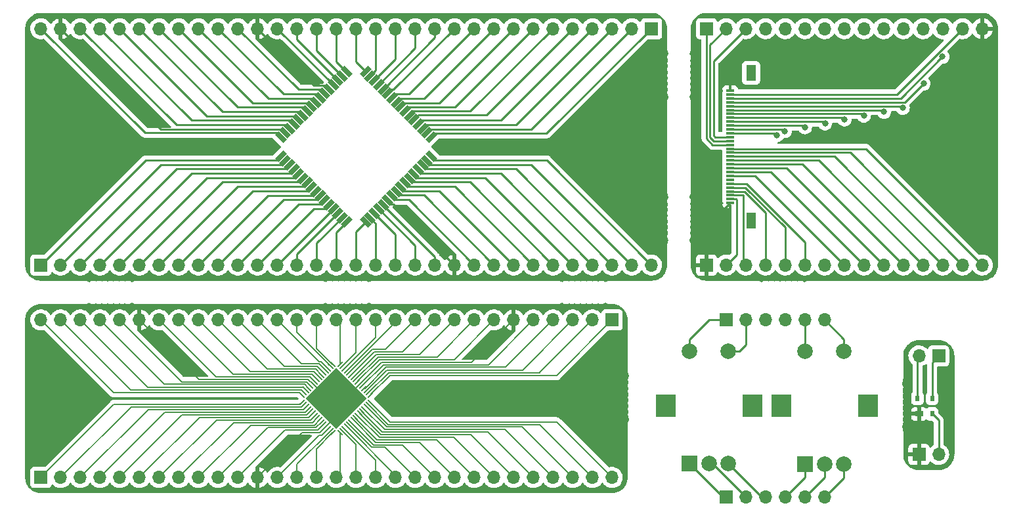
<source format=gbr>
%TF.GenerationSoftware,KiCad,Pcbnew,(6.0.2)*%
%TF.CreationDate,2022-03-22T07:27:24-04:00*%
%TF.ProjectId,Panel_Design_2,50616e65-6c5f-4446-9573-69676e5f322e,rev?*%
%TF.SameCoordinates,Original*%
%TF.FileFunction,Copper,L1,Top*%
%TF.FilePolarity,Positive*%
%FSLAX46Y46*%
G04 Gerber Fmt 4.6, Leading zero omitted, Abs format (unit mm)*
G04 Created by KiCad (PCBNEW (6.0.2)) date 2022-03-22 07:27:24*
%MOMM*%
%LPD*%
G01*
G04 APERTURE LIST*
G04 Aperture macros list*
%AMRotRect*
0 Rectangle, with rotation*
0 The origin of the aperture is its center*
0 $1 length*
0 $2 width*
0 $3 Rotation angle, in degrees counterclockwise*
0 Add horizontal line*
21,1,$1,$2,0,0,$3*%
G04 Aperture macros list end*
%TA.AperFunction,ComponentPad*%
%ADD10R,1.700000X1.700000*%
%TD*%
%TA.AperFunction,ComponentPad*%
%ADD11O,1.700000X1.700000*%
%TD*%
%TA.AperFunction,ComponentPad*%
%ADD12R,2.000000X2.000000*%
%TD*%
%TA.AperFunction,ComponentPad*%
%ADD13C,2.000000*%
%TD*%
%TA.AperFunction,ComponentPad*%
%ADD14R,2.500000X3.000000*%
%TD*%
%TA.AperFunction,SMDPad,CuDef*%
%ADD15R,1.000000X0.700000*%
%TD*%
%TA.AperFunction,SMDPad,CuDef*%
%ADD16R,0.600000X0.700000*%
%TD*%
%TA.AperFunction,SMDPad,CuDef*%
%ADD17RotRect,0.600000X1.475000X135.000000*%
%TD*%
%TA.AperFunction,SMDPad,CuDef*%
%ADD18RotRect,0.600000X1.475000X45.000000*%
%TD*%
%TA.AperFunction,SMDPad,CuDef*%
%ADD19R,1.000000X0.300000*%
%TD*%
%TA.AperFunction,SMDPad,CuDef*%
%ADD20R,1.300000X2.000000*%
%TD*%
%TA.AperFunction,SMDPad,CuDef*%
%ADD21RotRect,0.200000X0.850000X135.000000*%
%TD*%
%TA.AperFunction,SMDPad,CuDef*%
%ADD22RotRect,0.200000X0.850000X45.000000*%
%TD*%
%TA.AperFunction,SMDPad,CuDef*%
%ADD23RotRect,5.550000X5.550000X45.000000*%
%TD*%
%TA.AperFunction,ViaPad*%
%ADD24C,0.800000*%
%TD*%
%TA.AperFunction,Conductor*%
%ADD25C,0.250000*%
%TD*%
%TA.AperFunction,Conductor*%
%ADD26C,0.200000*%
%TD*%
G04 APERTURE END LIST*
D10*
%TO.P,J11,1,Pin_1*%
%TO.N,Net-(IC1-Pad33)*%
X107234996Y-22859999D03*
D11*
%TO.P,J11,2,Pin_2*%
%TO.N,Net-(IC1-Pad34)*%
X104694996Y-22859999D03*
%TO.P,J11,3,Pin_3*%
%TO.N,Net-(IC1-Pad35)*%
X102154996Y-22859999D03*
%TO.P,J11,4,Pin_4*%
%TO.N,Net-(IC1-Pad36)*%
X99614996Y-22859999D03*
%TO.P,J11,5,Pin_5*%
%TO.N,Net-(IC1-Pad37)*%
X97074996Y-22859999D03*
%TO.P,J11,6,Pin_6*%
%TO.N,Net-(IC1-Pad38)*%
X94534996Y-22859999D03*
%TO.P,J11,7,Pin_7*%
%TO.N,Net-(IC1-Pad39)*%
X91994996Y-22859999D03*
%TO.P,J11,8,Pin_8*%
%TO.N,Net-(IC1-Pad40)*%
X89454996Y-22859999D03*
%TO.P,J11,9,Pin_9*%
%TO.N,Net-(IC1-Pad41)*%
X86914996Y-22859999D03*
%TO.P,J11,10,Pin_10*%
%TO.N,Net-(IC1-Pad42)*%
X84374996Y-22859999D03*
%TO.P,J11,11,Pin_11*%
%TO.N,Net-(IC1-Pad43)*%
X81834996Y-22859999D03*
%TO.P,J11,12,Pin_12*%
%TO.N,Net-(IC1-Pad44)*%
X79294996Y-22859999D03*
%TO.P,J11,13,Pin_13*%
%TO.N,Net-(IC1-Pad45)*%
X76754996Y-22859999D03*
%TO.P,J11,14,Pin_14*%
%TO.N,Net-(IC1-Pad46)*%
X74214996Y-22859999D03*
%TO.P,J11,15,Pin_15*%
%TO.N,Net-(IC1-Pad47)*%
X71674996Y-22859999D03*
%TO.P,J11,16,Pin_16*%
%TO.N,Net-(IC1-Pad48)*%
X69134996Y-22859999D03*
%TO.P,J11,17,Pin_17*%
%TO.N,Net-(IC1-Pad49)*%
X66594996Y-22859999D03*
%TO.P,J11,18,Pin_18*%
%TO.N,Net-(IC1-Pad50)*%
X64054996Y-22859999D03*
%TO.P,J11,19,Pin_19*%
%TO.N,Net-(IC1-Pad51)*%
X61514996Y-22859999D03*
%TO.P,J11,20,Pin_20*%
%TO.N,Net-(IC1-Pad52)*%
X58974996Y-22859999D03*
%TO.P,J11,21,Pin_21*%
%TO.N,GND_1*%
X56434996Y-22859999D03*
%TO.P,J11,22,Pin_22*%
%TO.N,Net-(IC1-Pad54)*%
X53894996Y-22859999D03*
%TO.P,J11,23,Pin_23*%
%TO.N,Net-(IC1-Pad55)*%
X51354996Y-22859999D03*
%TO.P,J11,24,Pin_24*%
%TO.N,Net-(IC1-Pad56)*%
X48814996Y-22859999D03*
%TO.P,J11,25,Pin_25*%
%TO.N,Net-(IC1-Pad57)*%
X46274996Y-22859999D03*
%TO.P,J11,26,Pin_26*%
%TO.N,Net-(IC1-Pad58)*%
X43734996Y-22859999D03*
%TO.P,J11,27,Pin_27*%
%TO.N,Net-(IC1-Pad59)*%
X41194996Y-22859999D03*
%TO.P,J11,28,Pin_28*%
%TO.N,Net-(IC1-Pad60)*%
X38654996Y-22859999D03*
%TO.P,J11,29,Pin_29*%
%TO.N,Net-(IC1-Pad61)*%
X36114996Y-22859999D03*
%TO.P,J11,30,Pin_30*%
%TO.N,Net-(IC1-Pad62)*%
X33574996Y-22859999D03*
%TO.P,J11,31,Pin_31*%
%TO.N,GND_1*%
X31034996Y-22859999D03*
%TO.P,J11,32,Pin_32*%
%TO.N,Net-(IC1-Pad64)*%
X28494996Y-22859999D03*
%TD*%
D10*
%TO.P,J19,1,Pin_1*%
%TO.N,GND_5*%
X141714999Y-77769999D03*
D11*
%TO.P,J19,2,Pin_2*%
%TO.N,Net-(J19-Pad2)*%
X144254999Y-77769999D03*
%TD*%
D10*
%TO.P,J8,1,Pin_1*%
%TO.N,Net-(J8-Pad1)*%
X116854997Y-83279999D03*
D11*
%TO.P,J8,2,Pin_2*%
%TO.N,Net-(J8-Pad2)*%
X119394997Y-83279999D03*
%TO.P,J8,3,Pin_3*%
%TO.N,Net-(J8-Pad3)*%
X121934997Y-83279999D03*
%TO.P,J8,4,Pin_4*%
%TO.N,Net-(J8-Pad4)*%
X124474997Y-83279999D03*
%TO.P,J8,5,Pin_5*%
%TO.N,Net-(J8-Pad5)*%
X127014997Y-83279999D03*
%TO.P,J8,6,Pin_6*%
%TO.N,Net-(J8-Pad6)*%
X129554997Y-83279999D03*
%TD*%
D10*
%TO.P,J1,1,Pin_1*%
%TO.N,Net-(J1-Pad1)*%
X28494996Y-80739999D03*
D11*
%TO.P,J1,2,Pin_2*%
%TO.N,Net-(J1-Pad2)*%
X31034996Y-80739999D03*
%TO.P,J1,3,Pin_3*%
%TO.N,Net-(J1-Pad3)*%
X33574996Y-80739999D03*
%TO.P,J1,4,Pin_4*%
%TO.N,Net-(J1-Pad4)*%
X36114996Y-80739999D03*
%TO.P,J1,5,Pin_5*%
%TO.N,Net-(J1-Pad5)*%
X38654996Y-80739999D03*
%TO.P,J1,6,Pin_6*%
%TO.N,Net-(J1-Pad6)*%
X41194996Y-80739999D03*
%TO.P,J1,7,Pin_7*%
%TO.N,Net-(J1-Pad7)*%
X43734996Y-80739999D03*
%TO.P,J1,8,Pin_8*%
%TO.N,Net-(J1-Pad8)*%
X46274996Y-80739999D03*
%TO.P,J1,9,Pin_9*%
%TO.N,Net-(J1-Pad9)*%
X48814996Y-80739999D03*
%TO.P,J1,10,Pin_10*%
%TO.N,Net-(J1-Pad10)*%
X51354996Y-80739999D03*
%TO.P,J1,11,Pin_11*%
%TO.N,Net-(J1-Pad11)*%
X53894996Y-80739999D03*
%TO.P,J1,12,Pin_12*%
%TO.N,GND_3*%
X56434996Y-80739999D03*
%TO.P,J1,13,Pin_13*%
%TO.N,Net-(J1-Pad13)*%
X58974996Y-80739999D03*
%TO.P,J1,14,Pin_14*%
%TO.N,Net-(J1-Pad14)*%
X61514996Y-80739999D03*
%TO.P,J1,15,Pin_15*%
%TO.N,Net-(J1-Pad15)*%
X64054996Y-80739999D03*
%TO.P,J1,16,Pin_16*%
%TO.N,Net-(J1-Pad16)*%
X66594996Y-80739999D03*
%TO.P,J1,17,Pin_17*%
%TO.N,Net-(J1-Pad17)*%
X69134996Y-80739999D03*
%TO.P,J1,18,Pin_18*%
%TO.N,Net-(J1-Pad18)*%
X71674996Y-80739999D03*
%TO.P,J1,19,Pin_19*%
%TO.N,Net-(J1-Pad19)*%
X74214996Y-80739999D03*
%TO.P,J1,20,Pin_20*%
%TO.N,Net-(J1-Pad20)*%
X76754996Y-80739999D03*
%TO.P,J1,21,Pin_21*%
%TO.N,Net-(J1-Pad21)*%
X79294996Y-80739999D03*
%TO.P,J1,22,Pin_22*%
%TO.N,Net-(J1-Pad22)*%
X81834996Y-80739999D03*
%TO.P,J1,23,Pin_23*%
%TO.N,Net-(J1-Pad23)*%
X84374996Y-80739999D03*
%TO.P,J1,24,Pin_24*%
%TO.N,Net-(J1-Pad24)*%
X86914996Y-80739999D03*
%TO.P,J1,25,Pin_25*%
%TO.N,Net-(J1-Pad25)*%
X89454996Y-80739999D03*
%TO.P,J1,26,Pin_26*%
%TO.N,Net-(J1-Pad26)*%
X91994996Y-80739999D03*
%TO.P,J1,27,Pin_27*%
%TO.N,Net-(J1-Pad27)*%
X94534996Y-80739999D03*
%TO.P,J1,28,Pin_28*%
%TO.N,Net-(J1-Pad28)*%
X97074996Y-80739999D03*
%TO.P,J1,29,Pin_29*%
%TO.N,Net-(J1-Pad29)*%
X99614996Y-80739999D03*
%TO.P,J1,30,Pin_30*%
%TO.N,Net-(J1-Pad30)*%
X102154996Y-80739999D03*
%TD*%
D10*
%TO.P,J12,1,Pin_1*%
%TO.N,Net-(SW1-PadS1)*%
X116854997Y-60419999D03*
D11*
%TO.P,J12,2,Pin_2*%
%TO.N,Net-(SW1-PadS2)*%
X119394997Y-60419999D03*
%TO.P,J12,3,Pin_3*%
%TO.N,unconnected-(J12-Pad3)*%
X121934997Y-60419999D03*
%TO.P,J12,4,Pin_4*%
%TO.N,unconnected-(J12-Pad4)*%
X124474997Y-60419999D03*
%TO.P,J12,5,Pin_5*%
%TO.N,Net-(SW2-PadS1)*%
X127014997Y-60419999D03*
%TO.P,J12,6,Pin_6*%
%TO.N,Net-(SW2-PadS2)*%
X129554997Y-60419999D03*
%TD*%
D12*
%TO.P,SW1,A,A*%
%TO.N,Net-(J8-Pad1)*%
X112154997Y-78979999D03*
D13*
%TO.P,SW1,B,B*%
%TO.N,Net-(J8-Pad3)*%
X117154997Y-78979999D03*
%TO.P,SW1,C,C*%
%TO.N,Net-(J8-Pad2)*%
X114654997Y-78979999D03*
D14*
%TO.P,SW1,MP*%
%TO.N,N/C*%
X120254997Y-71479999D03*
X109054997Y-71479999D03*
D13*
%TO.P,SW1,S1,S1*%
%TO.N,Net-(SW1-PadS1)*%
X112154997Y-64479999D03*
%TO.P,SW1,S2,S2*%
%TO.N,Net-(SW1-PadS2)*%
X117154997Y-64479999D03*
%TD*%
D15*
%TO.P,U3,1,GND*%
%TO.N,GND_5*%
X141714999Y-72549999D03*
D16*
%TO.P,U3,2,IO1*%
%TO.N,Net-(J19-Pad2)*%
X143414999Y-72549999D03*
%TO.P,U3,3,IO2*%
%TO.N,Net-(J23-Pad1)*%
X143414999Y-70549999D03*
%TO.P,U3,4,VCC*%
%TO.N,Net-(J23-Pad2)*%
X141514999Y-70549999D03*
%TD*%
D17*
%TO.P,IC1,1,[INT.6/AIN.0]_PE6*%
%TO.N,Net-(IC1-Pad1)*%
X59420763Y-39328951D03*
%TO.P,IC1,2,[INT.7/AIN.1/UVCON]_PE7*%
%TO.N,Net-(IC1-Pad2)*%
X59986448Y-39894636D03*
%TO.P,IC1,3,UVCC*%
%TO.N,Net-(IC1-Pad3)*%
X60552134Y-40460321D03*
%TO.P,IC1,4,D-*%
%TO.N,Net-(IC1-Pad4)*%
X61117819Y-41026007D03*
%TO.P,IC1,5,D+*%
%TO.N,Net-(IC1-Pad5)*%
X61683505Y-41591692D03*
%TO.P,IC1,6,UGND*%
%TO.N,Net-(IC1-Pad6)*%
X62249190Y-42157378D03*
%TO.P,IC1,7,UCAP*%
%TO.N,Net-(IC1-Pad7)*%
X62814876Y-42723063D03*
%TO.P,IC1,8,VBUS*%
%TO.N,Net-(IC1-Pad8)*%
X63380561Y-43288749D03*
%TO.P,IC1,9,[IUID]_PE3*%
%TO.N,Net-(IC1-Pad9)*%
X63946246Y-43854434D03*
%TO.P,IC1,10,[SS/PCINT0]_PB0*%
%TO.N,Net-(IC1-Pad10)*%
X64511932Y-44420119D03*
%TO.P,IC1,11,[PCINT1/SCLK]_PB1*%
%TO.N,Net-(IC1-Pad11)*%
X65077617Y-44985805D03*
%TO.P,IC1,12,[PDI/PCINT2/MOSI]_PB2*%
%TO.N,Net-(IC1-Pad12)*%
X65643303Y-45551490D03*
%TO.P,IC1,13,[PDO/PCINT3/MISO]_PB3*%
%TO.N,Net-(IC1-Pad13)*%
X66208988Y-46117176D03*
%TO.P,IC1,14,[PCINT4/OC.2A]_PB4*%
%TO.N,Net-(IC1-Pad14)*%
X66774674Y-46682861D03*
%TO.P,IC1,15,[PCINT5/OC.1A]_PB5*%
%TO.N,Net-(IC1-Pad15)*%
X67340359Y-47248547D03*
%TO.P,IC1,16,[PCINT6/OC.1B]_PB6*%
%TO.N,Net-(IC1-Pad16)*%
X67906044Y-47814232D03*
D18*
%TO.P,IC1,17,[PCINT7/OC.0A/OC.1C]_PB7*%
%TO.N,Net-(IC1-Pad17)*%
X70363948Y-47814232D03*
%TO.P,IC1,18,[INT4/TOSC1]_PE4*%
%TO.N,Net-(IC1-Pad18)*%
X70929633Y-47248547D03*
%TO.P,IC1,19,[INT.5/TOSC2]_PE5*%
%TO.N,Net-(IC1-Pad19)*%
X71495318Y-46682861D03*
%TO.P,IC1,20,~{RESET}*%
%TO.N,Net-(IC1-Pad20)*%
X72061004Y-46117176D03*
%TO.P,IC1,21,VCC*%
%TO.N,Net-(IC1-Pad21)*%
X72626689Y-45551490D03*
%TO.P,IC1,22,GND*%
%TO.N,GND_1*%
X73192375Y-44985805D03*
%TO.P,IC1,23,XTAL2*%
%TO.N,Net-(IC1-Pad23)*%
X73758060Y-44420119D03*
%TO.P,IC1,24,XTAL1*%
%TO.N,Net-(IC1-Pad24)*%
X74323746Y-43854434D03*
%TO.P,IC1,25,[OC0B/SCL/INT0]_PD0*%
%TO.N,Net-(IC1-Pad25)*%
X74889431Y-43288749D03*
%TO.P,IC1,26,[OC2B/SDA/INT1]_PD1*%
%TO.N,Net-(IC1-Pad26)*%
X75455116Y-42723063D03*
%TO.P,IC1,27,[RXD1/INT2]_PD2*%
%TO.N,Net-(IC1-Pad27)*%
X76020802Y-42157378D03*
%TO.P,IC1,28,[TXD1/INT3]_PD3*%
%TO.N,Net-(IC1-Pad28)*%
X76586487Y-41591692D03*
%TO.P,IC1,29,[ICP1]_PD4*%
%TO.N,Net-(IC1-Pad29)*%
X77152173Y-41026007D03*
%TO.P,IC1,30,[XCK1]_PD5*%
%TO.N,Net-(IC1-Pad30)*%
X77717858Y-40460321D03*
%TO.P,IC1,31,[T1]_PD6*%
%TO.N,Net-(IC1-Pad31)*%
X78283544Y-39894636D03*
%TO.P,IC1,32,[T0]_PD7*%
%TO.N,Net-(IC1-Pad32)*%
X78849229Y-39328951D03*
D17*
%TO.P,IC1,33,PE0_[~{WR]}*%
%TO.N,Net-(IC1-Pad33)*%
X78849229Y-36871047D03*
%TO.P,IC1,34,PE1_[~{RD]}*%
%TO.N,Net-(IC1-Pad34)*%
X78283544Y-36305362D03*
%TO.P,IC1,35,PC0_[A8]*%
%TO.N,Net-(IC1-Pad35)*%
X77717858Y-35739677D03*
%TO.P,IC1,36,PC1_[A9]*%
%TO.N,Net-(IC1-Pad36)*%
X77152173Y-35173991D03*
%TO.P,IC1,37,PC2_[A10]*%
%TO.N,Net-(IC1-Pad37)*%
X76586487Y-34608306D03*
%TO.P,IC1,38,PC3_[A11/T.3]*%
%TO.N,Net-(IC1-Pad38)*%
X76020802Y-34042620D03*
%TO.P,IC1,39,PC4_[A12/OC.3C]*%
%TO.N,Net-(IC1-Pad39)*%
X75455116Y-33476935D03*
%TO.P,IC1,40,PC5_[A13/OC.3B]*%
%TO.N,Net-(IC1-Pad40)*%
X74889431Y-32911249D03*
%TO.P,IC1,41,PC6_[A14/OC.3A]*%
%TO.N,Net-(IC1-Pad41)*%
X74323746Y-32345564D03*
%TO.P,IC1,42,PC7_[A15/IC.3/CLKO]*%
%TO.N,Net-(IC1-Pad42)*%
X73758060Y-31779879D03*
%TO.P,IC1,43,PE2_[ALE/~{HWB]}*%
%TO.N,Net-(IC1-Pad43)*%
X73192375Y-31214193D03*
%TO.P,IC1,44,PA7_[AD7]*%
%TO.N,Net-(IC1-Pad44)*%
X72626689Y-30648508D03*
%TO.P,IC1,45,PA6_[AD6]*%
%TO.N,Net-(IC1-Pad45)*%
X72061004Y-30082822D03*
%TO.P,IC1,46,PA5_[AD5]*%
%TO.N,Net-(IC1-Pad46)*%
X71495318Y-29517137D03*
%TO.P,IC1,47,PA4_[AD4]*%
%TO.N,Net-(IC1-Pad47)*%
X70929633Y-28951451D03*
%TO.P,IC1,48,PA3_[AD3]*%
%TO.N,Net-(IC1-Pad48)*%
X70363948Y-28385766D03*
D18*
%TO.P,IC1,49,PA2_[AD2]*%
%TO.N,Net-(IC1-Pad49)*%
X67906044Y-28385766D03*
%TO.P,IC1,50,PA1_[AD1]*%
%TO.N,Net-(IC1-Pad50)*%
X67340359Y-28951451D03*
%TO.P,IC1,51,PA0_[AD0]*%
%TO.N,Net-(IC1-Pad51)*%
X66774674Y-29517137D03*
%TO.P,IC1,52,VCC_1*%
%TO.N,Net-(IC1-Pad52)*%
X66208988Y-30082822D03*
%TO.P,IC1,53,GND_1*%
%TO.N,GND_1*%
X65643303Y-30648508D03*
%TO.P,IC1,54,PF7_[ADC7/TDI]*%
%TO.N,Net-(IC1-Pad54)*%
X65077617Y-31214193D03*
%TO.P,IC1,55,PF6_[ADC6/TDO]*%
%TO.N,Net-(IC1-Pad55)*%
X64511932Y-31779879D03*
%TO.P,IC1,56,PF5_[ADC5/TMS]*%
%TO.N,Net-(IC1-Pad56)*%
X63946246Y-32345564D03*
%TO.P,IC1,57,PF4_[ADC4/TCK]*%
%TO.N,Net-(IC1-Pad57)*%
X63380561Y-32911249D03*
%TO.P,IC1,58,PF3_[ADC3]*%
%TO.N,Net-(IC1-Pad58)*%
X62814876Y-33476935D03*
%TO.P,IC1,59,PF2_[ADC2]*%
%TO.N,Net-(IC1-Pad59)*%
X62249190Y-34042620D03*
%TO.P,IC1,60,PF1_[ADC1]*%
%TO.N,Net-(IC1-Pad60)*%
X61683505Y-34608306D03*
%TO.P,IC1,61,PF0_[ADC0]*%
%TO.N,Net-(IC1-Pad61)*%
X61117819Y-35173991D03*
%TO.P,IC1,62,AREF*%
%TO.N,Net-(IC1-Pad62)*%
X60552134Y-35739677D03*
%TO.P,IC1,63,GND_2*%
%TO.N,GND_1*%
X59986448Y-36305362D03*
%TO.P,IC1,64,AVCC*%
%TO.N,Net-(IC1-Pad64)*%
X59420763Y-36871047D03*
%TD*%
D10*
%TO.P,J5,1,Pin_1*%
%TO.N,Net-(J5-Pad1)*%
X102154996Y-60419999D03*
D11*
%TO.P,J5,2,Pin_2*%
%TO.N,Net-(J5-Pad2)*%
X99614996Y-60419999D03*
%TO.P,J5,3,Pin_3*%
%TO.N,Net-(J5-Pad3)*%
X97074996Y-60419999D03*
%TO.P,J5,4,Pin_4*%
%TO.N,Net-(J5-Pad4)*%
X94534996Y-60419999D03*
%TO.P,J5,5,Pin_5*%
%TO.N,Net-(J5-Pad5)*%
X91994996Y-60419999D03*
%TO.P,J5,6,Pin_6*%
%TO.N,GND_3*%
X89454996Y-60419999D03*
%TO.P,J5,7,Pin_7*%
%TO.N,Net-(J5-Pad7)*%
X86914996Y-60419999D03*
%TO.P,J5,8,Pin_8*%
%TO.N,Net-(J5-Pad8)*%
X84374996Y-60419999D03*
%TO.P,J5,9,Pin_9*%
%TO.N,Net-(J5-Pad9)*%
X81834996Y-60419999D03*
%TO.P,J5,10,Pin_10*%
%TO.N,Net-(J5-Pad10)*%
X79294996Y-60419999D03*
%TO.P,J5,11,Pin_11*%
%TO.N,Net-(J5-Pad11)*%
X76754996Y-60419999D03*
%TO.P,J5,12,Pin_12*%
%TO.N,Net-(J5-Pad12)*%
X74214996Y-60419999D03*
%TO.P,J5,13,Pin_13*%
%TO.N,Net-(J5-Pad13)*%
X71674996Y-60419999D03*
%TO.P,J5,14,Pin_14*%
%TO.N,Net-(J5-Pad14)*%
X69134996Y-60419999D03*
%TO.P,J5,15,Pin_15*%
%TO.N,Net-(J5-Pad15)*%
X66594996Y-60419999D03*
%TO.P,J5,16,Pin_16*%
%TO.N,Net-(J5-Pad16)*%
X64054996Y-60419999D03*
%TO.P,J5,17,Pin_17*%
%TO.N,Net-(J5-Pad17)*%
X61514996Y-60419999D03*
%TO.P,J5,18,Pin_18*%
%TO.N,Net-(J5-Pad18)*%
X58974996Y-60419999D03*
%TO.P,J5,19,Pin_19*%
%TO.N,Net-(J5-Pad19)*%
X56434996Y-60419999D03*
%TO.P,J5,20,Pin_20*%
%TO.N,Net-(J5-Pad20)*%
X53894996Y-60419999D03*
%TO.P,J5,21,Pin_21*%
%TO.N,Net-(J5-Pad21)*%
X51354996Y-60419999D03*
%TO.P,J5,22,Pin_22*%
%TO.N,Net-(J5-Pad22)*%
X48814996Y-60419999D03*
%TO.P,J5,23,Pin_23*%
%TO.N,Net-(J5-Pad23)*%
X46274996Y-60419999D03*
%TO.P,J5,24,Pin_24*%
%TO.N,Net-(J5-Pad24)*%
X43734996Y-60419999D03*
%TO.P,J5,25,Pin_25*%
%TO.N,GND_3*%
X41194996Y-60419999D03*
%TO.P,J5,26,Pin_26*%
%TO.N,Net-(J5-Pad26)*%
X38654996Y-60419999D03*
%TO.P,J5,27,Pin_27*%
%TO.N,Net-(J5-Pad27)*%
X36114996Y-60419999D03*
%TO.P,J5,28,Pin_28*%
%TO.N,Net-(J5-Pad28)*%
X33574996Y-60419999D03*
%TO.P,J5,29,Pin_29*%
%TO.N,Net-(J5-Pad29)*%
X31034996Y-60419999D03*
%TO.P,J5,30,Pin_30*%
%TO.N,Net-(J5-Pad30)*%
X28494996Y-60419999D03*
%TD*%
D10*
%TO.P,JOLED2,1,Pin_1*%
%TO.N,Net-(JOLED2-Pad1)*%
X114319996Y-22859999D03*
D11*
%TO.P,JOLED2,2,Pin_2*%
%TO.N,Net-(JOLED2-Pad2)*%
X116859996Y-22859999D03*
%TO.P,JOLED2,3,Pin_3*%
%TO.N,Net-(JOLED2-Pad3)*%
X119399996Y-22859999D03*
%TO.P,JOLED2,4,Pin_4*%
%TO.N,Net-(JOLED2-Pad4)*%
X121939996Y-22859999D03*
%TO.P,JOLED2,5,Pin_5*%
%TO.N,Net-(JOLED2-Pad5)*%
X124479996Y-22859999D03*
%TO.P,JOLED2,6,Pin_6*%
%TO.N,Net-(JOLED2-Pad6)*%
X127019996Y-22859999D03*
%TO.P,JOLED2,7,Pin_7*%
%TO.N,Net-(JOLED2-Pad7)*%
X129559996Y-22859999D03*
%TO.P,JOLED2,8,Pin_8*%
%TO.N,Net-(JOLED2-Pad8)*%
X132099996Y-22859999D03*
%TO.P,JOLED2,9,Pin_9*%
%TO.N,Net-(JOLED2-Pad9)*%
X134639996Y-22859999D03*
%TO.P,JOLED2,10,Pin_10*%
%TO.N,Net-(JOLED2-Pad10)*%
X137179996Y-22859999D03*
%TO.P,JOLED2,11,Pin_11*%
%TO.N,Net-(JOLED2-Pad11)*%
X139719996Y-22859999D03*
%TO.P,JOLED2,12,Pin_12*%
%TO.N,Net-(JOLED2-Pad12)*%
X142259996Y-22859999D03*
%TO.P,JOLED2,13,Pin_13*%
%TO.N,Net-(JOLED2-Pad13)*%
X144799996Y-22859999D03*
%TO.P,JOLED2,14,Pin_14*%
%TO.N,Net-(JOLED2-Pad14)*%
X147339996Y-22859999D03*
%TO.P,JOLED2,15,Pin_15*%
%TO.N,GND_7*%
X149879996Y-22859999D03*
%TD*%
D12*
%TO.P,SW2,A,A*%
%TO.N,Net-(J8-Pad4)*%
X127054997Y-78989999D03*
D13*
%TO.P,SW2,B,B*%
%TO.N,Net-(J8-Pad6)*%
X132054997Y-78989999D03*
%TO.P,SW2,C,C*%
%TO.N,Net-(J8-Pad5)*%
X129554997Y-78989999D03*
D14*
%TO.P,SW2,MP*%
%TO.N,N/C*%
X123954997Y-71489999D03*
X135154997Y-71489999D03*
D13*
%TO.P,SW2,S1,S1*%
%TO.N,Net-(SW2-PadS1)*%
X127054997Y-64489999D03*
%TO.P,SW2,S2,S2*%
%TO.N,Net-(SW2-PadS2)*%
X132054997Y-64489999D03*
%TD*%
D19*
%TO.P,UOLED1,1,NC(GND)@1*%
%TO.N,GND_7*%
X117369996Y-45349999D03*
%TO.P,UOLED1,2,C2P*%
%TO.N,Net-(JOLED1-Pad2)*%
X117369996Y-44849999D03*
%TO.P,UOLED1,3,C2N*%
%TO.N,Net-(JOLED1-Pad3)*%
X117369996Y-44349999D03*
%TO.P,UOLED1,4,C1P*%
%TO.N,Net-(JOLED1-Pad4)*%
X117369996Y-43849999D03*
%TO.P,UOLED1,5,C1N*%
%TO.N,Net-(JOLED1-Pad5)*%
X117369996Y-43349999D03*
%TO.P,UOLED1,6,VBAT*%
%TO.N,Net-(JOLED1-Pad6)*%
X117369996Y-42849999D03*
%TO.P,UOLED1,7,NC*%
%TO.N,unconnected-(UOLED1-Pad7)*%
X117369996Y-42349999D03*
%TO.P,UOLED1,8,VSS*%
%TO.N,Net-(JOLED1-Pad8)*%
X117369996Y-41849999D03*
%TO.P,UOLED1,9,VDD*%
%TO.N,Net-(JOLED1-Pad9)*%
X117369996Y-41349999D03*
%TO.P,UOLED1,10,BS0*%
%TO.N,Net-(JOLED1-Pad10)*%
X117369996Y-40849999D03*
%TO.P,UOLED1,11,BS1*%
%TO.N,Net-(JOLED1-Pad11)*%
X117369996Y-40349999D03*
%TO.P,UOLED1,12,BS2*%
%TO.N,Net-(JOLED1-Pad12)*%
X117369996Y-39849999D03*
%TO.P,UOLED1,13,/CS*%
%TO.N,Net-(JOLED1-Pad13)*%
X117369996Y-39349999D03*
%TO.P,UOLED1,14,/RES*%
%TO.N,Net-(JOLED1-Pad14)*%
X117369996Y-38849999D03*
%TO.P,UOLED1,15,DC/I2C_SA0*%
%TO.N,Net-(JOLED1-Pad15)*%
X117369996Y-38349999D03*
%TO.P,UOLED1,16,R/W*%
%TO.N,Net-(JOLED2-Pad1)*%
X117369996Y-37849999D03*
%TO.P,UOLED1,17,E/RD*%
%TO.N,Net-(JOLED2-Pad2)*%
X117369996Y-37349999D03*
%TO.P,UOLED1,18,D0/SPI_SCLK/I2C_SCK*%
%TO.N,Net-(JOLED2-Pad3)*%
X117369996Y-36849999D03*
%TO.P,UOLED1,19,D1/SPI_SDIN/I2C_SDA*%
%TO.N,Net-(JOLED2-Pad4)*%
X117369996Y-36349999D03*
%TO.P,UOLED1,20,D2/I2C_SDA*%
%TO.N,Net-(JOLED2-Pad5)*%
X117369996Y-35849999D03*
%TO.P,UOLED1,21,D3*%
%TO.N,Net-(JOLED2-Pad6)*%
X117369996Y-35349999D03*
%TO.P,UOLED1,22,D4*%
%TO.N,Net-(JOLED2-Pad7)*%
X117369996Y-34849999D03*
%TO.P,UOLED1,23,D5*%
%TO.N,Net-(JOLED2-Pad8)*%
X117369996Y-34349999D03*
%TO.P,UOLED1,24,D6*%
%TO.N,Net-(JOLED2-Pad9)*%
X117369996Y-33849999D03*
%TO.P,UOLED1,25,D7*%
%TO.N,Net-(JOLED2-Pad10)*%
X117369996Y-33349999D03*
%TO.P,UOLED1,26,IREF*%
%TO.N,Net-(JOLED2-Pad11)*%
X117369996Y-32849999D03*
%TO.P,UOLED1,27,VCOMH*%
%TO.N,Net-(JOLED2-Pad12)*%
X117369996Y-32349999D03*
%TO.P,UOLED1,28,VCC*%
%TO.N,Net-(JOLED2-Pad13)*%
X117369996Y-31849999D03*
%TO.P,UOLED1,29,VLSS*%
%TO.N,Net-(JOLED2-Pad14)*%
X117369996Y-31349999D03*
%TO.P,UOLED1,30,NC(GND)@2*%
%TO.N,GND_7*%
X117369996Y-30849999D03*
D20*
%TO.P,UOLED1,MP1*%
%TO.N,N/C*%
X120069996Y-47649999D03*
%TO.P,UOLED1,MP2*%
X120069996Y-28549999D03*
%TD*%
D10*
%TO.P,J3,1,Pin_1*%
%TO.N,Net-(IC1-Pad1)*%
X28494996Y-53339999D03*
D11*
%TO.P,J3,2,Pin_2*%
%TO.N,Net-(IC1-Pad2)*%
X31034996Y-53339999D03*
%TO.P,J3,3,Pin_3*%
%TO.N,Net-(IC1-Pad3)*%
X33574996Y-53339999D03*
%TO.P,J3,4,Pin_4*%
%TO.N,Net-(IC1-Pad4)*%
X36114996Y-53339999D03*
%TO.P,J3,5,Pin_5*%
%TO.N,Net-(IC1-Pad5)*%
X38654996Y-53339999D03*
%TO.P,J3,6,Pin_6*%
%TO.N,Net-(IC1-Pad6)*%
X41194996Y-53339999D03*
%TO.P,J3,7,Pin_7*%
%TO.N,Net-(IC1-Pad7)*%
X43734996Y-53339999D03*
%TO.P,J3,8,Pin_8*%
%TO.N,Net-(IC1-Pad8)*%
X46274996Y-53339999D03*
%TO.P,J3,9,Pin_9*%
%TO.N,Net-(IC1-Pad9)*%
X48814996Y-53339999D03*
%TO.P,J3,10,Pin_10*%
%TO.N,Net-(IC1-Pad10)*%
X51354996Y-53339999D03*
%TO.P,J3,11,Pin_11*%
%TO.N,Net-(IC1-Pad11)*%
X53894996Y-53339999D03*
%TO.P,J3,12,Pin_12*%
%TO.N,Net-(IC1-Pad12)*%
X56434996Y-53339999D03*
%TO.P,J3,13,Pin_13*%
%TO.N,Net-(IC1-Pad13)*%
X58974996Y-53339999D03*
%TO.P,J3,14,Pin_14*%
%TO.N,Net-(IC1-Pad14)*%
X61514996Y-53339999D03*
%TO.P,J3,15,Pin_15*%
%TO.N,Net-(IC1-Pad15)*%
X64054996Y-53339999D03*
%TO.P,J3,16,Pin_16*%
%TO.N,Net-(IC1-Pad16)*%
X66594996Y-53339999D03*
%TO.P,J3,17,Pin_17*%
%TO.N,Net-(IC1-Pad17)*%
X69134996Y-53339999D03*
%TO.P,J3,18,Pin_18*%
%TO.N,Net-(IC1-Pad18)*%
X71674996Y-53339999D03*
%TO.P,J3,19,Pin_19*%
%TO.N,Net-(IC1-Pad19)*%
X74214996Y-53339999D03*
%TO.P,J3,20,Pin_20*%
%TO.N,Net-(IC1-Pad20)*%
X76754996Y-53339999D03*
%TO.P,J3,21,Pin_21*%
%TO.N,Net-(IC1-Pad21)*%
X79294996Y-53339999D03*
%TO.P,J3,22,Pin_22*%
%TO.N,GND_1*%
X81834996Y-53339999D03*
%TO.P,J3,23,Pin_23*%
%TO.N,Net-(IC1-Pad23)*%
X84374996Y-53339999D03*
%TO.P,J3,24,Pin_24*%
%TO.N,Net-(IC1-Pad24)*%
X86914996Y-53339999D03*
%TO.P,J3,25,Pin_25*%
%TO.N,Net-(IC1-Pad25)*%
X89454996Y-53339999D03*
%TO.P,J3,26,Pin_26*%
%TO.N,Net-(IC1-Pad26)*%
X91994996Y-53339999D03*
%TO.P,J3,27,Pin_27*%
%TO.N,Net-(IC1-Pad27)*%
X94534996Y-53339999D03*
%TO.P,J3,28,Pin_28*%
%TO.N,Net-(IC1-Pad28)*%
X97074996Y-53339999D03*
%TO.P,J3,29,Pin_29*%
%TO.N,Net-(IC1-Pad29)*%
X99614996Y-53339999D03*
%TO.P,J3,30,Pin_30*%
%TO.N,Net-(IC1-Pad30)*%
X102154996Y-53339999D03*
%TO.P,J3,31,Pin_31*%
%TO.N,Net-(IC1-Pad31)*%
X104694996Y-53339999D03*
%TO.P,J3,32,Pin_32*%
%TO.N,Net-(IC1-Pad32)*%
X107234996Y-53339999D03*
%TD*%
D10*
%TO.P,J23,1,Pin_1*%
%TO.N,Net-(J23-Pad1)*%
X144254999Y-65069999D03*
D11*
%TO.P,J23,2,Pin_2*%
%TO.N,Net-(J23-Pad2)*%
X141714999Y-65069999D03*
%TD*%
D10*
%TO.P,JOLED1,1,Pin_1*%
%TO.N,GND_7*%
X114314996Y-53339999D03*
D11*
%TO.P,JOLED1,2,Pin_2*%
%TO.N,Net-(JOLED1-Pad2)*%
X116854996Y-53339999D03*
%TO.P,JOLED1,3,Pin_3*%
%TO.N,Net-(JOLED1-Pad3)*%
X119394996Y-53339999D03*
%TO.P,JOLED1,4,Pin_4*%
%TO.N,Net-(JOLED1-Pad4)*%
X121934996Y-53339999D03*
%TO.P,JOLED1,5,Pin_5*%
%TO.N,Net-(JOLED1-Pad5)*%
X124474996Y-53339999D03*
%TO.P,JOLED1,6,Pin_6*%
%TO.N,Net-(JOLED1-Pad6)*%
X127014996Y-53339999D03*
%TO.P,JOLED1,7,Pin_7*%
%TO.N,unconnected-(JOLED1-Pad7)*%
X129554996Y-53339999D03*
%TO.P,JOLED1,8,Pin_8*%
%TO.N,Net-(JOLED1-Pad8)*%
X132094996Y-53339999D03*
%TO.P,JOLED1,9,Pin_9*%
%TO.N,Net-(JOLED1-Pad9)*%
X134634996Y-53339999D03*
%TO.P,JOLED1,10,Pin_10*%
%TO.N,Net-(JOLED1-Pad10)*%
X137174996Y-53339999D03*
%TO.P,JOLED1,11,Pin_11*%
%TO.N,Net-(JOLED1-Pad11)*%
X139714996Y-53339999D03*
%TO.P,JOLED1,12,Pin_12*%
%TO.N,Net-(JOLED1-Pad12)*%
X142254996Y-53339999D03*
%TO.P,JOLED1,13,Pin_13*%
%TO.N,Net-(JOLED1-Pad13)*%
X144794996Y-53339999D03*
%TO.P,JOLED1,14,Pin_14*%
%TO.N,Net-(JOLED1-Pad14)*%
X147334996Y-53339999D03*
%TO.P,JOLED1,15,Pin_15*%
%TO.N,Net-(JOLED1-Pad15)*%
X149874996Y-53339999D03*
%TD*%
D21*
%TO.P,U1,1,CS34*%
%TO.N,Net-(J1-Pad1)*%
X62175579Y-71039618D03*
%TO.P,U1,2,CS35*%
%TO.N,Net-(J1-Pad2)*%
X62458421Y-71322461D03*
%TO.P,U1,3,CS36*%
%TO.N,Net-(J1-Pad3)*%
X62741264Y-71605304D03*
%TO.P,U1,4,CS37*%
%TO.N,Net-(J1-Pad4)*%
X63024107Y-71888147D03*
%TO.P,U1,5,CS38*%
%TO.N,Net-(J1-Pad5)*%
X63306949Y-72170989D03*
%TO.P,U1,6,CS39*%
%TO.N,Net-(J1-Pad6)*%
X63589792Y-72453832D03*
%TO.P,U1,7,INTB*%
%TO.N,Net-(J1-Pad7)*%
X63872635Y-72736675D03*
%TO.P,U1,8,ADDR*%
%TO.N,Net-(J1-Pad8)*%
X64155478Y-73019517D03*
%TO.P,U1,9,SDA*%
%TO.N,Net-(J1-Pad9)*%
X64438320Y-73302360D03*
%TO.P,U1,10,SCL*%
%TO.N,Net-(J1-Pad10)*%
X64721163Y-73585203D03*
%TO.P,U1,11,SDB*%
%TO.N,Net-(J1-Pad11)*%
X65004006Y-73868046D03*
%TO.P,U1,12,GND*%
%TO.N,GND_3*%
X65286848Y-74150888D03*
%TO.P,U1,13,R_EXT*%
%TO.N,Net-(J1-Pad13)*%
X65569691Y-74433731D03*
%TO.P,U1,14,AVCC*%
%TO.N,Net-(J1-Pad14)*%
X65852534Y-74716574D03*
%TO.P,U1,15,PVCC*%
%TO.N,Net-(J1-Pad15)*%
X66135377Y-74999416D03*
D22*
%TO.P,U1,16,SW1*%
%TO.N,Net-(J1-Pad16)*%
X67054615Y-74999416D03*
%TO.P,U1,17,SW2*%
%TO.N,Net-(J1-Pad17)*%
X67337458Y-74716574D03*
%TO.P,U1,18,SW3*%
%TO.N,Net-(J1-Pad18)*%
X67620301Y-74433731D03*
%TO.P,U1,19,SW4*%
%TO.N,Net-(J1-Pad19)*%
X67903144Y-74150888D03*
%TO.P,U1,20,SW5*%
%TO.N,Net-(J1-Pad20)*%
X68185986Y-73868046D03*
%TO.P,U1,21,SW6*%
%TO.N,Net-(J1-Pad21)*%
X68468829Y-73585203D03*
%TO.P,U1,22,SW7*%
%TO.N,Net-(J1-Pad22)*%
X68751672Y-73302360D03*
%TO.P,U1,23,SW8*%
%TO.N,Net-(J1-Pad23)*%
X69034514Y-73019517D03*
%TO.P,U1,24,SW9*%
%TO.N,Net-(J1-Pad24)*%
X69317357Y-72736675D03*
%TO.P,U1,25,PVCC*%
%TO.N,Net-(J1-Pad25)*%
X69600200Y-72453832D03*
%TO.P,U1,26,CS1*%
%TO.N,Net-(J1-Pad26)*%
X69883043Y-72170989D03*
%TO.P,U1,27,CS2*%
%TO.N,Net-(J1-Pad27)*%
X70165885Y-71888147D03*
%TO.P,U1,28,CS3*%
%TO.N,Net-(J1-Pad28)*%
X70448728Y-71605304D03*
%TO.P,U1,29,CS4*%
%TO.N,Net-(J1-Pad29)*%
X70731571Y-71322461D03*
%TO.P,U1,30,CS5*%
%TO.N,Net-(J1-Pad30)*%
X71014413Y-71039618D03*
D21*
%TO.P,U1,31,CS6*%
%TO.N,Net-(J5-Pad1)*%
X71014413Y-70120380D03*
%TO.P,U1,32,CS7*%
%TO.N,Net-(J5-Pad2)*%
X70731571Y-69837537D03*
%TO.P,U1,33,CS8*%
%TO.N,Net-(J5-Pad3)*%
X70448728Y-69554694D03*
%TO.P,U1,34,CS9*%
%TO.N,Net-(J5-Pad4)*%
X70165885Y-69271851D03*
%TO.P,U1,35,CS10*%
%TO.N,Net-(J5-Pad5)*%
X69883043Y-68989009D03*
%TO.P,U1,36,GND*%
%TO.N,GND_3*%
X69600200Y-68706166D03*
%TO.P,U1,37,CS11*%
%TO.N,Net-(J5-Pad7)*%
X69317357Y-68423323D03*
%TO.P,U1,38,CS12*%
%TO.N,Net-(J5-Pad8)*%
X69034514Y-68140481D03*
%TO.P,U1,39,CS13*%
%TO.N,Net-(J5-Pad9)*%
X68751672Y-67857638D03*
%TO.P,U1,40,CS14*%
%TO.N,Net-(J5-Pad10)*%
X68468829Y-67574795D03*
%TO.P,U1,41,CS15*%
%TO.N,Net-(J5-Pad11)*%
X68185986Y-67291952D03*
%TO.P,U1,42,CS16*%
%TO.N,Net-(J5-Pad12)*%
X67903144Y-67009110D03*
%TO.P,U1,43,CS17*%
%TO.N,Net-(J5-Pad13)*%
X67620301Y-66726267D03*
%TO.P,U1,44,CS18*%
%TO.N,Net-(J5-Pad14)*%
X67337458Y-66443424D03*
%TO.P,U1,45,CS19*%
%TO.N,Net-(J5-Pad15)*%
X67054615Y-66160582D03*
D22*
%TO.P,U1,46,CS20*%
%TO.N,Net-(J5-Pad16)*%
X66135377Y-66160582D03*
%TO.P,U1,47,CS21*%
%TO.N,Net-(J5-Pad17)*%
X65852534Y-66443424D03*
%TO.P,U1,48,CS22*%
%TO.N,Net-(J5-Pad18)*%
X65569691Y-66726267D03*
%TO.P,U1,49,CS23*%
%TO.N,Net-(J5-Pad19)*%
X65286848Y-67009110D03*
%TO.P,U1,50,CS24*%
%TO.N,Net-(J5-Pad20)*%
X65004006Y-67291952D03*
%TO.P,U1,51,CS25*%
%TO.N,Net-(J5-Pad21)*%
X64721163Y-67574795D03*
%TO.P,U1,52,CS26*%
%TO.N,Net-(J5-Pad22)*%
X64438320Y-67857638D03*
%TO.P,U1,53,CS27*%
%TO.N,Net-(J5-Pad23)*%
X64155478Y-68140481D03*
%TO.P,U1,54,CS28*%
%TO.N,Net-(J5-Pad24)*%
X63872635Y-68423323D03*
%TO.P,U1,55,GND*%
%TO.N,GND_3*%
X63589792Y-68706166D03*
%TO.P,U1,56,CS29*%
%TO.N,Net-(J5-Pad26)*%
X63306949Y-68989009D03*
%TO.P,U1,57,CS30*%
%TO.N,Net-(J5-Pad27)*%
X63024107Y-69271851D03*
%TO.P,U1,58,CS31*%
%TO.N,Net-(J5-Pad28)*%
X62741264Y-69554694D03*
%TO.P,U1,59,CS32*%
%TO.N,Net-(J5-Pad29)*%
X62458421Y-69837537D03*
%TO.P,U1,60,CS33*%
%TO.N,Net-(J5-Pad30)*%
X62175579Y-70120380D03*
D23*
%TO.P,U1,61,GND*%
%TO.N,GND_3*%
X66594996Y-70579999D03*
%TD*%
D24*
%TO.N,GND_3*%
X66454996Y-70579999D03*
%TO.N,GND_7*%
X116854996Y-27939999D03*
%TO.N,Net-(JOLED2-Pad4)*%
X123414996Y-36574499D03*
%TO.N,Net-(JOLED2-Pad5)*%
X124414996Y-36074499D03*
%TO.N,Net-(JOLED2-Pad6)*%
X127014996Y-35574499D03*
%TO.N,Net-(JOLED2-Pad7)*%
X129614996Y-35074499D03*
%TO.N,Net-(JOLED2-Pad8)*%
X132114996Y-34574499D03*
%TO.N,Net-(JOLED2-Pad9)*%
X134614996Y-34074499D03*
%TO.N,Net-(JOLED2-Pad10)*%
X137214996Y-33574499D03*
%TO.N,Net-(JOLED2-Pad11)*%
X139614996Y-33074499D03*
%TO.N,Net-(JOLED2-Pad12)*%
X142312095Y-29937098D03*
%TO.N,Net-(JOLED2-Pad13)*%
X144749796Y-26474799D03*
%TD*%
D25*
%TO.N,Net-(IC1-Pad1)*%
X59386044Y-39328951D02*
X58854996Y-39859999D01*
X59420763Y-39328951D02*
X59386044Y-39328951D01*
X58854996Y-39859999D02*
X41974996Y-39859999D01*
X41974996Y-39859999D02*
X28494996Y-53339999D01*
%TO.N,Net-(IC1-Pad2)*%
X59493990Y-40387094D02*
X43987901Y-40387094D01*
X43987901Y-40387094D02*
X31034996Y-53339999D01*
X59986448Y-39894636D02*
X59493990Y-40387094D01*
%TO.N,Net-(IC1-Pad3)*%
X60059676Y-40952779D02*
X45962216Y-40952779D01*
X45962216Y-40952779D02*
X33574996Y-53339999D01*
X60552134Y-40460321D02*
X60059676Y-40952779D01*
%TO.N,Net-(IC1-Pad4)*%
X47936531Y-41518464D02*
X36114996Y-53339999D01*
X60625362Y-41518464D02*
X47936531Y-41518464D01*
X61117819Y-41026007D02*
X60625362Y-41518464D01*
%TO.N,Net-(IC1-Pad5)*%
X49910845Y-42084150D02*
X38654996Y-53339999D01*
X61683505Y-41591692D02*
X61191047Y-42084150D01*
X61191047Y-42084150D02*
X49910845Y-42084150D01*
%TO.N,Net-(IC1-Pad6)*%
X61756733Y-42649835D02*
X51885160Y-42649835D01*
X62249190Y-42157378D02*
X61756733Y-42649835D01*
X51885160Y-42649835D02*
X41194996Y-53339999D01*
%TO.N,Net-(IC1-Pad7)*%
X62814876Y-42723063D02*
X62322418Y-43215521D01*
X53859474Y-43215521D02*
X43734996Y-53339999D01*
X62322418Y-43215521D02*
X53859474Y-43215521D01*
%TO.N,Net-(IC1-Pad8)*%
X63380561Y-43288749D02*
X62888104Y-43781206D01*
X55833789Y-43781206D02*
X46274996Y-53339999D01*
X62888104Y-43781206D02*
X55833789Y-43781206D01*
%TO.N,Net-(IC1-Pad9)*%
X57794996Y-44359999D02*
X63440681Y-44359999D01*
X48814996Y-53339999D02*
X57794996Y-44359999D01*
X63440681Y-44359999D02*
X63946246Y-43854434D01*
%TO.N,Net-(IC1-Pad10)*%
X64019474Y-44912577D02*
X59782418Y-44912577D01*
X64511932Y-44420119D02*
X64019474Y-44912577D01*
X59782418Y-44912577D02*
X51354996Y-53339999D01*
%TO.N,Net-(IC1-Pad11)*%
X61756733Y-45478262D02*
X53894996Y-53339999D01*
X64585160Y-45478262D02*
X61756733Y-45478262D01*
X65077617Y-44985805D02*
X64585160Y-45478262D01*
%TO.N,Net-(IC1-Pad12)*%
X63714996Y-46059999D02*
X65134794Y-46059999D01*
X56434996Y-53339999D02*
X63714996Y-46059999D01*
X65134794Y-46059999D02*
X65643303Y-45551490D01*
%TO.N,Net-(IC1-Pad13)*%
X58974996Y-53339999D02*
X66197819Y-46117176D01*
X66197819Y-46117176D02*
X66208988Y-46117176D01*
%TO.N,Net-(IC1-Pad14)*%
X61514996Y-51942539D02*
X61514996Y-53339999D01*
X66774674Y-46682861D02*
X61514996Y-51942539D01*
%TO.N,Net-(IC1-Pad15)*%
X64054996Y-50533910D02*
X64054996Y-53339999D01*
X67340359Y-47248547D02*
X64054996Y-50533910D01*
%TO.N,Net-(IC1-Pad16)*%
X66594996Y-49125280D02*
X66594996Y-53339999D01*
X67906044Y-47814232D02*
X66594996Y-49125280D01*
%TO.N,Net-(IC1-Pad17)*%
X69118181Y-49059999D02*
X69134996Y-49076814D01*
X69134996Y-49076814D02*
X69134996Y-53339999D01*
X70363948Y-47814232D02*
X69118181Y-49059999D01*
%TO.N,Net-(IC1-Pad18)*%
X70929633Y-47248547D02*
X71674996Y-47993910D01*
X71674996Y-47993910D02*
X71674996Y-53339999D01*
%TO.N,Net-(IC1-Pad19)*%
X74214996Y-49402539D02*
X74214996Y-53339999D01*
X71495318Y-46682861D02*
X74214996Y-49402539D01*
%TO.N,Net-(IC1-Pad20)*%
X72061004Y-46117176D02*
X76754996Y-50811168D01*
X76754996Y-50811168D02*
X76754996Y-53339999D01*
%TO.N,Net-(IC1-Pad21)*%
X72626689Y-45631692D02*
X79294996Y-52299999D01*
X72626689Y-45551490D02*
X72626689Y-45631692D01*
X79294996Y-52299999D02*
X79294996Y-53339999D01*
%TO.N,GND_1*%
X65150845Y-30156050D02*
X65643303Y-30648508D01*
X73684832Y-45478262D02*
X73973259Y-45478262D01*
X59986448Y-36305362D02*
X59493990Y-35812904D01*
X63731047Y-30156050D02*
X65150845Y-30156050D01*
X59493990Y-35812904D02*
X43987901Y-35812904D01*
X73192375Y-44985805D02*
X73684832Y-45478262D01*
X73973259Y-45478262D02*
X81834996Y-53339999D01*
X56434996Y-22859999D02*
X63731047Y-30156050D01*
X43987901Y-35812904D02*
X31034996Y-22859999D01*
%TO.N,Net-(IC1-Pad23)*%
X74250518Y-44912577D02*
X75947574Y-44912577D01*
X73758060Y-44420119D02*
X74250518Y-44912577D01*
X75947574Y-44912577D02*
X84374996Y-53339999D01*
%TO.N,Net-(IC1-Pad24)*%
X74816204Y-44346892D02*
X77921889Y-44346892D01*
X74323746Y-43854434D02*
X74816204Y-44346892D01*
X77921889Y-44346892D02*
X86914996Y-53339999D01*
%TO.N,Net-(IC1-Pad25)*%
X75381888Y-43781206D02*
X74889431Y-43288749D01*
X79896203Y-43781206D02*
X75381888Y-43781206D01*
X89454996Y-53339999D02*
X79896203Y-43781206D01*
%TO.N,Net-(IC1-Pad26)*%
X75947574Y-43215521D02*
X75455116Y-42723063D01*
X91994996Y-53339999D02*
X81870518Y-43215521D01*
X81870518Y-43215521D02*
X75947574Y-43215521D01*
%TO.N,Net-(IC1-Pad27)*%
X76513259Y-42649835D02*
X83844832Y-42649835D01*
X76020802Y-42157378D02*
X76513259Y-42649835D01*
X83844832Y-42649835D02*
X94534996Y-53339999D01*
%TO.N,Net-(IC1-Pad28)*%
X77078945Y-42084150D02*
X85819147Y-42084150D01*
X85819147Y-42084150D02*
X97074996Y-53339999D01*
X76586487Y-41591692D02*
X77078945Y-42084150D01*
%TO.N,Net-(IC1-Pad29)*%
X87793461Y-41518464D02*
X99614996Y-53339999D01*
X77152173Y-41026007D02*
X77644630Y-41518464D01*
X77644630Y-41518464D02*
X87793461Y-41518464D01*
%TO.N,Net-(IC1-Pad30)*%
X77717858Y-40460321D02*
X78210316Y-40952779D01*
X89767776Y-40952779D02*
X102154996Y-53339999D01*
X78210316Y-40952779D02*
X89767776Y-40952779D01*
%TO.N,Net-(IC1-Pad31)*%
X78283544Y-39894636D02*
X78776002Y-40387094D01*
X78776002Y-40387094D02*
X91742091Y-40387094D01*
X91742091Y-40387094D02*
X104694996Y-53339999D01*
%TO.N,Net-(IC1-Pad32)*%
X79380277Y-39859999D02*
X78849229Y-39328951D01*
X92154996Y-39859999D02*
X93754996Y-39859999D01*
X92154996Y-39859999D02*
X79380277Y-39859999D01*
X93754996Y-39859999D02*
X107234996Y-53339999D01*
%TO.N,Net-(IC1-Pad33)*%
X78849229Y-36871047D02*
X79341687Y-36378589D01*
X107192176Y-22859999D02*
X93673586Y-36378589D01*
X107234996Y-22859999D02*
X107192176Y-22859999D01*
X79341687Y-36378589D02*
X93673586Y-36378589D01*
%TO.N,Net-(IC1-Pad34)*%
X78776002Y-35812904D02*
X78283544Y-36305362D01*
X91742091Y-35812904D02*
X78776002Y-35812904D01*
X104694996Y-22859999D02*
X91742091Y-35812904D01*
%TO.N,Net-(IC1-Pad35)*%
X89767776Y-35247219D02*
X102154996Y-22859999D01*
X78210316Y-35247219D02*
X89767776Y-35247219D01*
X77717858Y-35739677D02*
X78210316Y-35247219D01*
%TO.N,Net-(IC1-Pad36)*%
X87793461Y-34681534D02*
X99614996Y-22859999D01*
X77152173Y-35173991D02*
X77644630Y-34681534D01*
X77644630Y-34681534D02*
X87793461Y-34681534D01*
%TO.N,Net-(IC1-Pad37)*%
X85974996Y-33959999D02*
X97074996Y-22859999D01*
X76586487Y-34608306D02*
X77234794Y-33959999D01*
X77234794Y-33959999D02*
X85974996Y-33959999D01*
%TO.N,Net-(IC1-Pad38)*%
X76603423Y-33459999D02*
X76653903Y-33510479D01*
X83884516Y-33510479D02*
X94534996Y-22859999D01*
X76653903Y-33510479D02*
X83884516Y-33510479D01*
X76020802Y-34042620D02*
X76603423Y-33459999D01*
%TO.N,Net-(IC1-Pad39)*%
X81870518Y-32984477D02*
X91994996Y-22859999D01*
X75455116Y-33476935D02*
X75947574Y-32984477D01*
X75947574Y-32984477D02*
X81870518Y-32984477D01*
%TO.N,Net-(IC1-Pad40)*%
X75381888Y-32418792D02*
X79896203Y-32418792D01*
X74889431Y-32911249D02*
X75381888Y-32418792D01*
X79896203Y-32418792D02*
X89454996Y-22859999D01*
%TO.N,Net-(IC1-Pad41)*%
X77921889Y-31853106D02*
X86914996Y-22859999D01*
X74816204Y-31853106D02*
X77921889Y-31853106D01*
X74323746Y-32345564D02*
X74816204Y-31853106D01*
%TO.N,Net-(IC1-Pad42)*%
X73758060Y-31779879D02*
X74250518Y-31287421D01*
X74250518Y-31287421D02*
X75947574Y-31287421D01*
X75947574Y-31287421D02*
X84374996Y-22859999D01*
%TO.N,Net-(IC1-Pad43)*%
X73684832Y-30721736D02*
X73973259Y-30721736D01*
X73192375Y-31214193D02*
X73684832Y-30721736D01*
X73973259Y-30721736D02*
X81834996Y-22859999D01*
%TO.N,Net-(IC1-Pad44)*%
X79294996Y-23980201D02*
X79294996Y-22859999D01*
X72626689Y-30648508D02*
X79294996Y-23980201D01*
%TO.N,Net-(IC1-Pad45)*%
X76754996Y-25388830D02*
X76754996Y-22859999D01*
X72061004Y-30082822D02*
X76754996Y-25388830D01*
%TO.N,Net-(IC1-Pad46)*%
X71495318Y-29517137D02*
X74214996Y-26797459D01*
X74214996Y-26797459D02*
X74214996Y-22859999D01*
%TO.N,Net-(IC1-Pad47)*%
X71674996Y-28206088D02*
X71674996Y-22859999D01*
X70929633Y-28951451D02*
X71674996Y-28206088D01*
%TO.N,Net-(IC1-Pad48)*%
X69134996Y-27156814D02*
X69134996Y-22859999D01*
X70363948Y-28385766D02*
X69134996Y-27156814D01*
%TO.N,Net-(IC1-Pad49)*%
X67906044Y-28385766D02*
X67880763Y-28385766D01*
X67880763Y-28385766D02*
X66594996Y-27099999D01*
X66594996Y-27099999D02*
X66594996Y-22859999D01*
%TO.N,Net-(IC1-Pad50)*%
X64054996Y-25666088D02*
X64054996Y-22859999D01*
X67340359Y-28951451D02*
X64054996Y-25666088D01*
%TO.N,Net-(IC1-Pad51)*%
X61514996Y-24257459D02*
X61514996Y-22859999D01*
X66774674Y-29517137D02*
X61514996Y-24257459D01*
%TO.N,Net-(IC1-Pad52)*%
X58974996Y-22859999D02*
X66197819Y-30082822D01*
X66197819Y-30082822D02*
X66208988Y-30082822D01*
%TO.N,Net-(IC1-Pad54)*%
X64585160Y-30721736D02*
X65077617Y-31214193D01*
X61756733Y-30721736D02*
X64585160Y-30721736D01*
X53894996Y-22859999D02*
X61756733Y-30721736D01*
%TO.N,Net-(IC1-Pad55)*%
X59782418Y-31287421D02*
X51354996Y-22859999D01*
X64511932Y-31779879D02*
X64019474Y-31287421D01*
X64019474Y-31287421D02*
X59782418Y-31287421D01*
%TO.N,Net-(IC1-Pad56)*%
X63453788Y-31853106D02*
X57808103Y-31853106D01*
X63946246Y-32345564D02*
X63453788Y-31853106D01*
X57808103Y-31853106D02*
X48814996Y-22859999D01*
%TO.N,Net-(IC1-Pad57)*%
X62888104Y-32418792D02*
X63380561Y-32911249D01*
X55833789Y-32418792D02*
X62888104Y-32418792D01*
X46274996Y-22859999D02*
X55833789Y-32418792D01*
%TO.N,Net-(IC1-Pad58)*%
X43734996Y-22859999D02*
X53859474Y-32984477D01*
X62322418Y-32984477D02*
X62814876Y-33476935D01*
X53859474Y-32984477D02*
X62322418Y-32984477D01*
%TO.N,Net-(IC1-Pad59)*%
X51885160Y-33550163D02*
X61756733Y-33550163D01*
X61756733Y-33550163D02*
X62249190Y-34042620D01*
X41194996Y-22859999D02*
X51885160Y-33550163D01*
%TO.N,Net-(IC1-Pad60)*%
X38654996Y-22859999D02*
X49910845Y-34115848D01*
X61191047Y-34115848D02*
X61683505Y-34608306D01*
X49910845Y-34115848D02*
X61191047Y-34115848D01*
%TO.N,Net-(IC1-Pad61)*%
X60625362Y-34681534D02*
X61117819Y-35173991D01*
X36114996Y-22859999D02*
X47936531Y-34681534D01*
X47936531Y-34681534D02*
X60625362Y-34681534D01*
%TO.N,Net-(IC1-Pad62)*%
X45962216Y-35247219D02*
X33574996Y-22859999D01*
X60552134Y-35739677D02*
X60059676Y-35247219D01*
X60059676Y-35247219D02*
X45962216Y-35247219D01*
%TO.N,Net-(IC1-Pad64)*%
X59420763Y-36871047D02*
X59420763Y-36825766D01*
X58884996Y-36289999D02*
X41924996Y-36289999D01*
X59420763Y-36825766D02*
X58884996Y-36289999D01*
X28494996Y-22859999D02*
X41924996Y-36289999D01*
D26*
%TO.N,Net-(J1-Pad1)*%
X28501956Y-80739999D02*
X28494996Y-80739999D01*
X62175579Y-71039618D02*
X62155377Y-71039618D01*
X61861516Y-71333479D02*
X37908476Y-71333479D01*
X37908476Y-71333479D02*
X37904996Y-71329999D01*
X62155377Y-71039618D02*
X61861516Y-71333479D01*
X37908476Y-71333479D02*
X28501956Y-80739999D01*
%TO.N,Net-(J1-Pad2)*%
X62458421Y-71322461D02*
X62120883Y-71659999D01*
X40114996Y-71659999D02*
X31034996Y-80739999D01*
X62120883Y-71659999D02*
X40114996Y-71659999D01*
%TO.N,Net-(J1-Pad3)*%
X62741264Y-71605304D02*
X62360049Y-71986519D01*
X42328476Y-71986519D02*
X33574996Y-80739999D01*
X62360049Y-71986519D02*
X42328476Y-71986519D01*
%TO.N,Net-(J1-Pad4)*%
X62552255Y-72359999D02*
X44494996Y-72359999D01*
X44494996Y-72359999D02*
X36114996Y-80739999D01*
X63024107Y-71888147D02*
X62552255Y-72359999D01*
%TO.N,Net-(J1-Pad5)*%
X62791419Y-72686519D02*
X46708476Y-72686519D01*
X63306949Y-72170989D02*
X62791419Y-72686519D01*
X46708476Y-72686519D02*
X38654996Y-80739999D01*
%TO.N,Net-(J1-Pad6)*%
X63030585Y-73013039D02*
X50288036Y-73013039D01*
X48921956Y-73013039D02*
X50288036Y-73013039D01*
X41194996Y-80739999D02*
X48921956Y-73013039D01*
X63589792Y-72453832D02*
X63030585Y-73013039D01*
%TO.N,Net-(J1-Pad7)*%
X63269751Y-73339559D02*
X51135436Y-73339559D01*
X51135436Y-73339559D02*
X43734996Y-80739999D01*
X63872635Y-72736675D02*
X63269751Y-73339559D01*
%TO.N,Net-(J1-Pad8)*%
X46274996Y-80739999D02*
X53348916Y-73666079D01*
X63508916Y-73666079D02*
X64155478Y-73019517D01*
X53348916Y-73666079D02*
X63508916Y-73666079D01*
%TO.N,Net-(J1-Pad9)*%
X55534996Y-74019999D02*
X48814996Y-80739999D01*
X64438320Y-73302360D02*
X63748081Y-73992599D01*
X63748081Y-73992599D02*
X55534996Y-73992599D01*
X55534996Y-73992599D02*
X55534996Y-74019999D01*
%TO.N,Net-(J1-Pad10)*%
X64721163Y-73585203D02*
X63987247Y-74319119D01*
X57775876Y-74319119D02*
X51354996Y-80739999D01*
X63987247Y-74319119D02*
X57775876Y-74319119D01*
%TO.N,Net-(J5-Pad1)*%
X71014413Y-70120380D02*
X71014413Y-70080582D01*
X73534996Y-67559999D02*
X95014996Y-67559999D01*
X95014996Y-67559999D02*
X102154996Y-60419999D01*
X71014413Y-70080582D02*
X73534996Y-67559999D01*
%TO.N,Net-(J5-Pad2)*%
X73361516Y-67233479D02*
X92834996Y-67233479D01*
X92834996Y-67199999D02*
X99614996Y-60419999D01*
X70757458Y-69837537D02*
X73361516Y-67233479D01*
X70731571Y-69837537D02*
X70757458Y-69837537D01*
X92834996Y-67233479D02*
X92834996Y-67199999D01*
%TO.N,Net-(J5-Pad3)*%
X90588036Y-66906959D02*
X97074996Y-60419999D01*
X73096464Y-66906959D02*
X90588036Y-66906959D01*
X70448728Y-69554694D02*
X73096464Y-66906959D01*
%TO.N,Net-(J5-Pad4)*%
X88421516Y-66533479D02*
X94534996Y-60419999D01*
X70165885Y-69271851D02*
X70269801Y-69271851D01*
X70269801Y-69271851D02*
X73008173Y-66533479D01*
X73008173Y-66533479D02*
X88421516Y-66533479D01*
%TO.N,Net-(J5-Pad5)*%
X72665092Y-66206959D02*
X86208036Y-66206959D01*
X86208036Y-66206959D02*
X91994996Y-60419999D01*
X69883043Y-68989009D02*
X72665092Y-66206959D01*
%TO.N,GND_3*%
X72425928Y-65880439D02*
X83994556Y-65880439D01*
X63589792Y-68706166D02*
X65463625Y-70579999D01*
X65286848Y-74108147D02*
X66594996Y-72799999D01*
X66454996Y-70579999D02*
X66594996Y-70579999D01*
X65286848Y-74150888D02*
X65286848Y-74108147D01*
X65463625Y-70579999D02*
X66454996Y-70579999D01*
X62202836Y-74972159D02*
X64465577Y-74972159D01*
X64465577Y-74972159D02*
X65286848Y-74150888D01*
X62964065Y-68080439D02*
X48855436Y-68080439D01*
X83994556Y-65880439D02*
X89454996Y-60419999D01*
X66594996Y-72799999D02*
X66594996Y-70579999D01*
X56434996Y-80739999D02*
X62202836Y-74972159D01*
X48855436Y-68080439D02*
X41194996Y-60419999D01*
X69600200Y-68706166D02*
X67726367Y-70579999D01*
X67726367Y-70579999D02*
X66594996Y-70579999D01*
X63589792Y-68706166D02*
X62964065Y-68080439D01*
X69600200Y-68706166D02*
X72425928Y-65880439D01*
%TO.N,Net-(J5-Pad7)*%
X69317357Y-68423323D02*
X69317357Y-68377638D01*
X72141076Y-65553919D02*
X81781076Y-65553919D01*
X81781076Y-65553919D02*
X86914996Y-60419999D01*
X69317357Y-68377638D02*
X72141076Y-65553919D01*
%TO.N,Net-(J5-Pad8)*%
X69054514Y-68140481D02*
X71967596Y-65227399D01*
X69034514Y-68140481D02*
X69054514Y-68140481D01*
X79567596Y-65227399D02*
X84374996Y-60419999D01*
X71967596Y-65227399D02*
X79567596Y-65227399D01*
%TO.N,Net-(J5-Pad9)*%
X77354116Y-64900879D02*
X71694116Y-64900879D01*
X68751672Y-67843323D02*
X68751672Y-67857638D01*
X81834996Y-60419999D02*
X77354116Y-64900879D01*
X71694116Y-64900879D02*
X68751672Y-67843323D01*
%TO.N,Net-(J5-Pad10)*%
X79294996Y-60419999D02*
X75140636Y-64574359D01*
X75140636Y-64574359D02*
X71469265Y-64574359D01*
X71469265Y-64574359D02*
X68468829Y-67574795D01*
D25*
%TO.N,Net-(J8-Pad1)*%
X116454997Y-83279999D02*
X112154997Y-78979999D01*
X116854997Y-83279999D02*
X116454997Y-83279999D01*
%TO.N,Net-(J8-Pad2)*%
X115094997Y-78979999D02*
X119394997Y-83279999D01*
X114654997Y-78979999D02*
X115094997Y-78979999D01*
%TO.N,Net-(J8-Pad3)*%
X121454997Y-83279999D02*
X121934997Y-83279999D01*
X117154997Y-78979999D02*
X121454997Y-83279999D01*
%TO.N,Net-(J8-Pad4)*%
X127054997Y-80699999D02*
X127054997Y-78989999D01*
X124474997Y-83279999D02*
X127054997Y-80699999D01*
%TO.N,Net-(J8-Pad5)*%
X129554997Y-80739999D02*
X127014997Y-83279999D01*
X129554997Y-78989999D02*
X129554997Y-80739999D01*
%TO.N,Net-(J8-Pad6)*%
X132054997Y-78989999D02*
X132054997Y-80779999D01*
X132054997Y-80779999D02*
X129554997Y-83279999D01*
%TO.N,GND_5*%
X141714999Y-77769999D02*
X141714999Y-72549999D01*
%TO.N,Net-(J19-Pad2)*%
X144254999Y-77769999D02*
X144254999Y-73389999D01*
X144254999Y-73389999D02*
X143414999Y-72549999D01*
%TO.N,Net-(J23-Pad1)*%
X143414999Y-70549999D02*
X143414999Y-65909999D01*
X143414999Y-65909999D02*
X144254999Y-65069999D01*
%TO.N,Net-(J23-Pad2)*%
X141514999Y-70549999D02*
X141514999Y-65269999D01*
X141514999Y-65269999D02*
X141714999Y-65069999D01*
%TO.N,Net-(SW1-PadS1)*%
X114634997Y-60419999D02*
X116854997Y-60419999D01*
X112154997Y-62899999D02*
X114634997Y-60419999D01*
X112154997Y-64479999D02*
X112154997Y-62899999D01*
%TO.N,Net-(SW1-PadS2)*%
X117154997Y-64479999D02*
X118574997Y-64479999D01*
X118574997Y-64479999D02*
X119394997Y-63659999D01*
X119394997Y-63659999D02*
X119394997Y-60419999D01*
%TO.N,GND_7*%
X117369996Y-30849999D02*
X117369996Y-28454999D01*
X114314996Y-48404999D02*
X117369996Y-45349999D01*
X114314996Y-53339999D02*
X114314996Y-48404999D01*
X117369996Y-28454999D02*
X116854996Y-27939999D01*
%TO.N,Net-(JOLED1-Pad2)*%
X118194507Y-52000488D02*
X116854996Y-53339999D01*
X117369996Y-44849999D02*
X118169018Y-44849999D01*
X118194507Y-44875488D02*
X118194507Y-52000488D01*
X118169018Y-44849999D02*
X118194507Y-44875488D01*
%TO.N,Net-(JOLED1-Pad3)*%
X119069018Y-44349999D02*
X119069018Y-53014021D01*
X117369996Y-44349999D02*
X119069018Y-44349999D01*
X119069018Y-53014021D02*
X119394996Y-53339999D01*
%TO.N,Net-(JOLED1-Pad4)*%
X121934996Y-46580260D02*
X121934996Y-53339999D01*
X119204735Y-43849999D02*
X121934996Y-46580260D01*
X117369996Y-43849999D02*
X119204735Y-43849999D01*
%TO.N,Net-(JOLED1-Pad5)*%
X124474996Y-48484543D02*
X124474996Y-53339999D01*
X119340452Y-43349999D02*
X124474996Y-48484543D01*
X117369996Y-43349999D02*
X119340452Y-43349999D01*
%TO.N,Net-(JOLED1-Pad6)*%
X119476169Y-42849999D02*
X127014996Y-50388826D01*
X117369996Y-42849999D02*
X119476169Y-42849999D01*
X127014996Y-50388826D02*
X127014996Y-53339999D01*
%TO.N,Net-(JOLED1-Pad8)*%
X120604996Y-41849999D02*
X132094996Y-53339999D01*
X117369996Y-41849999D02*
X120604996Y-41849999D01*
%TO.N,Net-(JOLED1-Pad9)*%
X117369996Y-41349999D02*
X122644996Y-41349999D01*
X122644996Y-41349999D02*
X134634996Y-53339999D01*
%TO.N,Net-(JOLED1-Pad10)*%
X124684996Y-40849999D02*
X137174996Y-53339999D01*
X117369996Y-40849999D02*
X124684996Y-40849999D01*
%TO.N,Net-(JOLED1-Pad11)*%
X126724996Y-40349999D02*
X139714996Y-53339999D01*
X117369996Y-40349999D02*
X126724996Y-40349999D01*
%TO.N,Net-(JOLED1-Pad12)*%
X128764996Y-39849999D02*
X142254996Y-53339999D01*
X117369996Y-39849999D02*
X128764996Y-39849999D01*
%TO.N,Net-(JOLED1-Pad13)*%
X117369996Y-39349999D02*
X130804996Y-39349999D01*
X130804996Y-39349999D02*
X144794996Y-53339999D01*
%TO.N,Net-(JOLED1-Pad14)*%
X117369996Y-38849999D02*
X132844996Y-38849999D01*
X132844996Y-38849999D02*
X147334996Y-53339999D01*
%TO.N,Net-(JOLED1-Pad15)*%
X134884996Y-38349999D02*
X149874996Y-53339999D01*
X117369996Y-38349999D02*
X134884996Y-38349999D01*
%TO.N,Net-(JOLED2-Pad1)*%
X114319996Y-22859999D02*
X114319996Y-37044999D01*
X114319996Y-37044999D02*
X115124996Y-37849999D01*
X115124996Y-37849999D02*
X117369996Y-37849999D01*
%TO.N,Net-(JOLED2-Pad2)*%
X114769516Y-24950479D02*
X116859996Y-22859999D01*
X115260714Y-37349999D02*
X114769516Y-36858801D01*
X117369996Y-37349999D02*
X115260714Y-37349999D01*
X114769516Y-36858801D02*
X114769516Y-24950479D01*
%TO.N,Net-(JOLED2-Pad3)*%
X115424996Y-36849999D02*
X115219036Y-36644039D01*
X117369996Y-36849999D02*
X115424996Y-36849999D01*
X115219036Y-36644039D02*
X115219036Y-27040959D01*
X115219036Y-27040959D02*
X119399996Y-22859999D01*
%TO.N,Net-(JOLED2-Pad4)*%
X117369996Y-36349999D02*
X123190496Y-36349999D01*
X123190496Y-36349999D02*
X123414996Y-36574499D01*
%TO.N,Net-(JOLED2-Pad5)*%
X117369996Y-35849999D02*
X124190496Y-35849999D01*
X124190496Y-35849999D02*
X124414996Y-36074499D01*
%TO.N,Net-(JOLED2-Pad6)*%
X126790496Y-35349999D02*
X127014996Y-35574499D01*
X117369996Y-35349999D02*
X126790496Y-35349999D01*
%TO.N,Net-(JOLED2-Pad7)*%
X117369996Y-34849999D02*
X129390496Y-34849999D01*
X129390496Y-34849999D02*
X129614996Y-35074499D01*
%TO.N,Net-(JOLED2-Pad8)*%
X117369996Y-34349999D02*
X131890496Y-34349999D01*
X131890496Y-34349999D02*
X132114996Y-34574499D01*
%TO.N,Net-(JOLED2-Pad9)*%
X117369996Y-33849999D02*
X134390496Y-33849999D01*
X134390496Y-33849999D02*
X134614996Y-34074499D01*
%TO.N,Net-(JOLED2-Pad10)*%
X117369996Y-33349999D02*
X136990496Y-33349999D01*
X136990496Y-33349999D02*
X137214996Y-33574499D01*
%TO.N,Net-(JOLED2-Pad11)*%
X139390496Y-32849999D02*
X139614996Y-33074499D01*
X117369996Y-32849999D02*
X139390496Y-32849999D01*
%TO.N,Net-(JOLED2-Pad12)*%
X117369996Y-32349999D02*
X139899194Y-32349999D01*
X139899194Y-32349999D02*
X142312095Y-29937098D01*
%TO.N,Net-(JOLED2-Pad13)*%
X139374596Y-31849999D02*
X144749796Y-26474799D01*
X117369996Y-31849999D02*
X139374596Y-31849999D01*
%TO.N,Net-(JOLED2-Pad14)*%
X117369996Y-31349999D02*
X138849996Y-31349999D01*
X138849996Y-31349999D02*
X147339996Y-22859999D01*
%TO.N,Net-(SW2-PadS1)*%
X127054997Y-60459999D02*
X127014997Y-60419999D01*
X127054997Y-64489999D02*
X127054997Y-60459999D01*
%TO.N,Net-(SW2-PadS2)*%
X132054997Y-62919999D02*
X129554997Y-60419999D01*
X132054997Y-64489999D02*
X132054997Y-62919999D01*
D26*
%TO.N,Net-(J1-Pad11)*%
X65004006Y-73868046D02*
X64226413Y-74645639D01*
X53894996Y-80739999D02*
X59989356Y-74645639D01*
X64226413Y-74645639D02*
X60520636Y-74645639D01*
X59989356Y-74645639D02*
X60520636Y-74645639D01*
%TO.N,Net-(J1-Pad13)*%
X64034996Y-75679999D02*
X58974996Y-80739999D01*
X64034996Y-75679999D02*
X64034996Y-75659999D01*
X64034996Y-75659999D02*
X64396316Y-75298679D01*
X64704743Y-75298679D02*
X64396316Y-75298679D01*
X65569691Y-74433731D02*
X64704743Y-75298679D01*
%TO.N,Net-(J1-Pad14)*%
X61514996Y-79054112D02*
X61514996Y-80739999D01*
X65852534Y-74742461D02*
X65534996Y-75059999D01*
X65852534Y-74716574D02*
X65852534Y-74742461D01*
X65852534Y-74716574D02*
X61514996Y-79054112D01*
%TO.N,Net-(J1-Pad15)*%
X66135377Y-74999416D02*
X66095579Y-74999416D01*
X64054996Y-77039999D02*
X64054996Y-80739999D01*
X66095579Y-74999416D02*
X64054996Y-77039999D01*
%TO.N,Net-(J1-Pad16)*%
X67054615Y-74999416D02*
X67054615Y-80280380D01*
X67054615Y-80280380D02*
X66594996Y-80739999D01*
%TO.N,Net-(J1-Pad17)*%
X67337458Y-74716574D02*
X69134996Y-76514112D01*
X69134996Y-76514112D02*
X69134996Y-80739999D01*
%TO.N,Net-(J1-Pad18)*%
X71674996Y-78488426D02*
X71674996Y-80739999D01*
X67620301Y-74433731D02*
X71674996Y-78488426D01*
%TO.N,Net-(J1-Pad19)*%
X74214996Y-80439999D02*
X74214996Y-80739999D01*
X67903144Y-74150888D02*
X67925885Y-74150888D01*
X67925885Y-74150888D02*
X74214996Y-80439999D01*
%TO.N,Net-(J1-Pad20)*%
X72874996Y-76859999D02*
X76754996Y-80739999D01*
X71177939Y-76859999D02*
X72874996Y-76859999D01*
X71177939Y-76859999D02*
X68185986Y-73868046D01*
%TO.N,Net-(J1-Pad21)*%
X75088476Y-76533479D02*
X79294996Y-80739999D01*
X68468829Y-73585203D02*
X71417105Y-76533479D01*
X71417105Y-76533479D02*
X75088476Y-76533479D01*
%TO.N,Net-(J1-Pad22)*%
X68751672Y-73302360D02*
X68777357Y-73302360D01*
X71681956Y-76206959D02*
X77301956Y-76206959D01*
X77301956Y-76206959D02*
X81834996Y-80739999D01*
X68777357Y-73302360D02*
X71681956Y-76206959D01*
%TO.N,Net-(J1-Pad23)*%
X71855436Y-75880439D02*
X79515436Y-75880439D01*
X79515436Y-75880439D02*
X84374996Y-80739999D01*
X69034514Y-73019517D02*
X69034514Y-73059517D01*
X69034514Y-73059517D02*
X71855436Y-75880439D01*
%TO.N,Net-(J1-Pad24)*%
X69317357Y-72736675D02*
X69317357Y-72742360D01*
X69317357Y-72742360D02*
X72128916Y-75553919D01*
X81728916Y-75553919D02*
X86914996Y-80739999D01*
X72128916Y-75553919D02*
X81728916Y-75553919D01*
%TO.N,Net-(J1-Pad25)*%
X69600200Y-72453832D02*
X69600200Y-72525203D01*
X72302396Y-75227399D02*
X83942396Y-75227399D01*
X83942396Y-75227399D02*
X89454996Y-80739999D01*
X69600200Y-72525203D02*
X72302396Y-75227399D01*
%TO.N,Net-(J1-Pad26)*%
X69883043Y-72170989D02*
X69883043Y-72274906D01*
X86155876Y-74900879D02*
X91994996Y-80739999D01*
X72509016Y-74900879D02*
X86155876Y-74900879D01*
X69883043Y-72274906D02*
X72509016Y-74900879D01*
%TO.N,Net-(J1-Pad27)*%
X88354996Y-74559999D02*
X94534996Y-80739999D01*
X70165885Y-71890888D02*
X72834996Y-74559999D01*
X72834996Y-74559999D02*
X88354996Y-74559999D01*
X70165885Y-71888147D02*
X70165885Y-71890888D01*
%TO.N,Net-(J1-Pad28)*%
X90568476Y-74233479D02*
X97074996Y-80739999D01*
X70448728Y-71605304D02*
X73076903Y-74233479D01*
X73076903Y-74233479D02*
X90568476Y-74233479D01*
%TO.N,Net-(J1-Pad29)*%
X92781956Y-73906959D02*
X99614996Y-80739999D01*
X73281956Y-73906959D02*
X92781956Y-73906959D01*
X70731571Y-71356574D02*
X73281956Y-73906959D01*
X70731571Y-71322461D02*
X70731571Y-71356574D01*
%TO.N,Net-(J1-Pad30)*%
X71014615Y-71039618D02*
X73555436Y-73580439D01*
X71014413Y-71039618D02*
X71014615Y-71039618D01*
X73555436Y-73580439D02*
X94995436Y-73580439D01*
X94995436Y-73580439D02*
X102154996Y-80739999D01*
%TO.N,Net-(J5-Pad11)*%
X68203043Y-67291952D02*
X68185986Y-67291952D01*
X76754996Y-60419999D02*
X72927156Y-64247839D01*
X71247156Y-64247839D02*
X68203043Y-67291952D01*
X72927156Y-64247839D02*
X71247156Y-64247839D01*
%TO.N,Net-(J5-Pad12)*%
X74234996Y-60439999D02*
X74234996Y-60677258D01*
X74234996Y-60677258D02*
X67903144Y-67009110D01*
X74214996Y-60419999D02*
X74234996Y-60439999D01*
%TO.N,Net-(J5-Pad13)*%
X71674996Y-62648426D02*
X71674996Y-60419999D01*
X71686569Y-62659999D02*
X71674996Y-62648426D01*
X69461516Y-64885052D02*
X71686569Y-62659999D01*
X67620301Y-66726267D02*
X69461516Y-64885052D01*
%TO.N,Net-(J5-Pad14)*%
X67351571Y-66443424D02*
X69134996Y-64659999D01*
X69134996Y-64659999D02*
X69134996Y-60419999D01*
X67337458Y-66443424D02*
X67351571Y-66443424D01*
%TO.N,Net-(J5-Pad15)*%
X67054615Y-66160582D02*
X67054615Y-60879618D01*
X67054615Y-60879618D02*
X66594996Y-60419999D01*
%TO.N,Net-(J5-Pad16)*%
X66135377Y-66160582D02*
X66097348Y-66160582D01*
X64054996Y-64118230D02*
X64054996Y-60419999D01*
X66097348Y-66160582D02*
X64054996Y-64118230D01*
%TO.N,Net-(J5-Pad17)*%
X65537626Y-66062629D02*
X61514996Y-62039999D01*
X65852534Y-66443424D02*
X65537626Y-66128516D01*
X65537626Y-66128516D02*
X65537626Y-66062629D01*
X61514996Y-62039999D02*
X61514996Y-60419999D01*
%TO.N,Net-(J5-Pad18)*%
X64335436Y-65780439D02*
X64623863Y-65780439D01*
X58974996Y-60419999D02*
X64335436Y-65780439D01*
X64623863Y-65780439D02*
X65569691Y-66726267D01*
%TO.N,Net-(J5-Pad19)*%
X64384697Y-66106959D02*
X65286848Y-67009110D01*
X56434996Y-60419999D02*
X62121956Y-66106959D01*
X62121956Y-66106959D02*
X64384697Y-66106959D01*
%TO.N,Net-(J5-Pad20)*%
X65004006Y-67291952D02*
X64145533Y-66433479D01*
X64145533Y-66433479D02*
X59908476Y-66433479D01*
X59908476Y-66433479D02*
X53894996Y-60419999D01*
%TO.N,Net-(J5-Pad21)*%
X63906367Y-66759999D02*
X64721163Y-67574795D01*
X51354996Y-60419999D02*
X57694996Y-66759999D01*
X57694996Y-66759999D02*
X63906367Y-66759999D01*
%TO.N,Net-(J5-Pad22)*%
X55495876Y-67100879D02*
X48814996Y-60419999D01*
X63681561Y-67100879D02*
X55495876Y-67100879D01*
X64438320Y-67857638D02*
X63681561Y-67100879D01*
%TO.N,Net-(J5-Pad23)*%
X53282396Y-67427399D02*
X46274996Y-60419999D01*
X64155478Y-68140481D02*
X63442396Y-67427399D01*
X63442396Y-67427399D02*
X53282396Y-67427399D01*
%TO.N,Net-(J5-Pad24)*%
X63872635Y-68423323D02*
X63203231Y-67753919D01*
X51068916Y-67753919D02*
X43734996Y-60419999D01*
X63203231Y-67753919D02*
X51068916Y-67753919D01*
%TO.N,Net-(J5-Pad26)*%
X46641956Y-68406959D02*
X62724899Y-68406959D01*
X62724899Y-68406959D02*
X63306949Y-68989009D01*
X38654996Y-60419999D02*
X46641956Y-68406959D01*
%TO.N,Net-(J5-Pad27)*%
X63024107Y-69271851D02*
X62485735Y-68733479D01*
X62485735Y-68733479D02*
X44428476Y-68733479D01*
X44428476Y-68733479D02*
X36114996Y-60419999D01*
%TO.N,Net-(J5-Pad28)*%
X62246569Y-69059999D02*
X62199609Y-69106959D01*
X42261956Y-69106959D02*
X33574996Y-60419999D01*
X62741264Y-69554694D02*
X62246569Y-69059999D01*
X62199609Y-69106959D02*
X42261956Y-69106959D01*
%TO.N,Net-(J5-Pad29)*%
X40048476Y-69433479D02*
X31034996Y-60419999D01*
X62458421Y-69837537D02*
X62054363Y-69433479D01*
X62054363Y-69433479D02*
X40048476Y-69433479D01*
%TO.N,Net-(J5-Pad30)*%
X28494996Y-60419999D02*
X37834996Y-69759999D01*
X62175579Y-70100582D02*
X62175579Y-70120380D01*
X61834996Y-69759999D02*
X62175579Y-70100582D01*
X37834996Y-69759999D02*
X61834996Y-69759999D01*
%TD*%
%TA.AperFunction,Conductor*%
%TO.N,GND_3*%
G36*
X101313683Y-58230038D02*
G01*
X101436487Y-58280905D01*
X101513567Y-58312832D01*
X101527557Y-58318627D01*
X101608656Y-58338097D01*
X101753550Y-58372884D01*
X101753556Y-58372885D01*
X101758363Y-58374039D01*
X101954274Y-58389457D01*
X101961339Y-58390013D01*
X101972359Y-58391371D01*
X101977666Y-58392264D01*
X101977667Y-58392264D01*
X101982457Y-58393070D01*
X101988696Y-58393146D01*
X101990137Y-58393164D01*
X101990141Y-58393164D01*
X101994996Y-58393223D01*
X102022584Y-58389272D01*
X102040447Y-58387999D01*
X102105668Y-58387999D01*
X102125053Y-58389499D01*
X102139854Y-58391804D01*
X102139857Y-58391804D01*
X102148726Y-58393185D01*
X102164995Y-58391058D01*
X102189563Y-58390265D01*
X102411981Y-58404843D01*
X102428322Y-58406994D01*
X102672820Y-58455628D01*
X102688739Y-58459894D01*
X102924786Y-58540021D01*
X102940013Y-58546328D01*
X103163588Y-58656583D01*
X103177861Y-58664824D01*
X103385129Y-58803315D01*
X103398206Y-58813348D01*
X103585628Y-58977713D01*
X103597282Y-58989367D01*
X103761514Y-59176637D01*
X103761647Y-59176789D01*
X103771680Y-59189866D01*
X103910171Y-59397134D01*
X103918412Y-59411407D01*
X104028667Y-59634982D01*
X104034974Y-59650209D01*
X104115101Y-59886256D01*
X104119367Y-59902175D01*
X104168001Y-60146672D01*
X104170152Y-60163013D01*
X104184260Y-60378267D01*
X104183235Y-60401303D01*
X104183192Y-60404853D01*
X104181810Y-60413729D01*
X104183450Y-60426269D01*
X104185932Y-60445250D01*
X104186996Y-60461588D01*
X104186996Y-66870671D01*
X104185496Y-66890055D01*
X104181810Y-66913729D01*
X104182630Y-66919999D01*
X104182333Y-66919999D01*
X104182916Y-66927408D01*
X104182916Y-66927412D01*
X104190292Y-67021131D01*
X104200956Y-67156632D01*
X104202110Y-67161439D01*
X104202111Y-67161445D01*
X104236898Y-67306339D01*
X104256368Y-67387438D01*
X104258261Y-67392009D01*
X104258262Y-67392011D01*
X104343461Y-67597701D01*
X104351050Y-67668291D01*
X104332140Y-67711753D01*
X104333506Y-67712546D01*
X104244670Y-67865489D01*
X104242549Y-67872493D01*
X104242547Y-67872497D01*
X104205752Y-67993986D01*
X104193401Y-68034766D01*
X104182449Y-68211297D01*
X104183689Y-68218513D01*
X104183689Y-68218515D01*
X104207765Y-68358627D01*
X104212402Y-68385613D01*
X104215268Y-68392347D01*
X104215268Y-68392349D01*
X104257797Y-68492299D01*
X104266063Y-68562813D01*
X104250810Y-68604916D01*
X104248350Y-68609152D01*
X104248347Y-68609158D01*
X104244670Y-68615489D01*
X104193401Y-68784766D01*
X104182449Y-68961297D01*
X104183689Y-68968513D01*
X104183689Y-68968515D01*
X104188879Y-68998716D01*
X104212402Y-69135613D01*
X104215268Y-69142347D01*
X104215268Y-69142349D01*
X104257797Y-69242299D01*
X104266063Y-69312813D01*
X104250810Y-69354916D01*
X104248350Y-69359152D01*
X104248347Y-69359158D01*
X104244670Y-69365489D01*
X104193401Y-69534766D01*
X104182449Y-69711297D01*
X104212402Y-69885613D01*
X104215268Y-69892347D01*
X104215268Y-69892349D01*
X104257797Y-69992299D01*
X104266063Y-70062813D01*
X104250810Y-70104916D01*
X104248350Y-70109152D01*
X104248347Y-70109158D01*
X104244670Y-70115489D01*
X104242549Y-70122493D01*
X104242547Y-70122497D01*
X104213480Y-70218470D01*
X104193401Y-70284766D01*
X104182449Y-70461297D01*
X104183689Y-70468513D01*
X104183689Y-70468515D01*
X104208676Y-70613930D01*
X104212402Y-70635613D01*
X104215268Y-70642347D01*
X104215268Y-70642349D01*
X104257797Y-70742299D01*
X104266063Y-70812813D01*
X104250810Y-70854916D01*
X104248350Y-70859152D01*
X104248347Y-70859158D01*
X104244670Y-70865489D01*
X104242549Y-70872493D01*
X104242547Y-70872497D01*
X104202875Y-71003487D01*
X104193401Y-71034766D01*
X104182449Y-71211297D01*
X104183689Y-71218513D01*
X104183689Y-71218515D01*
X104210315Y-71373468D01*
X104212402Y-71385613D01*
X104215268Y-71392347D01*
X104215268Y-71392349D01*
X104257797Y-71492299D01*
X104266063Y-71562813D01*
X104250810Y-71604916D01*
X104248350Y-71609152D01*
X104248347Y-71609158D01*
X104244670Y-71615489D01*
X104242549Y-71622493D01*
X104242547Y-71622497D01*
X104222405Y-71689001D01*
X104193401Y-71784766D01*
X104182449Y-71961297D01*
X104212402Y-72135613D01*
X104215268Y-72142347D01*
X104215268Y-72142349D01*
X104257797Y-72242299D01*
X104266063Y-72312813D01*
X104250810Y-72354916D01*
X104248350Y-72359152D01*
X104248347Y-72359158D01*
X104244670Y-72365489D01*
X104242549Y-72372493D01*
X104242547Y-72372497D01*
X104226355Y-72425959D01*
X104193401Y-72534766D01*
X104182449Y-72711297D01*
X104183689Y-72718513D01*
X104183689Y-72718515D01*
X104206349Y-72850385D01*
X104212402Y-72885613D01*
X104281653Y-73048363D01*
X104285986Y-73054251D01*
X104285989Y-73054256D01*
X104330477Y-73114707D01*
X104354743Y-73181428D01*
X104345404Y-73237607D01*
X104313338Y-73315021D01*
X104259598Y-73444763D01*
X104256368Y-73452560D01*
X104246407Y-73494050D01*
X104202111Y-73678553D01*
X104202110Y-73678559D01*
X104200956Y-73683366D01*
X104185608Y-73878393D01*
X104184240Y-73895770D01*
X104183287Y-73903909D01*
X104183324Y-73904002D01*
X104181810Y-73913729D01*
X104182445Y-73918582D01*
X104182333Y-73919999D01*
X104182630Y-73919999D01*
X104183878Y-73929543D01*
X104185932Y-73945249D01*
X104186996Y-73961587D01*
X104186996Y-80690671D01*
X104185496Y-80710055D01*
X104181810Y-80733729D01*
X104183937Y-80749998D01*
X104184730Y-80774566D01*
X104170152Y-80996984D01*
X104168001Y-81013325D01*
X104119367Y-81257823D01*
X104115101Y-81273742D01*
X104034974Y-81509789D01*
X104028667Y-81525016D01*
X103918412Y-81748591D01*
X103910171Y-81762864D01*
X103771680Y-81970132D01*
X103761650Y-81983205D01*
X103668897Y-82088970D01*
X103597282Y-82170631D01*
X103585628Y-82182285D01*
X103398206Y-82346650D01*
X103385129Y-82356683D01*
X103177861Y-82495174D01*
X103163588Y-82503415D01*
X102940013Y-82613670D01*
X102924786Y-82619977D01*
X102688739Y-82700104D01*
X102672820Y-82704370D01*
X102428323Y-82753004D01*
X102411982Y-82755155D01*
X102196728Y-82769263D01*
X102173692Y-82768238D01*
X102170142Y-82768195D01*
X102161266Y-82766813D01*
X102132758Y-82770541D01*
X102129745Y-82770935D01*
X102113407Y-82771999D01*
X28544324Y-82771999D01*
X28524939Y-82770499D01*
X28510138Y-82768194D01*
X28510135Y-82768194D01*
X28501266Y-82766813D01*
X28484997Y-82768940D01*
X28460429Y-82769733D01*
X28238011Y-82755155D01*
X28221670Y-82753004D01*
X27977172Y-82704370D01*
X27961253Y-82700104D01*
X27725206Y-82619977D01*
X27709979Y-82613670D01*
X27486404Y-82503415D01*
X27472131Y-82495174D01*
X27264863Y-82356683D01*
X27251786Y-82346650D01*
X27064364Y-82182285D01*
X27052710Y-82170631D01*
X26981095Y-82088970D01*
X26888342Y-81983205D01*
X26878312Y-81970132D01*
X26739821Y-81762864D01*
X26731580Y-81748591D01*
X26621325Y-81525016D01*
X26615018Y-81509789D01*
X26534891Y-81273742D01*
X26530625Y-81257823D01*
X26481991Y-81013326D01*
X26479840Y-80996985D01*
X26465732Y-80781731D01*
X26466757Y-80758695D01*
X26466800Y-80755145D01*
X26468182Y-80746269D01*
X26464060Y-80714747D01*
X26462996Y-80698410D01*
X26462996Y-60469327D01*
X26464496Y-60449942D01*
X26466801Y-60435141D01*
X26466801Y-60435138D01*
X26468182Y-60426269D01*
X26466055Y-60410000D01*
X26465303Y-60386694D01*
X27132247Y-60386694D01*
X27132544Y-60391847D01*
X27132544Y-60391850D01*
X27136449Y-60459576D01*
X27145106Y-60609714D01*
X27146243Y-60614760D01*
X27146244Y-60614766D01*
X27167271Y-60708068D01*
X27194218Y-60827638D01*
X27278262Y-61034615D01*
X27329938Y-61118943D01*
X27392287Y-61220687D01*
X27394983Y-61225087D01*
X27541246Y-61393937D01*
X27713122Y-61536631D01*
X27905996Y-61649337D01*
X27910821Y-61651179D01*
X27910822Y-61651180D01*
X27983608Y-61678974D01*
X28114688Y-61729029D01*
X28119756Y-61730060D01*
X28119759Y-61730061D01*
X28214858Y-61749409D01*
X28333593Y-61773566D01*
X28338768Y-61773756D01*
X28338770Y-61773756D01*
X28551669Y-61781563D01*
X28551673Y-61781563D01*
X28556833Y-61781752D01*
X28561953Y-61781096D01*
X28561955Y-61781096D01*
X28634957Y-61771744D01*
X28778412Y-61753367D01*
X28783366Y-61751881D01*
X28783374Y-61751879D01*
X28852019Y-61731284D01*
X28923014Y-61730866D01*
X28977322Y-61762874D01*
X37370681Y-70156233D01*
X37381548Y-70168624D01*
X37401009Y-70193986D01*
X37407559Y-70199012D01*
X37432917Y-70218470D01*
X37432933Y-70218484D01*
X37482301Y-70256365D01*
X37528120Y-70291523D01*
X37676145Y-70352837D01*
X37834996Y-70373750D01*
X37866695Y-70369577D01*
X37883140Y-70368499D01*
X61510959Y-70368499D01*
X61579080Y-70388501D01*
X61600054Y-70405404D01*
X61675453Y-70480803D01*
X61709479Y-70543115D01*
X61704414Y-70613930D01*
X61675453Y-70658993D01*
X61646372Y-70688074D01*
X61584060Y-70722100D01*
X61557277Y-70724979D01*
X37979567Y-70724979D01*
X37963122Y-70723901D01*
X37913185Y-70717327D01*
X37904996Y-70716249D01*
X37896807Y-70717327D01*
X37754334Y-70736083D01*
X37754333Y-70736083D01*
X37746146Y-70737161D01*
X37738519Y-70740320D01*
X37738516Y-70740321D01*
X37605748Y-70795315D01*
X37605746Y-70795316D01*
X37598120Y-70798475D01*
X37471009Y-70896012D01*
X37465986Y-70902558D01*
X37428589Y-70951294D01*
X37417722Y-70963684D01*
X29036812Y-79344594D01*
X28974500Y-79378620D01*
X28947717Y-79381499D01*
X27596862Y-79381499D01*
X27534680Y-79388254D01*
X27398291Y-79439384D01*
X27281735Y-79526738D01*
X27194381Y-79643294D01*
X27143251Y-79779683D01*
X27136496Y-79841865D01*
X27136496Y-81638133D01*
X27143251Y-81700315D01*
X27194381Y-81836704D01*
X27281735Y-81953260D01*
X27398291Y-82040614D01*
X27534680Y-82091744D01*
X27596862Y-82098499D01*
X29393130Y-82098499D01*
X29455312Y-82091744D01*
X29591701Y-82040614D01*
X29708257Y-81953260D01*
X29795611Y-81836704D01*
X29817795Y-81777528D01*
X29839594Y-81719381D01*
X29882236Y-81662617D01*
X29948798Y-81637917D01*
X30018146Y-81653125D01*
X30052813Y-81681113D01*
X30081246Y-81713937D01*
X30253122Y-81856631D01*
X30445996Y-81969337D01*
X30450821Y-81971179D01*
X30450822Y-81971180D01*
X30477675Y-81981434D01*
X30654688Y-82049029D01*
X30659756Y-82050060D01*
X30659759Y-82050061D01*
X30754858Y-82069409D01*
X30873593Y-82093566D01*
X30878768Y-82093756D01*
X30878770Y-82093756D01*
X31091669Y-82101563D01*
X31091673Y-82101563D01*
X31096833Y-82101752D01*
X31101953Y-82101096D01*
X31101955Y-82101096D01*
X31313284Y-82074024D01*
X31313285Y-82074024D01*
X31318412Y-82073367D01*
X31323362Y-82071882D01*
X31527425Y-82010660D01*
X31527430Y-82010658D01*
X31532380Y-82009173D01*
X31732990Y-81910895D01*
X31914856Y-81781172D01*
X32073092Y-81623488D01*
X32203449Y-81442076D01*
X32204772Y-81443027D01*
X32251641Y-81399856D01*
X32321576Y-81387624D01*
X32387022Y-81415143D01*
X32414871Y-81446993D01*
X32474983Y-81545087D01*
X32621246Y-81713937D01*
X32793122Y-81856631D01*
X32985996Y-81969337D01*
X32990821Y-81971179D01*
X32990822Y-81971180D01*
X33017675Y-81981434D01*
X33194688Y-82049029D01*
X33199756Y-82050060D01*
X33199759Y-82050061D01*
X33294858Y-82069409D01*
X33413593Y-82093566D01*
X33418768Y-82093756D01*
X33418770Y-82093756D01*
X33631669Y-82101563D01*
X33631673Y-82101563D01*
X33636833Y-82101752D01*
X33641953Y-82101096D01*
X33641955Y-82101096D01*
X33853284Y-82074024D01*
X33853285Y-82074024D01*
X33858412Y-82073367D01*
X33863362Y-82071882D01*
X34067425Y-82010660D01*
X34067430Y-82010658D01*
X34072380Y-82009173D01*
X34272990Y-81910895D01*
X34454856Y-81781172D01*
X34613092Y-81623488D01*
X34743449Y-81442076D01*
X34744772Y-81443027D01*
X34791641Y-81399856D01*
X34861576Y-81387624D01*
X34927022Y-81415143D01*
X34954871Y-81446993D01*
X35014983Y-81545087D01*
X35161246Y-81713937D01*
X35333122Y-81856631D01*
X35525996Y-81969337D01*
X35530821Y-81971179D01*
X35530822Y-81971180D01*
X35557675Y-81981434D01*
X35734688Y-82049029D01*
X35739756Y-82050060D01*
X35739759Y-82050061D01*
X35834858Y-82069409D01*
X35953593Y-82093566D01*
X35958768Y-82093756D01*
X35958770Y-82093756D01*
X36171669Y-82101563D01*
X36171673Y-82101563D01*
X36176833Y-82101752D01*
X36181953Y-82101096D01*
X36181955Y-82101096D01*
X36393284Y-82074024D01*
X36393285Y-82074024D01*
X36398412Y-82073367D01*
X36403362Y-82071882D01*
X36607425Y-82010660D01*
X36607430Y-82010658D01*
X36612380Y-82009173D01*
X36812990Y-81910895D01*
X36994856Y-81781172D01*
X37153092Y-81623488D01*
X37283449Y-81442076D01*
X37284772Y-81443027D01*
X37331641Y-81399856D01*
X37401576Y-81387624D01*
X37467022Y-81415143D01*
X37494871Y-81446993D01*
X37554983Y-81545087D01*
X37701246Y-81713937D01*
X37873122Y-81856631D01*
X38065996Y-81969337D01*
X38070821Y-81971179D01*
X38070822Y-81971180D01*
X38097675Y-81981434D01*
X38274688Y-82049029D01*
X38279756Y-82050060D01*
X38279759Y-82050061D01*
X38374858Y-82069409D01*
X38493593Y-82093566D01*
X38498768Y-82093756D01*
X38498770Y-82093756D01*
X38711669Y-82101563D01*
X38711673Y-82101563D01*
X38716833Y-82101752D01*
X38721953Y-82101096D01*
X38721955Y-82101096D01*
X38933284Y-82074024D01*
X38933285Y-82074024D01*
X38938412Y-82073367D01*
X38943362Y-82071882D01*
X39147425Y-82010660D01*
X39147430Y-82010658D01*
X39152380Y-82009173D01*
X39352990Y-81910895D01*
X39534856Y-81781172D01*
X39693092Y-81623488D01*
X39823449Y-81442076D01*
X39824772Y-81443027D01*
X39871641Y-81399856D01*
X39941576Y-81387624D01*
X40007022Y-81415143D01*
X40034871Y-81446993D01*
X40094983Y-81545087D01*
X40241246Y-81713937D01*
X40413122Y-81856631D01*
X40605996Y-81969337D01*
X40610821Y-81971179D01*
X40610822Y-81971180D01*
X40637675Y-81981434D01*
X40814688Y-82049029D01*
X40819756Y-82050060D01*
X40819759Y-82050061D01*
X40914858Y-82069409D01*
X41033593Y-82093566D01*
X41038768Y-82093756D01*
X41038770Y-82093756D01*
X41251669Y-82101563D01*
X41251673Y-82101563D01*
X41256833Y-82101752D01*
X41261953Y-82101096D01*
X41261955Y-82101096D01*
X41473284Y-82074024D01*
X41473285Y-82074024D01*
X41478412Y-82073367D01*
X41483362Y-82071882D01*
X41687425Y-82010660D01*
X41687430Y-82010658D01*
X41692380Y-82009173D01*
X41892990Y-81910895D01*
X42074856Y-81781172D01*
X42233092Y-81623488D01*
X42363449Y-81442076D01*
X42364772Y-81443027D01*
X42411641Y-81399856D01*
X42481576Y-81387624D01*
X42547022Y-81415143D01*
X42574871Y-81446993D01*
X42634983Y-81545087D01*
X42781246Y-81713937D01*
X42953122Y-81856631D01*
X43145996Y-81969337D01*
X43150821Y-81971179D01*
X43150822Y-81971180D01*
X43177675Y-81981434D01*
X43354688Y-82049029D01*
X43359756Y-82050060D01*
X43359759Y-82050061D01*
X43454858Y-82069409D01*
X43573593Y-82093566D01*
X43578768Y-82093756D01*
X43578770Y-82093756D01*
X43791669Y-82101563D01*
X43791673Y-82101563D01*
X43796833Y-82101752D01*
X43801953Y-82101096D01*
X43801955Y-82101096D01*
X44013284Y-82074024D01*
X44013285Y-82074024D01*
X44018412Y-82073367D01*
X44023362Y-82071882D01*
X44227425Y-82010660D01*
X44227430Y-82010658D01*
X44232380Y-82009173D01*
X44432990Y-81910895D01*
X44614856Y-81781172D01*
X44773092Y-81623488D01*
X44903449Y-81442076D01*
X44904772Y-81443027D01*
X44951641Y-81399856D01*
X45021576Y-81387624D01*
X45087022Y-81415143D01*
X45114871Y-81446993D01*
X45174983Y-81545087D01*
X45321246Y-81713937D01*
X45493122Y-81856631D01*
X45685996Y-81969337D01*
X45690821Y-81971179D01*
X45690822Y-81971180D01*
X45717675Y-81981434D01*
X45894688Y-82049029D01*
X45899756Y-82050060D01*
X45899759Y-82050061D01*
X45994858Y-82069409D01*
X46113593Y-82093566D01*
X46118768Y-82093756D01*
X46118770Y-82093756D01*
X46331669Y-82101563D01*
X46331673Y-82101563D01*
X46336833Y-82101752D01*
X46341953Y-82101096D01*
X46341955Y-82101096D01*
X46553284Y-82074024D01*
X46553285Y-82074024D01*
X46558412Y-82073367D01*
X46563362Y-82071882D01*
X46767425Y-82010660D01*
X46767430Y-82010658D01*
X46772380Y-82009173D01*
X46972990Y-81910895D01*
X47154856Y-81781172D01*
X47313092Y-81623488D01*
X47443449Y-81442076D01*
X47444772Y-81443027D01*
X47491641Y-81399856D01*
X47561576Y-81387624D01*
X47627022Y-81415143D01*
X47654871Y-81446993D01*
X47714983Y-81545087D01*
X47861246Y-81713937D01*
X48033122Y-81856631D01*
X48225996Y-81969337D01*
X48230821Y-81971179D01*
X48230822Y-81971180D01*
X48257675Y-81981434D01*
X48434688Y-82049029D01*
X48439756Y-82050060D01*
X48439759Y-82050061D01*
X48534858Y-82069409D01*
X48653593Y-82093566D01*
X48658768Y-82093756D01*
X48658770Y-82093756D01*
X48871669Y-82101563D01*
X48871673Y-82101563D01*
X48876833Y-82101752D01*
X48881953Y-82101096D01*
X48881955Y-82101096D01*
X49093284Y-82074024D01*
X49093285Y-82074024D01*
X49098412Y-82073367D01*
X49103362Y-82071882D01*
X49307425Y-82010660D01*
X49307430Y-82010658D01*
X49312380Y-82009173D01*
X49512990Y-81910895D01*
X49694856Y-81781172D01*
X49853092Y-81623488D01*
X49983449Y-81442076D01*
X49984772Y-81443027D01*
X50031641Y-81399856D01*
X50101576Y-81387624D01*
X50167022Y-81415143D01*
X50194871Y-81446993D01*
X50254983Y-81545087D01*
X50401246Y-81713937D01*
X50573122Y-81856631D01*
X50765996Y-81969337D01*
X50770821Y-81971179D01*
X50770822Y-81971180D01*
X50797675Y-81981434D01*
X50974688Y-82049029D01*
X50979756Y-82050060D01*
X50979759Y-82050061D01*
X51074858Y-82069409D01*
X51193593Y-82093566D01*
X51198768Y-82093756D01*
X51198770Y-82093756D01*
X51411669Y-82101563D01*
X51411673Y-82101563D01*
X51416833Y-82101752D01*
X51421953Y-82101096D01*
X51421955Y-82101096D01*
X51633284Y-82074024D01*
X51633285Y-82074024D01*
X51638412Y-82073367D01*
X51643362Y-82071882D01*
X51847425Y-82010660D01*
X51847430Y-82010658D01*
X51852380Y-82009173D01*
X52052990Y-81910895D01*
X52234856Y-81781172D01*
X52393092Y-81623488D01*
X52523449Y-81442076D01*
X52524772Y-81443027D01*
X52571641Y-81399856D01*
X52641576Y-81387624D01*
X52707022Y-81415143D01*
X52734871Y-81446993D01*
X52794983Y-81545087D01*
X52941246Y-81713937D01*
X53113122Y-81856631D01*
X53305996Y-81969337D01*
X53310821Y-81971179D01*
X53310822Y-81971180D01*
X53337675Y-81981434D01*
X53514688Y-82049029D01*
X53519756Y-82050060D01*
X53519759Y-82050061D01*
X53614858Y-82069409D01*
X53733593Y-82093566D01*
X53738768Y-82093756D01*
X53738770Y-82093756D01*
X53951669Y-82101563D01*
X53951673Y-82101563D01*
X53956833Y-82101752D01*
X53961953Y-82101096D01*
X53961955Y-82101096D01*
X54173284Y-82074024D01*
X54173285Y-82074024D01*
X54178412Y-82073367D01*
X54183362Y-82071882D01*
X54387425Y-82010660D01*
X54387430Y-82010658D01*
X54392380Y-82009173D01*
X54592990Y-81910895D01*
X54774856Y-81781172D01*
X54933092Y-81623488D01*
X55063449Y-81442076D01*
X55064636Y-81442929D01*
X55111956Y-81399361D01*
X55181893Y-81387144D01*
X55247334Y-81414677D01*
X55275162Y-81446510D01*
X55332690Y-81540387D01*
X55338773Y-81548698D01*
X55478209Y-81709666D01*
X55485576Y-81716882D01*
X55649430Y-81852915D01*
X55657877Y-81858830D01*
X55841752Y-81966278D01*
X55851038Y-81970728D01*
X56049997Y-82046702D01*
X56059895Y-82049578D01*
X56163246Y-82070605D01*
X56177295Y-82069409D01*
X56180996Y-82059064D01*
X56180996Y-79423101D01*
X56177418Y-79410915D01*
X56177420Y-79339918D01*
X56209220Y-79286324D01*
X60204500Y-75291044D01*
X60266812Y-75257018D01*
X60293595Y-75254139D01*
X63296117Y-75254139D01*
X63364238Y-75274141D01*
X63410731Y-75327797D01*
X63420835Y-75398071D01*
X63391341Y-75462651D01*
X63385212Y-75469234D01*
X59460044Y-79394402D01*
X59397732Y-79428428D01*
X59333283Y-79424357D01*
X59333083Y-79425115D01*
X59329252Y-79424103D01*
X59328891Y-79424080D01*
X59328085Y-79423795D01*
X59323208Y-79422068D01*
X59318119Y-79421161D01*
X59318117Y-79421161D01*
X59108369Y-79383799D01*
X59108363Y-79383798D01*
X59103280Y-79382893D01*
X59029448Y-79381991D01*
X58885077Y-79380227D01*
X58885075Y-79380227D01*
X58879907Y-79380164D01*
X58659087Y-79413954D01*
X58446752Y-79483356D01*
X58248603Y-79586506D01*
X58244470Y-79589609D01*
X58244467Y-79589611D01*
X58074096Y-79717529D01*
X58069961Y-79720634D01*
X57915625Y-79882137D01*
X57912716Y-79886402D01*
X57912710Y-79886410D01*
X57861149Y-79961996D01*
X57808200Y-80039617D01*
X57807894Y-80040065D01*
X57752983Y-80085068D01*
X57682458Y-80093239D01*
X57618711Y-80061985D01*
X57598014Y-80037501D01*
X57517422Y-79912925D01*
X57511132Y-79904756D01*
X57367802Y-79747239D01*
X57360269Y-79740214D01*
X57193135Y-79608221D01*
X57184548Y-79602516D01*
X56998113Y-79499598D01*
X56988701Y-79495368D01*
X56787955Y-79424279D01*
X56777984Y-79421645D01*
X56706833Y-79408971D01*
X56693536Y-79410431D01*
X56688996Y-79424988D01*
X56688996Y-82058516D01*
X56693060Y-82072358D01*
X56706474Y-82074392D01*
X56713180Y-82073533D01*
X56723258Y-82071391D01*
X56927251Y-82010190D01*
X56936838Y-82006432D01*
X57128091Y-81912738D01*
X57136941Y-81907463D01*
X57310324Y-81783791D01*
X57318196Y-81777138D01*
X57469048Y-81626811D01*
X57475726Y-81618964D01*
X57603018Y-81441818D01*
X57604275Y-81442721D01*
X57651369Y-81399361D01*
X57721307Y-81387144D01*
X57786747Y-81414677D01*
X57814575Y-81446510D01*
X57874983Y-81545087D01*
X58021246Y-81713937D01*
X58193122Y-81856631D01*
X58385996Y-81969337D01*
X58390821Y-81971179D01*
X58390822Y-81971180D01*
X58417675Y-81981434D01*
X58594688Y-82049029D01*
X58599756Y-82050060D01*
X58599759Y-82050061D01*
X58694858Y-82069409D01*
X58813593Y-82093566D01*
X58818768Y-82093756D01*
X58818770Y-82093756D01*
X59031669Y-82101563D01*
X59031673Y-82101563D01*
X59036833Y-82101752D01*
X59041953Y-82101096D01*
X59041955Y-82101096D01*
X59253284Y-82074024D01*
X59253285Y-82074024D01*
X59258412Y-82073367D01*
X59263362Y-82071882D01*
X59467425Y-82010660D01*
X59467430Y-82010658D01*
X59472380Y-82009173D01*
X59672990Y-81910895D01*
X59854856Y-81781172D01*
X60013092Y-81623488D01*
X60143449Y-81442076D01*
X60144772Y-81443027D01*
X60191641Y-81399856D01*
X60261576Y-81387624D01*
X60327022Y-81415143D01*
X60354871Y-81446993D01*
X60414983Y-81545087D01*
X60561246Y-81713937D01*
X60733122Y-81856631D01*
X60925996Y-81969337D01*
X60930821Y-81971179D01*
X60930822Y-81971180D01*
X60957675Y-81981434D01*
X61134688Y-82049029D01*
X61139756Y-82050060D01*
X61139759Y-82050061D01*
X61234858Y-82069409D01*
X61353593Y-82093566D01*
X61358768Y-82093756D01*
X61358770Y-82093756D01*
X61571669Y-82101563D01*
X61571673Y-82101563D01*
X61576833Y-82101752D01*
X61581953Y-82101096D01*
X61581955Y-82101096D01*
X61793284Y-82074024D01*
X61793285Y-82074024D01*
X61798412Y-82073367D01*
X61803362Y-82071882D01*
X62007425Y-82010660D01*
X62007430Y-82010658D01*
X62012380Y-82009173D01*
X62212990Y-81910895D01*
X62394856Y-81781172D01*
X62553092Y-81623488D01*
X62683449Y-81442076D01*
X62684772Y-81443027D01*
X62731641Y-81399856D01*
X62801576Y-81387624D01*
X62867022Y-81415143D01*
X62894871Y-81446993D01*
X62954983Y-81545087D01*
X63101246Y-81713937D01*
X63273122Y-81856631D01*
X63465996Y-81969337D01*
X63470821Y-81971179D01*
X63470822Y-81971180D01*
X63497675Y-81981434D01*
X63674688Y-82049029D01*
X63679756Y-82050060D01*
X63679759Y-82050061D01*
X63774858Y-82069409D01*
X63893593Y-82093566D01*
X63898768Y-82093756D01*
X63898770Y-82093756D01*
X64111669Y-82101563D01*
X64111673Y-82101563D01*
X64116833Y-82101752D01*
X64121953Y-82101096D01*
X64121955Y-82101096D01*
X64333284Y-82074024D01*
X64333285Y-82074024D01*
X64338412Y-82073367D01*
X64343362Y-82071882D01*
X64547425Y-82010660D01*
X64547430Y-82010658D01*
X64552380Y-82009173D01*
X64752990Y-81910895D01*
X64934856Y-81781172D01*
X65093092Y-81623488D01*
X65223449Y-81442076D01*
X65224772Y-81443027D01*
X65271641Y-81399856D01*
X65341576Y-81387624D01*
X65407022Y-81415143D01*
X65434871Y-81446993D01*
X65494983Y-81545087D01*
X65641246Y-81713937D01*
X65813122Y-81856631D01*
X66005996Y-81969337D01*
X66010821Y-81971179D01*
X66010822Y-81971180D01*
X66037675Y-81981434D01*
X66214688Y-82049029D01*
X66219756Y-82050060D01*
X66219759Y-82050061D01*
X66314858Y-82069409D01*
X66433593Y-82093566D01*
X66438768Y-82093756D01*
X66438770Y-82093756D01*
X66651669Y-82101563D01*
X66651673Y-82101563D01*
X66656833Y-82101752D01*
X66661953Y-82101096D01*
X66661955Y-82101096D01*
X66873284Y-82074024D01*
X66873285Y-82074024D01*
X66878412Y-82073367D01*
X66883362Y-82071882D01*
X67087425Y-82010660D01*
X67087430Y-82010658D01*
X67092380Y-82009173D01*
X67292990Y-81910895D01*
X67474856Y-81781172D01*
X67633092Y-81623488D01*
X67763449Y-81442076D01*
X67764772Y-81443027D01*
X67811641Y-81399856D01*
X67881576Y-81387624D01*
X67947022Y-81415143D01*
X67974871Y-81446993D01*
X68034983Y-81545087D01*
X68181246Y-81713937D01*
X68353122Y-81856631D01*
X68545996Y-81969337D01*
X68550821Y-81971179D01*
X68550822Y-81971180D01*
X68577675Y-81981434D01*
X68754688Y-82049029D01*
X68759756Y-82050060D01*
X68759759Y-82050061D01*
X68854858Y-82069409D01*
X68973593Y-82093566D01*
X68978768Y-82093756D01*
X68978770Y-82093756D01*
X69191669Y-82101563D01*
X69191673Y-82101563D01*
X69196833Y-82101752D01*
X69201953Y-82101096D01*
X69201955Y-82101096D01*
X69413284Y-82074024D01*
X69413285Y-82074024D01*
X69418412Y-82073367D01*
X69423362Y-82071882D01*
X69627425Y-82010660D01*
X69627430Y-82010658D01*
X69632380Y-82009173D01*
X69832990Y-81910895D01*
X70014856Y-81781172D01*
X70173092Y-81623488D01*
X70303449Y-81442076D01*
X70304772Y-81443027D01*
X70351641Y-81399856D01*
X70421576Y-81387624D01*
X70487022Y-81415143D01*
X70514871Y-81446993D01*
X70574983Y-81545087D01*
X70721246Y-81713937D01*
X70893122Y-81856631D01*
X71085996Y-81969337D01*
X71090821Y-81971179D01*
X71090822Y-81971180D01*
X71117675Y-81981434D01*
X71294688Y-82049029D01*
X71299756Y-82050060D01*
X71299759Y-82050061D01*
X71394858Y-82069409D01*
X71513593Y-82093566D01*
X71518768Y-82093756D01*
X71518770Y-82093756D01*
X71731669Y-82101563D01*
X71731673Y-82101563D01*
X71736833Y-82101752D01*
X71741953Y-82101096D01*
X71741955Y-82101096D01*
X71953284Y-82074024D01*
X71953285Y-82074024D01*
X71958412Y-82073367D01*
X71963362Y-82071882D01*
X72167425Y-82010660D01*
X72167430Y-82010658D01*
X72172380Y-82009173D01*
X72372990Y-81910895D01*
X72554856Y-81781172D01*
X72713092Y-81623488D01*
X72843449Y-81442076D01*
X72844772Y-81443027D01*
X72891641Y-81399856D01*
X72961576Y-81387624D01*
X73027022Y-81415143D01*
X73054871Y-81446993D01*
X73114983Y-81545087D01*
X73261246Y-81713937D01*
X73433122Y-81856631D01*
X73625996Y-81969337D01*
X73630821Y-81971179D01*
X73630822Y-81971180D01*
X73657675Y-81981434D01*
X73834688Y-82049029D01*
X73839756Y-82050060D01*
X73839759Y-82050061D01*
X73934858Y-82069409D01*
X74053593Y-82093566D01*
X74058768Y-82093756D01*
X74058770Y-82093756D01*
X74271669Y-82101563D01*
X74271673Y-82101563D01*
X74276833Y-82101752D01*
X74281953Y-82101096D01*
X74281955Y-82101096D01*
X74493284Y-82074024D01*
X74493285Y-82074024D01*
X74498412Y-82073367D01*
X74503362Y-82071882D01*
X74707425Y-82010660D01*
X74707430Y-82010658D01*
X74712380Y-82009173D01*
X74912990Y-81910895D01*
X75094856Y-81781172D01*
X75253092Y-81623488D01*
X75383449Y-81442076D01*
X75384772Y-81443027D01*
X75431641Y-81399856D01*
X75501576Y-81387624D01*
X75567022Y-81415143D01*
X75594871Y-81446993D01*
X75654983Y-81545087D01*
X75801246Y-81713937D01*
X75973122Y-81856631D01*
X76165996Y-81969337D01*
X76170821Y-81971179D01*
X76170822Y-81971180D01*
X76197675Y-81981434D01*
X76374688Y-82049029D01*
X76379756Y-82050060D01*
X76379759Y-82050061D01*
X76474858Y-82069409D01*
X76593593Y-82093566D01*
X76598768Y-82093756D01*
X76598770Y-82093756D01*
X76811669Y-82101563D01*
X76811673Y-82101563D01*
X76816833Y-82101752D01*
X76821953Y-82101096D01*
X76821955Y-82101096D01*
X77033284Y-82074024D01*
X77033285Y-82074024D01*
X77038412Y-82073367D01*
X77043362Y-82071882D01*
X77247425Y-82010660D01*
X77247430Y-82010658D01*
X77252380Y-82009173D01*
X77452990Y-81910895D01*
X77634856Y-81781172D01*
X77793092Y-81623488D01*
X77923449Y-81442076D01*
X77924772Y-81443027D01*
X77971641Y-81399856D01*
X78041576Y-81387624D01*
X78107022Y-81415143D01*
X78134871Y-81446993D01*
X78194983Y-81545087D01*
X78341246Y-81713937D01*
X78513122Y-81856631D01*
X78705996Y-81969337D01*
X78710821Y-81971179D01*
X78710822Y-81971180D01*
X78737675Y-81981434D01*
X78914688Y-82049029D01*
X78919756Y-82050060D01*
X78919759Y-82050061D01*
X79014858Y-82069409D01*
X79133593Y-82093566D01*
X79138768Y-82093756D01*
X79138770Y-82093756D01*
X79351669Y-82101563D01*
X79351673Y-82101563D01*
X79356833Y-82101752D01*
X79361953Y-82101096D01*
X79361955Y-82101096D01*
X79573284Y-82074024D01*
X79573285Y-82074024D01*
X79578412Y-82073367D01*
X79583362Y-82071882D01*
X79787425Y-82010660D01*
X79787430Y-82010658D01*
X79792380Y-82009173D01*
X79992990Y-81910895D01*
X80174856Y-81781172D01*
X80333092Y-81623488D01*
X80463449Y-81442076D01*
X80464772Y-81443027D01*
X80511641Y-81399856D01*
X80581576Y-81387624D01*
X80647022Y-81415143D01*
X80674871Y-81446993D01*
X80734983Y-81545087D01*
X80881246Y-81713937D01*
X81053122Y-81856631D01*
X81245996Y-81969337D01*
X81250821Y-81971179D01*
X81250822Y-81971180D01*
X81277675Y-81981434D01*
X81454688Y-82049029D01*
X81459756Y-82050060D01*
X81459759Y-82050061D01*
X81554858Y-82069409D01*
X81673593Y-82093566D01*
X81678768Y-82093756D01*
X81678770Y-82093756D01*
X81891669Y-82101563D01*
X81891673Y-82101563D01*
X81896833Y-82101752D01*
X81901953Y-82101096D01*
X81901955Y-82101096D01*
X82113284Y-82074024D01*
X82113285Y-82074024D01*
X82118412Y-82073367D01*
X82123362Y-82071882D01*
X82327425Y-82010660D01*
X82327430Y-82010658D01*
X82332380Y-82009173D01*
X82532990Y-81910895D01*
X82714856Y-81781172D01*
X82873092Y-81623488D01*
X83003449Y-81442076D01*
X83004772Y-81443027D01*
X83051641Y-81399856D01*
X83121576Y-81387624D01*
X83187022Y-81415143D01*
X83214871Y-81446993D01*
X83274983Y-81545087D01*
X83421246Y-81713937D01*
X83593122Y-81856631D01*
X83785996Y-81969337D01*
X83790821Y-81971179D01*
X83790822Y-81971180D01*
X83817675Y-81981434D01*
X83994688Y-82049029D01*
X83999756Y-82050060D01*
X83999759Y-82050061D01*
X84094858Y-82069409D01*
X84213593Y-82093566D01*
X84218768Y-82093756D01*
X84218770Y-82093756D01*
X84431669Y-82101563D01*
X84431673Y-82101563D01*
X84436833Y-82101752D01*
X84441953Y-82101096D01*
X84441955Y-82101096D01*
X84653284Y-82074024D01*
X84653285Y-82074024D01*
X84658412Y-82073367D01*
X84663362Y-82071882D01*
X84867425Y-82010660D01*
X84867430Y-82010658D01*
X84872380Y-82009173D01*
X85072990Y-81910895D01*
X85254856Y-81781172D01*
X85413092Y-81623488D01*
X85543449Y-81442076D01*
X85544772Y-81443027D01*
X85591641Y-81399856D01*
X85661576Y-81387624D01*
X85727022Y-81415143D01*
X85754871Y-81446993D01*
X85814983Y-81545087D01*
X85961246Y-81713937D01*
X86133122Y-81856631D01*
X86325996Y-81969337D01*
X86330821Y-81971179D01*
X86330822Y-81971180D01*
X86357675Y-81981434D01*
X86534688Y-82049029D01*
X86539756Y-82050060D01*
X86539759Y-82050061D01*
X86634858Y-82069409D01*
X86753593Y-82093566D01*
X86758768Y-82093756D01*
X86758770Y-82093756D01*
X86971669Y-82101563D01*
X86971673Y-82101563D01*
X86976833Y-82101752D01*
X86981953Y-82101096D01*
X86981955Y-82101096D01*
X87193284Y-82074024D01*
X87193285Y-82074024D01*
X87198412Y-82073367D01*
X87203362Y-82071882D01*
X87407425Y-82010660D01*
X87407430Y-82010658D01*
X87412380Y-82009173D01*
X87612990Y-81910895D01*
X87794856Y-81781172D01*
X87953092Y-81623488D01*
X88083449Y-81442076D01*
X88084772Y-81443027D01*
X88131641Y-81399856D01*
X88201576Y-81387624D01*
X88267022Y-81415143D01*
X88294871Y-81446993D01*
X88354983Y-81545087D01*
X88501246Y-81713937D01*
X88673122Y-81856631D01*
X88865996Y-81969337D01*
X88870821Y-81971179D01*
X88870822Y-81971180D01*
X88897675Y-81981434D01*
X89074688Y-82049029D01*
X89079756Y-82050060D01*
X89079759Y-82050061D01*
X89174858Y-82069409D01*
X89293593Y-82093566D01*
X89298768Y-82093756D01*
X89298770Y-82093756D01*
X89511669Y-82101563D01*
X89511673Y-82101563D01*
X89516833Y-82101752D01*
X89521953Y-82101096D01*
X89521955Y-82101096D01*
X89733284Y-82074024D01*
X89733285Y-82074024D01*
X89738412Y-82073367D01*
X89743362Y-82071882D01*
X89947425Y-82010660D01*
X89947430Y-82010658D01*
X89952380Y-82009173D01*
X90152990Y-81910895D01*
X90334856Y-81781172D01*
X90493092Y-81623488D01*
X90623449Y-81442076D01*
X90624772Y-81443027D01*
X90671641Y-81399856D01*
X90741576Y-81387624D01*
X90807022Y-81415143D01*
X90834871Y-81446993D01*
X90894983Y-81545087D01*
X91041246Y-81713937D01*
X91213122Y-81856631D01*
X91405996Y-81969337D01*
X91410821Y-81971179D01*
X91410822Y-81971180D01*
X91437675Y-81981434D01*
X91614688Y-82049029D01*
X91619756Y-82050060D01*
X91619759Y-82050061D01*
X91714858Y-82069409D01*
X91833593Y-82093566D01*
X91838768Y-82093756D01*
X91838770Y-82093756D01*
X92051669Y-82101563D01*
X92051673Y-82101563D01*
X92056833Y-82101752D01*
X92061953Y-82101096D01*
X92061955Y-82101096D01*
X92273284Y-82074024D01*
X92273285Y-82074024D01*
X92278412Y-82073367D01*
X92283362Y-82071882D01*
X92487425Y-82010660D01*
X92487430Y-82010658D01*
X92492380Y-82009173D01*
X92692990Y-81910895D01*
X92874856Y-81781172D01*
X93033092Y-81623488D01*
X93163449Y-81442076D01*
X93164772Y-81443027D01*
X93211641Y-81399856D01*
X93281576Y-81387624D01*
X93347022Y-81415143D01*
X93374871Y-81446993D01*
X93434983Y-81545087D01*
X93581246Y-81713937D01*
X93753122Y-81856631D01*
X93945996Y-81969337D01*
X93950821Y-81971179D01*
X93950822Y-81971180D01*
X93977675Y-81981434D01*
X94154688Y-82049029D01*
X94159756Y-82050060D01*
X94159759Y-82050061D01*
X94254858Y-82069409D01*
X94373593Y-82093566D01*
X94378768Y-82093756D01*
X94378770Y-82093756D01*
X94591669Y-82101563D01*
X94591673Y-82101563D01*
X94596833Y-82101752D01*
X94601953Y-82101096D01*
X94601955Y-82101096D01*
X94813284Y-82074024D01*
X94813285Y-82074024D01*
X94818412Y-82073367D01*
X94823362Y-82071882D01*
X95027425Y-82010660D01*
X95027430Y-82010658D01*
X95032380Y-82009173D01*
X95232990Y-81910895D01*
X95414856Y-81781172D01*
X95573092Y-81623488D01*
X95703449Y-81442076D01*
X95704772Y-81443027D01*
X95751641Y-81399856D01*
X95821576Y-81387624D01*
X95887022Y-81415143D01*
X95914871Y-81446993D01*
X95974983Y-81545087D01*
X96121246Y-81713937D01*
X96293122Y-81856631D01*
X96485996Y-81969337D01*
X96490821Y-81971179D01*
X96490822Y-81971180D01*
X96517675Y-81981434D01*
X96694688Y-82049029D01*
X96699756Y-82050060D01*
X96699759Y-82050061D01*
X96794858Y-82069409D01*
X96913593Y-82093566D01*
X96918768Y-82093756D01*
X96918770Y-82093756D01*
X97131669Y-82101563D01*
X97131673Y-82101563D01*
X97136833Y-82101752D01*
X97141953Y-82101096D01*
X97141955Y-82101096D01*
X97353284Y-82074024D01*
X97353285Y-82074024D01*
X97358412Y-82073367D01*
X97363362Y-82071882D01*
X97567425Y-82010660D01*
X97567430Y-82010658D01*
X97572380Y-82009173D01*
X97772990Y-81910895D01*
X97954856Y-81781172D01*
X98113092Y-81623488D01*
X98243449Y-81442076D01*
X98244772Y-81443027D01*
X98291641Y-81399856D01*
X98361576Y-81387624D01*
X98427022Y-81415143D01*
X98454871Y-81446993D01*
X98514983Y-81545087D01*
X98661246Y-81713937D01*
X98833122Y-81856631D01*
X99025996Y-81969337D01*
X99030821Y-81971179D01*
X99030822Y-81971180D01*
X99057675Y-81981434D01*
X99234688Y-82049029D01*
X99239756Y-82050060D01*
X99239759Y-82050061D01*
X99334858Y-82069409D01*
X99453593Y-82093566D01*
X99458768Y-82093756D01*
X99458770Y-82093756D01*
X99671669Y-82101563D01*
X99671673Y-82101563D01*
X99676833Y-82101752D01*
X99681953Y-82101096D01*
X99681955Y-82101096D01*
X99893284Y-82074024D01*
X99893285Y-82074024D01*
X99898412Y-82073367D01*
X99903362Y-82071882D01*
X100107425Y-82010660D01*
X100107430Y-82010658D01*
X100112380Y-82009173D01*
X100312990Y-81910895D01*
X100494856Y-81781172D01*
X100653092Y-81623488D01*
X100783449Y-81442076D01*
X100784772Y-81443027D01*
X100831641Y-81399856D01*
X100901576Y-81387624D01*
X100967022Y-81415143D01*
X100994871Y-81446993D01*
X101054983Y-81545087D01*
X101201246Y-81713937D01*
X101373122Y-81856631D01*
X101565996Y-81969337D01*
X101570821Y-81971179D01*
X101570822Y-81971180D01*
X101597675Y-81981434D01*
X101774688Y-82049029D01*
X101779756Y-82050060D01*
X101779759Y-82050061D01*
X101874858Y-82069409D01*
X101993593Y-82093566D01*
X101998768Y-82093756D01*
X101998770Y-82093756D01*
X102211669Y-82101563D01*
X102211673Y-82101563D01*
X102216833Y-82101752D01*
X102221953Y-82101096D01*
X102221955Y-82101096D01*
X102433284Y-82074024D01*
X102433285Y-82074024D01*
X102438412Y-82073367D01*
X102443362Y-82071882D01*
X102647425Y-82010660D01*
X102647430Y-82010658D01*
X102652380Y-82009173D01*
X102852990Y-81910895D01*
X103034856Y-81781172D01*
X103193092Y-81623488D01*
X103323449Y-81442076D01*
X103336991Y-81414677D01*
X103420132Y-81246452D01*
X103420133Y-81246450D01*
X103422426Y-81241810D01*
X103487366Y-81028068D01*
X103516525Y-80806589D01*
X103516607Y-80803239D01*
X103518070Y-80743364D01*
X103518070Y-80743360D01*
X103518152Y-80739999D01*
X103499848Y-80517360D01*
X103445427Y-80300701D01*
X103356350Y-80095839D01*
X103235010Y-79908276D01*
X103084666Y-79743050D01*
X103080615Y-79739851D01*
X103080611Y-79739847D01*
X102913410Y-79607799D01*
X102913406Y-79607797D01*
X102909355Y-79604597D01*
X102713785Y-79496637D01*
X102708916Y-79494913D01*
X102708912Y-79494911D01*
X102508083Y-79423794D01*
X102508079Y-79423793D01*
X102503208Y-79422068D01*
X102498115Y-79421161D01*
X102498112Y-79421160D01*
X102288369Y-79383799D01*
X102288363Y-79383798D01*
X102283280Y-79382893D01*
X102209448Y-79381991D01*
X102065077Y-79380227D01*
X102065075Y-79380227D01*
X102059907Y-79380164D01*
X101912623Y-79402702D01*
X101844196Y-79413172D01*
X101844193Y-79413173D01*
X101839087Y-79413954D01*
X101834172Y-79415561D01*
X101834170Y-79415561D01*
X101799886Y-79426767D01*
X101728923Y-79428920D01*
X101671644Y-79396098D01*
X95459751Y-73184205D01*
X95448884Y-73171814D01*
X95434449Y-73153002D01*
X95429423Y-73146452D01*
X95397511Y-73121965D01*
X95397508Y-73121962D01*
X95373077Y-73103215D01*
X95308865Y-73053943D01*
X95308863Y-73053942D01*
X95302312Y-73048915D01*
X95154287Y-72987601D01*
X95146100Y-72986523D01*
X95146099Y-72986523D01*
X95134894Y-72985048D01*
X95103698Y-72980941D01*
X95035321Y-72971939D01*
X95035318Y-72971939D01*
X95035310Y-72971938D01*
X95003625Y-72967767D01*
X94995436Y-72966689D01*
X94963743Y-72970861D01*
X94947300Y-72971939D01*
X73859675Y-72971939D01*
X73791554Y-72951937D01*
X73770580Y-72935034D01*
X71504539Y-70668993D01*
X71470513Y-70606681D01*
X71475578Y-70535866D01*
X71504539Y-70490803D01*
X71779244Y-70216098D01*
X71802289Y-70187436D01*
X71813488Y-70173508D01*
X71813490Y-70173505D01*
X71818437Y-70167352D01*
X71834201Y-70132681D01*
X71859807Y-70095737D01*
X73750140Y-68205404D01*
X73812452Y-68171378D01*
X73839235Y-68168499D01*
X94966860Y-68168499D01*
X94983303Y-68169577D01*
X95014996Y-68173749D01*
X95023185Y-68172671D01*
X95054870Y-68168500D01*
X95054880Y-68168499D01*
X95054881Y-68168499D01*
X95154453Y-68155390D01*
X95165660Y-68153915D01*
X95165662Y-68153914D01*
X95173847Y-68152837D01*
X95321872Y-68091523D01*
X95417068Y-68018476D01*
X95417071Y-68018473D01*
X95448983Y-67993986D01*
X95454013Y-67987431D01*
X95468448Y-67968620D01*
X95479315Y-67956229D01*
X101620140Y-61815404D01*
X101682452Y-61781378D01*
X101709235Y-61778499D01*
X103053130Y-61778499D01*
X103115312Y-61771744D01*
X103251701Y-61720614D01*
X103368257Y-61633260D01*
X103455611Y-61516704D01*
X103506741Y-61380315D01*
X103513496Y-61318133D01*
X103513496Y-59521865D01*
X103506741Y-59459683D01*
X103455611Y-59323294D01*
X103368257Y-59206738D01*
X103251701Y-59119384D01*
X103115312Y-59068254D01*
X103053130Y-59061499D01*
X101256862Y-59061499D01*
X101194680Y-59068254D01*
X101058291Y-59119384D01*
X100941735Y-59206738D01*
X100854381Y-59323294D01*
X100851229Y-59331702D01*
X100809915Y-59441906D01*
X100767273Y-59498670D01*
X100700712Y-59523370D01*
X100631363Y-59508162D01*
X100598739Y-59482475D01*
X100548147Y-59426874D01*
X100548138Y-59426865D01*
X100544666Y-59423050D01*
X100540615Y-59419851D01*
X100540611Y-59419847D01*
X100373410Y-59287799D01*
X100373406Y-59287797D01*
X100369355Y-59284597D01*
X100333024Y-59264541D01*
X100317132Y-59255768D01*
X100173785Y-59176637D01*
X100168916Y-59174913D01*
X100168912Y-59174911D01*
X99968083Y-59103794D01*
X99968079Y-59103793D01*
X99963208Y-59102068D01*
X99958115Y-59101161D01*
X99958112Y-59101160D01*
X99748369Y-59063799D01*
X99748363Y-59063798D01*
X99743280Y-59062893D01*
X99669448Y-59061991D01*
X99525077Y-59060227D01*
X99525075Y-59060227D01*
X99519907Y-59060164D01*
X99299087Y-59093954D01*
X99086752Y-59163356D01*
X98888603Y-59266506D01*
X98884470Y-59269609D01*
X98884467Y-59269611D01*
X98714096Y-59397529D01*
X98709961Y-59400634D01*
X98684537Y-59427239D01*
X98616276Y-59498670D01*
X98555625Y-59562137D01*
X98448197Y-59719620D01*
X98393289Y-59764620D01*
X98322764Y-59772791D01*
X98259017Y-59741537D01*
X98238320Y-59717053D01*
X98157818Y-59592616D01*
X98157816Y-59592613D01*
X98155010Y-59588276D01*
X98004666Y-59423050D01*
X98000615Y-59419851D01*
X98000611Y-59419847D01*
X97833410Y-59287799D01*
X97833406Y-59287797D01*
X97829355Y-59284597D01*
X97793024Y-59264541D01*
X97777132Y-59255768D01*
X97633785Y-59176637D01*
X97628916Y-59174913D01*
X97628912Y-59174911D01*
X97428083Y-59103794D01*
X97428079Y-59103793D01*
X97423208Y-59102068D01*
X97418115Y-59101161D01*
X97418112Y-59101160D01*
X97208369Y-59063799D01*
X97208363Y-59063798D01*
X97203280Y-59062893D01*
X97129448Y-59061991D01*
X96985077Y-59060227D01*
X96985075Y-59060227D01*
X96979907Y-59060164D01*
X96759087Y-59093954D01*
X96546752Y-59163356D01*
X96348603Y-59266506D01*
X96344470Y-59269609D01*
X96344467Y-59269611D01*
X96174096Y-59397529D01*
X96169961Y-59400634D01*
X96144537Y-59427239D01*
X96076276Y-59498670D01*
X96015625Y-59562137D01*
X95908197Y-59719620D01*
X95853289Y-59764620D01*
X95782764Y-59772791D01*
X95719017Y-59741537D01*
X95698320Y-59717053D01*
X95617818Y-59592616D01*
X95617816Y-59592613D01*
X95615010Y-59588276D01*
X95464666Y-59423050D01*
X95460615Y-59419851D01*
X95460611Y-59419847D01*
X95293410Y-59287799D01*
X95293406Y-59287797D01*
X95289355Y-59284597D01*
X95253024Y-59264541D01*
X95237132Y-59255768D01*
X95093785Y-59176637D01*
X95088916Y-59174913D01*
X95088912Y-59174911D01*
X94888083Y-59103794D01*
X94888079Y-59103793D01*
X94883208Y-59102068D01*
X94878115Y-59101161D01*
X94878112Y-59101160D01*
X94668369Y-59063799D01*
X94668363Y-59063798D01*
X94663280Y-59062893D01*
X94589448Y-59061991D01*
X94445077Y-59060227D01*
X94445075Y-59060227D01*
X94439907Y-59060164D01*
X94219087Y-59093954D01*
X94006752Y-59163356D01*
X93808603Y-59266506D01*
X93804470Y-59269609D01*
X93804467Y-59269611D01*
X93634096Y-59397529D01*
X93629961Y-59400634D01*
X93604537Y-59427239D01*
X93536276Y-59498670D01*
X93475625Y-59562137D01*
X93368197Y-59719620D01*
X93313289Y-59764620D01*
X93242764Y-59772791D01*
X93179017Y-59741537D01*
X93158320Y-59717053D01*
X93077818Y-59592616D01*
X93077816Y-59592613D01*
X93075010Y-59588276D01*
X92924666Y-59423050D01*
X92920615Y-59419851D01*
X92920611Y-59419847D01*
X92753410Y-59287799D01*
X92753406Y-59287797D01*
X92749355Y-59284597D01*
X92713024Y-59264541D01*
X92697132Y-59255768D01*
X92553785Y-59176637D01*
X92548916Y-59174913D01*
X92548912Y-59174911D01*
X92348083Y-59103794D01*
X92348079Y-59103793D01*
X92343208Y-59102068D01*
X92338115Y-59101161D01*
X92338112Y-59101160D01*
X92128369Y-59063799D01*
X92128363Y-59063798D01*
X92123280Y-59062893D01*
X92049448Y-59061991D01*
X91905077Y-59060227D01*
X91905075Y-59060227D01*
X91899907Y-59060164D01*
X91679087Y-59093954D01*
X91466752Y-59163356D01*
X91268603Y-59266506D01*
X91264470Y-59269609D01*
X91264467Y-59269611D01*
X91094096Y-59397529D01*
X91089961Y-59400634D01*
X91064537Y-59427239D01*
X90996276Y-59498670D01*
X90935625Y-59562137D01*
X90828200Y-59719617D01*
X90827894Y-59720065D01*
X90772983Y-59765068D01*
X90702458Y-59773239D01*
X90638711Y-59741985D01*
X90618014Y-59717501D01*
X90537422Y-59592925D01*
X90531132Y-59584756D01*
X90387802Y-59427239D01*
X90380269Y-59420214D01*
X90213135Y-59288221D01*
X90204548Y-59282516D01*
X90018113Y-59179598D01*
X90008701Y-59175368D01*
X89807955Y-59104279D01*
X89797984Y-59101645D01*
X89726833Y-59088971D01*
X89713536Y-59090431D01*
X89708996Y-59104988D01*
X89708996Y-61738516D01*
X89712206Y-61749448D01*
X89712206Y-61820444D01*
X89680405Y-61874041D01*
X85992892Y-65561554D01*
X85930580Y-65595580D01*
X85903797Y-65598459D01*
X82901275Y-65598459D01*
X82833154Y-65578457D01*
X82786661Y-65524801D01*
X82776557Y-65454527D01*
X82806051Y-65389947D01*
X82812180Y-65383364D01*
X86430167Y-61765377D01*
X86492479Y-61731351D01*
X86544381Y-61731001D01*
X86753593Y-61773566D01*
X86758768Y-61773756D01*
X86758770Y-61773756D01*
X86971669Y-61781563D01*
X86971673Y-61781563D01*
X86976833Y-61781752D01*
X86981953Y-61781096D01*
X86981955Y-61781096D01*
X87193284Y-61754024D01*
X87193285Y-61754024D01*
X87198412Y-61753367D01*
X87203372Y-61751879D01*
X87407425Y-61690660D01*
X87407430Y-61690658D01*
X87412380Y-61689173D01*
X87612990Y-61590895D01*
X87794856Y-61461172D01*
X87953092Y-61303488D01*
X88012590Y-61220688D01*
X88083449Y-61122076D01*
X88084636Y-61122929D01*
X88131956Y-61079361D01*
X88201893Y-61067144D01*
X88267334Y-61094677D01*
X88295162Y-61126510D01*
X88352690Y-61220387D01*
X88358773Y-61228698D01*
X88498209Y-61389666D01*
X88505576Y-61396882D01*
X88669430Y-61532915D01*
X88677877Y-61538830D01*
X88861752Y-61646278D01*
X88871038Y-61650728D01*
X89069997Y-61726702D01*
X89079895Y-61729578D01*
X89183246Y-61750605D01*
X89197295Y-61749409D01*
X89200996Y-61739064D01*
X89200996Y-59103101D01*
X89197078Y-59089757D01*
X89182802Y-59087770D01*
X89144320Y-59093659D01*
X89134284Y-59096050D01*
X88931864Y-59162211D01*
X88922355Y-59166208D01*
X88733459Y-59264541D01*
X88724734Y-59270035D01*
X88554429Y-59397904D01*
X88546722Y-59404747D01*
X88399586Y-59558716D01*
X88393105Y-59566721D01*
X88288494Y-59720073D01*
X88233583Y-59765075D01*
X88163058Y-59773246D01*
X88099311Y-59741992D01*
X88078614Y-59717508D01*
X87997818Y-59592616D01*
X87997816Y-59592613D01*
X87995010Y-59588276D01*
X87844666Y-59423050D01*
X87840615Y-59419851D01*
X87840611Y-59419847D01*
X87673410Y-59287799D01*
X87673406Y-59287797D01*
X87669355Y-59284597D01*
X87633024Y-59264541D01*
X87617132Y-59255768D01*
X87473785Y-59176637D01*
X87468916Y-59174913D01*
X87468912Y-59174911D01*
X87268083Y-59103794D01*
X87268079Y-59103793D01*
X87263208Y-59102068D01*
X87258115Y-59101161D01*
X87258112Y-59101160D01*
X87048369Y-59063799D01*
X87048363Y-59063798D01*
X87043280Y-59062893D01*
X86969448Y-59061991D01*
X86825077Y-59060227D01*
X86825075Y-59060227D01*
X86819907Y-59060164D01*
X86599087Y-59093954D01*
X86386752Y-59163356D01*
X86188603Y-59266506D01*
X86184470Y-59269609D01*
X86184467Y-59269611D01*
X86014096Y-59397529D01*
X86009961Y-59400634D01*
X85984537Y-59427239D01*
X85916276Y-59498670D01*
X85855625Y-59562137D01*
X85748197Y-59719620D01*
X85693289Y-59764620D01*
X85622764Y-59772791D01*
X85559017Y-59741537D01*
X85538320Y-59717053D01*
X85457818Y-59592616D01*
X85457816Y-59592613D01*
X85455010Y-59588276D01*
X85304666Y-59423050D01*
X85300615Y-59419851D01*
X85300611Y-59419847D01*
X85133410Y-59287799D01*
X85133406Y-59287797D01*
X85129355Y-59284597D01*
X85093024Y-59264541D01*
X85077132Y-59255768D01*
X84933785Y-59176637D01*
X84928916Y-59174913D01*
X84928912Y-59174911D01*
X84728083Y-59103794D01*
X84728079Y-59103793D01*
X84723208Y-59102068D01*
X84718115Y-59101161D01*
X84718112Y-59101160D01*
X84508369Y-59063799D01*
X84508363Y-59063798D01*
X84503280Y-59062893D01*
X84429448Y-59061991D01*
X84285077Y-59060227D01*
X84285075Y-59060227D01*
X84279907Y-59060164D01*
X84059087Y-59093954D01*
X83846752Y-59163356D01*
X83648603Y-59266506D01*
X83644470Y-59269609D01*
X83644467Y-59269611D01*
X83474096Y-59397529D01*
X83469961Y-59400634D01*
X83444537Y-59427239D01*
X83376276Y-59498670D01*
X83315625Y-59562137D01*
X83208197Y-59719620D01*
X83153289Y-59764620D01*
X83082764Y-59772791D01*
X83019017Y-59741537D01*
X82998320Y-59717053D01*
X82917818Y-59592616D01*
X82917816Y-59592613D01*
X82915010Y-59588276D01*
X82764666Y-59423050D01*
X82760615Y-59419851D01*
X82760611Y-59419847D01*
X82593410Y-59287799D01*
X82593406Y-59287797D01*
X82589355Y-59284597D01*
X82553024Y-59264541D01*
X82537132Y-59255768D01*
X82393785Y-59176637D01*
X82388916Y-59174913D01*
X82388912Y-59174911D01*
X82188083Y-59103794D01*
X82188079Y-59103793D01*
X82183208Y-59102068D01*
X82178115Y-59101161D01*
X82178112Y-59101160D01*
X81968369Y-59063799D01*
X81968363Y-59063798D01*
X81963280Y-59062893D01*
X81889448Y-59061991D01*
X81745077Y-59060227D01*
X81745075Y-59060227D01*
X81739907Y-59060164D01*
X81519087Y-59093954D01*
X81306752Y-59163356D01*
X81108603Y-59266506D01*
X81104470Y-59269609D01*
X81104467Y-59269611D01*
X80934096Y-59397529D01*
X80929961Y-59400634D01*
X80904537Y-59427239D01*
X80836276Y-59498670D01*
X80775625Y-59562137D01*
X80668197Y-59719620D01*
X80613289Y-59764620D01*
X80542764Y-59772791D01*
X80479017Y-59741537D01*
X80458320Y-59717053D01*
X80377818Y-59592616D01*
X80377816Y-59592613D01*
X80375010Y-59588276D01*
X80224666Y-59423050D01*
X80220615Y-59419851D01*
X80220611Y-59419847D01*
X80053410Y-59287799D01*
X80053406Y-59287797D01*
X80049355Y-59284597D01*
X80013024Y-59264541D01*
X79997132Y-59255768D01*
X79853785Y-59176637D01*
X79848916Y-59174913D01*
X79848912Y-59174911D01*
X79648083Y-59103794D01*
X79648079Y-59103793D01*
X79643208Y-59102068D01*
X79638115Y-59101161D01*
X79638112Y-59101160D01*
X79428369Y-59063799D01*
X79428363Y-59063798D01*
X79423280Y-59062893D01*
X79349448Y-59061991D01*
X79205077Y-59060227D01*
X79205075Y-59060227D01*
X79199907Y-59060164D01*
X78979087Y-59093954D01*
X78766752Y-59163356D01*
X78568603Y-59266506D01*
X78564470Y-59269609D01*
X78564467Y-59269611D01*
X78394096Y-59397529D01*
X78389961Y-59400634D01*
X78364537Y-59427239D01*
X78296276Y-59498670D01*
X78235625Y-59562137D01*
X78128197Y-59719620D01*
X78073289Y-59764620D01*
X78002764Y-59772791D01*
X77939017Y-59741537D01*
X77918320Y-59717053D01*
X77837818Y-59592616D01*
X77837816Y-59592613D01*
X77835010Y-59588276D01*
X77684666Y-59423050D01*
X77680615Y-59419851D01*
X77680611Y-59419847D01*
X77513410Y-59287799D01*
X77513406Y-59287797D01*
X77509355Y-59284597D01*
X77473024Y-59264541D01*
X77457132Y-59255768D01*
X77313785Y-59176637D01*
X77308916Y-59174913D01*
X77308912Y-59174911D01*
X77108083Y-59103794D01*
X77108079Y-59103793D01*
X77103208Y-59102068D01*
X77098115Y-59101161D01*
X77098112Y-59101160D01*
X76888369Y-59063799D01*
X76888363Y-59063798D01*
X76883280Y-59062893D01*
X76809448Y-59061991D01*
X76665077Y-59060227D01*
X76665075Y-59060227D01*
X76659907Y-59060164D01*
X76439087Y-59093954D01*
X76226752Y-59163356D01*
X76028603Y-59266506D01*
X76024470Y-59269609D01*
X76024467Y-59269611D01*
X75854096Y-59397529D01*
X75849961Y-59400634D01*
X75824537Y-59427239D01*
X75756276Y-59498670D01*
X75695625Y-59562137D01*
X75588197Y-59719620D01*
X75533289Y-59764620D01*
X75462764Y-59772791D01*
X75399017Y-59741537D01*
X75378320Y-59717053D01*
X75297818Y-59592616D01*
X75297816Y-59592613D01*
X75295010Y-59588276D01*
X75144666Y-59423050D01*
X75140615Y-59419851D01*
X75140611Y-59419847D01*
X74973410Y-59287799D01*
X74973406Y-59287797D01*
X74969355Y-59284597D01*
X74933024Y-59264541D01*
X74917132Y-59255768D01*
X74773785Y-59176637D01*
X74768916Y-59174913D01*
X74768912Y-59174911D01*
X74568083Y-59103794D01*
X74568079Y-59103793D01*
X74563208Y-59102068D01*
X74558115Y-59101161D01*
X74558112Y-59101160D01*
X74348369Y-59063799D01*
X74348363Y-59063798D01*
X74343280Y-59062893D01*
X74269448Y-59061991D01*
X74125077Y-59060227D01*
X74125075Y-59060227D01*
X74119907Y-59060164D01*
X73899087Y-59093954D01*
X73686752Y-59163356D01*
X73488603Y-59266506D01*
X73484470Y-59269609D01*
X73484467Y-59269611D01*
X73314096Y-59397529D01*
X73309961Y-59400634D01*
X73284537Y-59427239D01*
X73216276Y-59498670D01*
X73155625Y-59562137D01*
X73048197Y-59719620D01*
X72993289Y-59764620D01*
X72922764Y-59772791D01*
X72859017Y-59741537D01*
X72838320Y-59717053D01*
X72757818Y-59592616D01*
X72757816Y-59592613D01*
X72755010Y-59588276D01*
X72604666Y-59423050D01*
X72600615Y-59419851D01*
X72600611Y-59419847D01*
X72433410Y-59287799D01*
X72433406Y-59287797D01*
X72429355Y-59284597D01*
X72393024Y-59264541D01*
X72377132Y-59255768D01*
X72233785Y-59176637D01*
X72228916Y-59174913D01*
X72228912Y-59174911D01*
X72028083Y-59103794D01*
X72028079Y-59103793D01*
X72023208Y-59102068D01*
X72018115Y-59101161D01*
X72018112Y-59101160D01*
X71808369Y-59063799D01*
X71808363Y-59063798D01*
X71803280Y-59062893D01*
X71729448Y-59061991D01*
X71585077Y-59060227D01*
X71585075Y-59060227D01*
X71579907Y-59060164D01*
X71359087Y-59093954D01*
X71146752Y-59163356D01*
X70948603Y-59266506D01*
X70944470Y-59269609D01*
X70944467Y-59269611D01*
X70774096Y-59397529D01*
X70769961Y-59400634D01*
X70744537Y-59427239D01*
X70676276Y-59498670D01*
X70615625Y-59562137D01*
X70508197Y-59719620D01*
X70453289Y-59764620D01*
X70382764Y-59772791D01*
X70319017Y-59741537D01*
X70298320Y-59717053D01*
X70217818Y-59592616D01*
X70217816Y-59592613D01*
X70215010Y-59588276D01*
X70064666Y-59423050D01*
X70060615Y-59419851D01*
X70060611Y-59419847D01*
X69893410Y-59287799D01*
X69893406Y-59287797D01*
X69889355Y-59284597D01*
X69853024Y-59264541D01*
X69837132Y-59255768D01*
X69693785Y-59176637D01*
X69688916Y-59174913D01*
X69688912Y-59174911D01*
X69488083Y-59103794D01*
X69488079Y-59103793D01*
X69483208Y-59102068D01*
X69478115Y-59101161D01*
X69478112Y-59101160D01*
X69268369Y-59063799D01*
X69268363Y-59063798D01*
X69263280Y-59062893D01*
X69189448Y-59061991D01*
X69045077Y-59060227D01*
X69045075Y-59060227D01*
X69039907Y-59060164D01*
X68819087Y-59093954D01*
X68606752Y-59163356D01*
X68408603Y-59266506D01*
X68404470Y-59269609D01*
X68404467Y-59269611D01*
X68234096Y-59397529D01*
X68229961Y-59400634D01*
X68204537Y-59427239D01*
X68136276Y-59498670D01*
X68075625Y-59562137D01*
X67968197Y-59719620D01*
X67913289Y-59764620D01*
X67842764Y-59772791D01*
X67779017Y-59741537D01*
X67758320Y-59717053D01*
X67677818Y-59592616D01*
X67677816Y-59592613D01*
X67675010Y-59588276D01*
X67524666Y-59423050D01*
X67520615Y-59419851D01*
X67520611Y-59419847D01*
X67353410Y-59287799D01*
X67353406Y-59287797D01*
X67349355Y-59284597D01*
X67313024Y-59264541D01*
X67297132Y-59255768D01*
X67153785Y-59176637D01*
X67148916Y-59174913D01*
X67148912Y-59174911D01*
X66948083Y-59103794D01*
X66948079Y-59103793D01*
X66943208Y-59102068D01*
X66938115Y-59101161D01*
X66938112Y-59101160D01*
X66728369Y-59063799D01*
X66728363Y-59063798D01*
X66723280Y-59062893D01*
X66649448Y-59061991D01*
X66505077Y-59060227D01*
X66505075Y-59060227D01*
X66499907Y-59060164D01*
X66279087Y-59093954D01*
X66066752Y-59163356D01*
X65868603Y-59266506D01*
X65864470Y-59269609D01*
X65864467Y-59269611D01*
X65694096Y-59397529D01*
X65689961Y-59400634D01*
X65664537Y-59427239D01*
X65596276Y-59498670D01*
X65535625Y-59562137D01*
X65428197Y-59719620D01*
X65373289Y-59764620D01*
X65302764Y-59772791D01*
X65239017Y-59741537D01*
X65218320Y-59717053D01*
X65137818Y-59592616D01*
X65137816Y-59592613D01*
X65135010Y-59588276D01*
X64984666Y-59423050D01*
X64980615Y-59419851D01*
X64980611Y-59419847D01*
X64813410Y-59287799D01*
X64813406Y-59287797D01*
X64809355Y-59284597D01*
X64773024Y-59264541D01*
X64757132Y-59255768D01*
X64613785Y-59176637D01*
X64608916Y-59174913D01*
X64608912Y-59174911D01*
X64408083Y-59103794D01*
X64408079Y-59103793D01*
X64403208Y-59102068D01*
X64398115Y-59101161D01*
X64398112Y-59101160D01*
X64188369Y-59063799D01*
X64188363Y-59063798D01*
X64183280Y-59062893D01*
X64109448Y-59061991D01*
X63965077Y-59060227D01*
X63965075Y-59060227D01*
X63959907Y-59060164D01*
X63739087Y-59093954D01*
X63526752Y-59163356D01*
X63328603Y-59266506D01*
X63324470Y-59269609D01*
X63324467Y-59269611D01*
X63154096Y-59397529D01*
X63149961Y-59400634D01*
X63124537Y-59427239D01*
X63056276Y-59498670D01*
X62995625Y-59562137D01*
X62888197Y-59719620D01*
X62833289Y-59764620D01*
X62762764Y-59772791D01*
X62699017Y-59741537D01*
X62678320Y-59717053D01*
X62597818Y-59592616D01*
X62597816Y-59592613D01*
X62595010Y-59588276D01*
X62444666Y-59423050D01*
X62440615Y-59419851D01*
X62440611Y-59419847D01*
X62273410Y-59287799D01*
X62273406Y-59287797D01*
X62269355Y-59284597D01*
X62233024Y-59264541D01*
X62217132Y-59255768D01*
X62073785Y-59176637D01*
X62068916Y-59174913D01*
X62068912Y-59174911D01*
X61868083Y-59103794D01*
X61868079Y-59103793D01*
X61863208Y-59102068D01*
X61858115Y-59101161D01*
X61858112Y-59101160D01*
X61648369Y-59063799D01*
X61648363Y-59063798D01*
X61643280Y-59062893D01*
X61569448Y-59061991D01*
X61425077Y-59060227D01*
X61425075Y-59060227D01*
X61419907Y-59060164D01*
X61199087Y-59093954D01*
X60986752Y-59163356D01*
X60788603Y-59266506D01*
X60784470Y-59269609D01*
X60784467Y-59269611D01*
X60614096Y-59397529D01*
X60609961Y-59400634D01*
X60584537Y-59427239D01*
X60516276Y-59498670D01*
X60455625Y-59562137D01*
X60348197Y-59719620D01*
X60293289Y-59764620D01*
X60222764Y-59772791D01*
X60159017Y-59741537D01*
X60138320Y-59717053D01*
X60057818Y-59592616D01*
X60057816Y-59592613D01*
X60055010Y-59588276D01*
X59904666Y-59423050D01*
X59900615Y-59419851D01*
X59900611Y-59419847D01*
X59733410Y-59287799D01*
X59733406Y-59287797D01*
X59729355Y-59284597D01*
X59693024Y-59264541D01*
X59677132Y-59255768D01*
X59533785Y-59176637D01*
X59528916Y-59174913D01*
X59528912Y-59174911D01*
X59328083Y-59103794D01*
X59328079Y-59103793D01*
X59323208Y-59102068D01*
X59318115Y-59101161D01*
X59318112Y-59101160D01*
X59108369Y-59063799D01*
X59108363Y-59063798D01*
X59103280Y-59062893D01*
X59029448Y-59061991D01*
X58885077Y-59060227D01*
X58885075Y-59060227D01*
X58879907Y-59060164D01*
X58659087Y-59093954D01*
X58446752Y-59163356D01*
X58248603Y-59266506D01*
X58244470Y-59269609D01*
X58244467Y-59269611D01*
X58074096Y-59397529D01*
X58069961Y-59400634D01*
X58044537Y-59427239D01*
X57976276Y-59498670D01*
X57915625Y-59562137D01*
X57808197Y-59719620D01*
X57753289Y-59764620D01*
X57682764Y-59772791D01*
X57619017Y-59741537D01*
X57598320Y-59717053D01*
X57517818Y-59592616D01*
X57517816Y-59592613D01*
X57515010Y-59588276D01*
X57364666Y-59423050D01*
X57360615Y-59419851D01*
X57360611Y-59419847D01*
X57193410Y-59287799D01*
X57193406Y-59287797D01*
X57189355Y-59284597D01*
X57153024Y-59264541D01*
X57137132Y-59255768D01*
X56993785Y-59176637D01*
X56988916Y-59174913D01*
X56988912Y-59174911D01*
X56788083Y-59103794D01*
X56788079Y-59103793D01*
X56783208Y-59102068D01*
X56778115Y-59101161D01*
X56778112Y-59101160D01*
X56568369Y-59063799D01*
X56568363Y-59063798D01*
X56563280Y-59062893D01*
X56489448Y-59061991D01*
X56345077Y-59060227D01*
X56345075Y-59060227D01*
X56339907Y-59060164D01*
X56119087Y-59093954D01*
X55906752Y-59163356D01*
X55708603Y-59266506D01*
X55704470Y-59269609D01*
X55704467Y-59269611D01*
X55534096Y-59397529D01*
X55529961Y-59400634D01*
X55504537Y-59427239D01*
X55436276Y-59498670D01*
X55375625Y-59562137D01*
X55268197Y-59719620D01*
X55213289Y-59764620D01*
X55142764Y-59772791D01*
X55079017Y-59741537D01*
X55058320Y-59717053D01*
X54977818Y-59592616D01*
X54977816Y-59592613D01*
X54975010Y-59588276D01*
X54824666Y-59423050D01*
X54820615Y-59419851D01*
X54820611Y-59419847D01*
X54653410Y-59287799D01*
X54653406Y-59287797D01*
X54649355Y-59284597D01*
X54613024Y-59264541D01*
X54597132Y-59255768D01*
X54453785Y-59176637D01*
X54448916Y-59174913D01*
X54448912Y-59174911D01*
X54248083Y-59103794D01*
X54248079Y-59103793D01*
X54243208Y-59102068D01*
X54238115Y-59101161D01*
X54238112Y-59101160D01*
X54028369Y-59063799D01*
X54028363Y-59063798D01*
X54023280Y-59062893D01*
X53949448Y-59061991D01*
X53805077Y-59060227D01*
X53805075Y-59060227D01*
X53799907Y-59060164D01*
X53579087Y-59093954D01*
X53366752Y-59163356D01*
X53168603Y-59266506D01*
X53164470Y-59269609D01*
X53164467Y-59269611D01*
X52994096Y-59397529D01*
X52989961Y-59400634D01*
X52964537Y-59427239D01*
X52896276Y-59498670D01*
X52835625Y-59562137D01*
X52728197Y-59719620D01*
X52673289Y-59764620D01*
X52602764Y-59772791D01*
X52539017Y-59741537D01*
X52518320Y-59717053D01*
X52437818Y-59592616D01*
X52437816Y-59592613D01*
X52435010Y-59588276D01*
X52284666Y-59423050D01*
X52280615Y-59419851D01*
X52280611Y-59419847D01*
X52113410Y-59287799D01*
X52113406Y-59287797D01*
X52109355Y-59284597D01*
X52073024Y-59264541D01*
X52057132Y-59255768D01*
X51913785Y-59176637D01*
X51908916Y-59174913D01*
X51908912Y-59174911D01*
X51708083Y-59103794D01*
X51708079Y-59103793D01*
X51703208Y-59102068D01*
X51698115Y-59101161D01*
X51698112Y-59101160D01*
X51488369Y-59063799D01*
X51488363Y-59063798D01*
X51483280Y-59062893D01*
X51409448Y-59061991D01*
X51265077Y-59060227D01*
X51265075Y-59060227D01*
X51259907Y-59060164D01*
X51039087Y-59093954D01*
X50826752Y-59163356D01*
X50628603Y-59266506D01*
X50624470Y-59269609D01*
X50624467Y-59269611D01*
X50454096Y-59397529D01*
X50449961Y-59400634D01*
X50424537Y-59427239D01*
X50356276Y-59498670D01*
X50295625Y-59562137D01*
X50188197Y-59719620D01*
X50133289Y-59764620D01*
X50062764Y-59772791D01*
X49999017Y-59741537D01*
X49978320Y-59717053D01*
X49897818Y-59592616D01*
X49897816Y-59592613D01*
X49895010Y-59588276D01*
X49744666Y-59423050D01*
X49740615Y-59419851D01*
X49740611Y-59419847D01*
X49573410Y-59287799D01*
X49573406Y-59287797D01*
X49569355Y-59284597D01*
X49533024Y-59264541D01*
X49517132Y-59255768D01*
X49373785Y-59176637D01*
X49368916Y-59174913D01*
X49368912Y-59174911D01*
X49168083Y-59103794D01*
X49168079Y-59103793D01*
X49163208Y-59102068D01*
X49158115Y-59101161D01*
X49158112Y-59101160D01*
X48948369Y-59063799D01*
X48948363Y-59063798D01*
X48943280Y-59062893D01*
X48869448Y-59061991D01*
X48725077Y-59060227D01*
X48725075Y-59060227D01*
X48719907Y-59060164D01*
X48499087Y-59093954D01*
X48286752Y-59163356D01*
X48088603Y-59266506D01*
X48084470Y-59269609D01*
X48084467Y-59269611D01*
X47914096Y-59397529D01*
X47909961Y-59400634D01*
X47884537Y-59427239D01*
X47816276Y-59498670D01*
X47755625Y-59562137D01*
X47648197Y-59719620D01*
X47593289Y-59764620D01*
X47522764Y-59772791D01*
X47459017Y-59741537D01*
X47438320Y-59717053D01*
X47357818Y-59592616D01*
X47357816Y-59592613D01*
X47355010Y-59588276D01*
X47204666Y-59423050D01*
X47200615Y-59419851D01*
X47200611Y-59419847D01*
X47033410Y-59287799D01*
X47033406Y-59287797D01*
X47029355Y-59284597D01*
X46993024Y-59264541D01*
X46977132Y-59255768D01*
X46833785Y-59176637D01*
X46828916Y-59174913D01*
X46828912Y-59174911D01*
X46628083Y-59103794D01*
X46628079Y-59103793D01*
X46623208Y-59102068D01*
X46618115Y-59101161D01*
X46618112Y-59101160D01*
X46408369Y-59063799D01*
X46408363Y-59063798D01*
X46403280Y-59062893D01*
X46329448Y-59061991D01*
X46185077Y-59060227D01*
X46185075Y-59060227D01*
X46179907Y-59060164D01*
X45959087Y-59093954D01*
X45746752Y-59163356D01*
X45548603Y-59266506D01*
X45544470Y-59269609D01*
X45544467Y-59269611D01*
X45374096Y-59397529D01*
X45369961Y-59400634D01*
X45344537Y-59427239D01*
X45276276Y-59498670D01*
X45215625Y-59562137D01*
X45108197Y-59719620D01*
X45053289Y-59764620D01*
X44982764Y-59772791D01*
X44919017Y-59741537D01*
X44898320Y-59717053D01*
X44817818Y-59592616D01*
X44817816Y-59592613D01*
X44815010Y-59588276D01*
X44664666Y-59423050D01*
X44660615Y-59419851D01*
X44660611Y-59419847D01*
X44493410Y-59287799D01*
X44493406Y-59287797D01*
X44489355Y-59284597D01*
X44453024Y-59264541D01*
X44437132Y-59255768D01*
X44293785Y-59176637D01*
X44288916Y-59174913D01*
X44288912Y-59174911D01*
X44088083Y-59103794D01*
X44088079Y-59103793D01*
X44083208Y-59102068D01*
X44078115Y-59101161D01*
X44078112Y-59101160D01*
X43868369Y-59063799D01*
X43868363Y-59063798D01*
X43863280Y-59062893D01*
X43789448Y-59061991D01*
X43645077Y-59060227D01*
X43645075Y-59060227D01*
X43639907Y-59060164D01*
X43419087Y-59093954D01*
X43206752Y-59163356D01*
X43008603Y-59266506D01*
X43004470Y-59269609D01*
X43004467Y-59269611D01*
X42834096Y-59397529D01*
X42829961Y-59400634D01*
X42804537Y-59427239D01*
X42736276Y-59498670D01*
X42675625Y-59562137D01*
X42568200Y-59719617D01*
X42567894Y-59720065D01*
X42512983Y-59765068D01*
X42442458Y-59773239D01*
X42378711Y-59741985D01*
X42358014Y-59717501D01*
X42277422Y-59592925D01*
X42271132Y-59584756D01*
X42127802Y-59427239D01*
X42120269Y-59420214D01*
X41953135Y-59288221D01*
X41944548Y-59282516D01*
X41758113Y-59179598D01*
X41748701Y-59175368D01*
X41547955Y-59104279D01*
X41537984Y-59101645D01*
X41466833Y-59088971D01*
X41453536Y-59090431D01*
X41448996Y-59104988D01*
X41448996Y-61738516D01*
X41453060Y-61752358D01*
X41466474Y-61754392D01*
X41473180Y-61753533D01*
X41483258Y-61751391D01*
X41687251Y-61690190D01*
X41696838Y-61686432D01*
X41888091Y-61592738D01*
X41896941Y-61587463D01*
X42070324Y-61463791D01*
X42078196Y-61457138D01*
X42229048Y-61306811D01*
X42235726Y-61298964D01*
X42363018Y-61121818D01*
X42364275Y-61122721D01*
X42411369Y-61079361D01*
X42481307Y-61067144D01*
X42546747Y-61094677D01*
X42574575Y-61126510D01*
X42634983Y-61225087D01*
X42781246Y-61393937D01*
X42953122Y-61536631D01*
X43145996Y-61649337D01*
X43150821Y-61651179D01*
X43150822Y-61651180D01*
X43223608Y-61678974D01*
X43354688Y-61729029D01*
X43359756Y-61730060D01*
X43359759Y-61730061D01*
X43454858Y-61749409D01*
X43573593Y-61773566D01*
X43578768Y-61773756D01*
X43578770Y-61773756D01*
X43791669Y-61781563D01*
X43791673Y-61781563D01*
X43796833Y-61781752D01*
X43801953Y-61781096D01*
X43801955Y-61781096D01*
X43874957Y-61771744D01*
X44018412Y-61753367D01*
X44023366Y-61751881D01*
X44023374Y-61751879D01*
X44092019Y-61731284D01*
X44163014Y-61730866D01*
X44217322Y-61762874D01*
X50037812Y-67583364D01*
X50071838Y-67645676D01*
X50066773Y-67716491D01*
X50024226Y-67773327D01*
X49957706Y-67798138D01*
X49948717Y-67798459D01*
X46946195Y-67798459D01*
X46878074Y-67778457D01*
X46857100Y-67761554D01*
X40969380Y-61873834D01*
X40935354Y-61811522D01*
X40939837Y-61742299D01*
X40940996Y-61739059D01*
X40940996Y-59103101D01*
X40937078Y-59089757D01*
X40922802Y-59087770D01*
X40884320Y-59093659D01*
X40874284Y-59096050D01*
X40671864Y-59162211D01*
X40662355Y-59166208D01*
X40473459Y-59264541D01*
X40464734Y-59270035D01*
X40294429Y-59397904D01*
X40286722Y-59404747D01*
X40139586Y-59558716D01*
X40133105Y-59566721D01*
X40028494Y-59720073D01*
X39973583Y-59765075D01*
X39903058Y-59773246D01*
X39839311Y-59741992D01*
X39818614Y-59717508D01*
X39737818Y-59592616D01*
X39737816Y-59592613D01*
X39735010Y-59588276D01*
X39584666Y-59423050D01*
X39580615Y-59419851D01*
X39580611Y-59419847D01*
X39413410Y-59287799D01*
X39413406Y-59287797D01*
X39409355Y-59284597D01*
X39373024Y-59264541D01*
X39357132Y-59255768D01*
X39213785Y-59176637D01*
X39208916Y-59174913D01*
X39208912Y-59174911D01*
X39008083Y-59103794D01*
X39008079Y-59103793D01*
X39003208Y-59102068D01*
X38998115Y-59101161D01*
X38998112Y-59101160D01*
X38788369Y-59063799D01*
X38788363Y-59063798D01*
X38783280Y-59062893D01*
X38709448Y-59061991D01*
X38565077Y-59060227D01*
X38565075Y-59060227D01*
X38559907Y-59060164D01*
X38339087Y-59093954D01*
X38126752Y-59163356D01*
X37928603Y-59266506D01*
X37924470Y-59269609D01*
X37924467Y-59269611D01*
X37754096Y-59397529D01*
X37749961Y-59400634D01*
X37724537Y-59427239D01*
X37656276Y-59498670D01*
X37595625Y-59562137D01*
X37488197Y-59719620D01*
X37433289Y-59764620D01*
X37362764Y-59772791D01*
X37299017Y-59741537D01*
X37278320Y-59717053D01*
X37197818Y-59592616D01*
X37197816Y-59592613D01*
X37195010Y-59588276D01*
X37044666Y-59423050D01*
X37040615Y-59419851D01*
X37040611Y-59419847D01*
X36873410Y-59287799D01*
X36873406Y-59287797D01*
X36869355Y-59284597D01*
X36833024Y-59264541D01*
X36817132Y-59255768D01*
X36673785Y-59176637D01*
X36668916Y-59174913D01*
X36668912Y-59174911D01*
X36468083Y-59103794D01*
X36468079Y-59103793D01*
X36463208Y-59102068D01*
X36458115Y-59101161D01*
X36458112Y-59101160D01*
X36248369Y-59063799D01*
X36248363Y-59063798D01*
X36243280Y-59062893D01*
X36169448Y-59061991D01*
X36025077Y-59060227D01*
X36025075Y-59060227D01*
X36019907Y-59060164D01*
X35799087Y-59093954D01*
X35586752Y-59163356D01*
X35388603Y-59266506D01*
X35384470Y-59269609D01*
X35384467Y-59269611D01*
X35214096Y-59397529D01*
X35209961Y-59400634D01*
X35184537Y-59427239D01*
X35116276Y-59498670D01*
X35055625Y-59562137D01*
X34948197Y-59719620D01*
X34893289Y-59764620D01*
X34822764Y-59772791D01*
X34759017Y-59741537D01*
X34738320Y-59717053D01*
X34657818Y-59592616D01*
X34657816Y-59592613D01*
X34655010Y-59588276D01*
X34504666Y-59423050D01*
X34500615Y-59419851D01*
X34500611Y-59419847D01*
X34333410Y-59287799D01*
X34333406Y-59287797D01*
X34329355Y-59284597D01*
X34293024Y-59264541D01*
X34277132Y-59255768D01*
X34133785Y-59176637D01*
X34128916Y-59174913D01*
X34128912Y-59174911D01*
X33928083Y-59103794D01*
X33928079Y-59103793D01*
X33923208Y-59102068D01*
X33918115Y-59101161D01*
X33918112Y-59101160D01*
X33708369Y-59063799D01*
X33708363Y-59063798D01*
X33703280Y-59062893D01*
X33629448Y-59061991D01*
X33485077Y-59060227D01*
X33485075Y-59060227D01*
X33479907Y-59060164D01*
X33259087Y-59093954D01*
X33046752Y-59163356D01*
X32848603Y-59266506D01*
X32844470Y-59269609D01*
X32844467Y-59269611D01*
X32674096Y-59397529D01*
X32669961Y-59400634D01*
X32644537Y-59427239D01*
X32576276Y-59498670D01*
X32515625Y-59562137D01*
X32408197Y-59719620D01*
X32353289Y-59764620D01*
X32282764Y-59772791D01*
X32219017Y-59741537D01*
X32198320Y-59717053D01*
X32117818Y-59592616D01*
X32117816Y-59592613D01*
X32115010Y-59588276D01*
X31964666Y-59423050D01*
X31960615Y-59419851D01*
X31960611Y-59419847D01*
X31793410Y-59287799D01*
X31793406Y-59287797D01*
X31789355Y-59284597D01*
X31753024Y-59264541D01*
X31737132Y-59255768D01*
X31593785Y-59176637D01*
X31588916Y-59174913D01*
X31588912Y-59174911D01*
X31388083Y-59103794D01*
X31388079Y-59103793D01*
X31383208Y-59102068D01*
X31378115Y-59101161D01*
X31378112Y-59101160D01*
X31168369Y-59063799D01*
X31168363Y-59063798D01*
X31163280Y-59062893D01*
X31089448Y-59061991D01*
X30945077Y-59060227D01*
X30945075Y-59060227D01*
X30939907Y-59060164D01*
X30719087Y-59093954D01*
X30506752Y-59163356D01*
X30308603Y-59266506D01*
X30304470Y-59269609D01*
X30304467Y-59269611D01*
X30134096Y-59397529D01*
X30129961Y-59400634D01*
X30104537Y-59427239D01*
X30036276Y-59498670D01*
X29975625Y-59562137D01*
X29868197Y-59719620D01*
X29813289Y-59764620D01*
X29742764Y-59772791D01*
X29679017Y-59741537D01*
X29658320Y-59717053D01*
X29577818Y-59592616D01*
X29577816Y-59592613D01*
X29575010Y-59588276D01*
X29424666Y-59423050D01*
X29420615Y-59419851D01*
X29420611Y-59419847D01*
X29253410Y-59287799D01*
X29253406Y-59287797D01*
X29249355Y-59284597D01*
X29213024Y-59264541D01*
X29197132Y-59255768D01*
X29053785Y-59176637D01*
X29048916Y-59174913D01*
X29048912Y-59174911D01*
X28848083Y-59103794D01*
X28848079Y-59103793D01*
X28843208Y-59102068D01*
X28838115Y-59101161D01*
X28838112Y-59101160D01*
X28628369Y-59063799D01*
X28628363Y-59063798D01*
X28623280Y-59062893D01*
X28549448Y-59061991D01*
X28405077Y-59060227D01*
X28405075Y-59060227D01*
X28399907Y-59060164D01*
X28179087Y-59093954D01*
X27966752Y-59163356D01*
X27768603Y-59266506D01*
X27764470Y-59269609D01*
X27764467Y-59269611D01*
X27594096Y-59397529D01*
X27589961Y-59400634D01*
X27564537Y-59427239D01*
X27496276Y-59498670D01*
X27435625Y-59562137D01*
X27432716Y-59566402D01*
X27432710Y-59566410D01*
X27380882Y-59642387D01*
X27309739Y-59746679D01*
X27215684Y-59949304D01*
X27155985Y-60164569D01*
X27132247Y-60386694D01*
X26465303Y-60386694D01*
X26465262Y-60385432D01*
X26479840Y-60163014D01*
X26481991Y-60146673D01*
X26530625Y-59902175D01*
X26534891Y-59886256D01*
X26615018Y-59650209D01*
X26621325Y-59634982D01*
X26731580Y-59411407D01*
X26739821Y-59397134D01*
X26878312Y-59189866D01*
X26888345Y-59176789D01*
X26888479Y-59176637D01*
X27052710Y-58989367D01*
X27064364Y-58977713D01*
X27251786Y-58813348D01*
X27264863Y-58803315D01*
X27472131Y-58664824D01*
X27486404Y-58656583D01*
X27709979Y-58546328D01*
X27725206Y-58540021D01*
X27961253Y-58459894D01*
X27977172Y-58455628D01*
X28221669Y-58406994D01*
X28238010Y-58404843D01*
X28453264Y-58390735D01*
X28476300Y-58391760D01*
X28479850Y-58391803D01*
X28488726Y-58393185D01*
X28520248Y-58389063D01*
X28536585Y-58387999D01*
X33941789Y-58387999D01*
X33962693Y-58389745D01*
X33982457Y-58393070D01*
X33988577Y-58393145D01*
X33990129Y-58393164D01*
X33990134Y-58393164D01*
X33994996Y-58393223D01*
X33999812Y-58392533D01*
X33999896Y-58392528D01*
X34007682Y-58391664D01*
X34028660Y-58390013D01*
X34231629Y-58374039D01*
X34236436Y-58372885D01*
X34236442Y-58372884D01*
X34381336Y-58338097D01*
X34462435Y-58318627D01*
X34476426Y-58312832D01*
X34539883Y-58286547D01*
X34674713Y-58230699D01*
X34745302Y-58223110D01*
X34804507Y-58251082D01*
X34821281Y-58265332D01*
X34870808Y-58290622D01*
X34972288Y-58342441D01*
X34972290Y-58342442D01*
X34978804Y-58345768D01*
X34985909Y-58347507D01*
X34985913Y-58347508D01*
X35068234Y-58367651D01*
X35150606Y-58387807D01*
X35156208Y-58388155D01*
X35156211Y-58388155D01*
X35159821Y-58388379D01*
X35159831Y-58388379D01*
X35161760Y-58388499D01*
X35289289Y-58388499D01*
X35359032Y-58380368D01*
X35413407Y-58374029D01*
X35413411Y-58374028D01*
X35420677Y-58373181D01*
X35427552Y-58370686D01*
X35427554Y-58370685D01*
X35580658Y-58315110D01*
X35651516Y-58310669D01*
X35680952Y-58321333D01*
X35722284Y-58342439D01*
X35722286Y-58342440D01*
X35728804Y-58345768D01*
X35900606Y-58387807D01*
X35906208Y-58388155D01*
X35906211Y-58388155D01*
X35909821Y-58388379D01*
X35909831Y-58388379D01*
X35911760Y-58388499D01*
X36039289Y-58388499D01*
X36109032Y-58380368D01*
X36163407Y-58374029D01*
X36163411Y-58374028D01*
X36170677Y-58373181D01*
X36177552Y-58370686D01*
X36177554Y-58370685D01*
X36330658Y-58315110D01*
X36401516Y-58310669D01*
X36430952Y-58321333D01*
X36472284Y-58342439D01*
X36472286Y-58342440D01*
X36478804Y-58345768D01*
X36650606Y-58387807D01*
X36656208Y-58388155D01*
X36656211Y-58388155D01*
X36659821Y-58388379D01*
X36659831Y-58388379D01*
X36661760Y-58388499D01*
X36789289Y-58388499D01*
X36859032Y-58380368D01*
X36913407Y-58374029D01*
X36913411Y-58374028D01*
X36920677Y-58373181D01*
X36927552Y-58370686D01*
X36927554Y-58370685D01*
X37080658Y-58315110D01*
X37151516Y-58310669D01*
X37180952Y-58321333D01*
X37222284Y-58342439D01*
X37222286Y-58342440D01*
X37228804Y-58345768D01*
X37400606Y-58387807D01*
X37406208Y-58388155D01*
X37406211Y-58388155D01*
X37409821Y-58388379D01*
X37409831Y-58388379D01*
X37411760Y-58388499D01*
X37539289Y-58388499D01*
X37609032Y-58380368D01*
X37663407Y-58374029D01*
X37663411Y-58374028D01*
X37670677Y-58373181D01*
X37677552Y-58370686D01*
X37677554Y-58370685D01*
X37830658Y-58315110D01*
X37901516Y-58310669D01*
X37930952Y-58321333D01*
X37972284Y-58342439D01*
X37972286Y-58342440D01*
X37978804Y-58345768D01*
X38150606Y-58387807D01*
X38156208Y-58388155D01*
X38156211Y-58388155D01*
X38159821Y-58388379D01*
X38159831Y-58388379D01*
X38161760Y-58388499D01*
X38289289Y-58388499D01*
X38359032Y-58380368D01*
X38413407Y-58374029D01*
X38413411Y-58374028D01*
X38420677Y-58373181D01*
X38427552Y-58370686D01*
X38427554Y-58370685D01*
X38580658Y-58315110D01*
X38651516Y-58310669D01*
X38680952Y-58321333D01*
X38722284Y-58342439D01*
X38722286Y-58342440D01*
X38728804Y-58345768D01*
X38900606Y-58387807D01*
X38906208Y-58388155D01*
X38906211Y-58388155D01*
X38909821Y-58388379D01*
X38909831Y-58388379D01*
X38911760Y-58388499D01*
X39039289Y-58388499D01*
X39109032Y-58380368D01*
X39163407Y-58374029D01*
X39163411Y-58374028D01*
X39170677Y-58373181D01*
X39177552Y-58370686D01*
X39177554Y-58370685D01*
X39330658Y-58315110D01*
X39401516Y-58310669D01*
X39430952Y-58321333D01*
X39472284Y-58342439D01*
X39472286Y-58342440D01*
X39478804Y-58345768D01*
X39650606Y-58387807D01*
X39656208Y-58388155D01*
X39656211Y-58388155D01*
X39659821Y-58388379D01*
X39659831Y-58388379D01*
X39661760Y-58388499D01*
X39789289Y-58388499D01*
X39859032Y-58380368D01*
X39913407Y-58374029D01*
X39913411Y-58374028D01*
X39920677Y-58373181D01*
X39927552Y-58370686D01*
X39927554Y-58370685D01*
X40080057Y-58315328D01*
X40080058Y-58315328D01*
X40086933Y-58312832D01*
X40093050Y-58308821D01*
X40093053Y-58308820D01*
X40196381Y-58241075D01*
X40264317Y-58220452D01*
X40313683Y-58230038D01*
X40436487Y-58280905D01*
X40513567Y-58312832D01*
X40527557Y-58318627D01*
X40608656Y-58338097D01*
X40753550Y-58372884D01*
X40753556Y-58372885D01*
X40758363Y-58374039D01*
X40954274Y-58389457D01*
X40961339Y-58390013D01*
X40972359Y-58391371D01*
X40977666Y-58392264D01*
X40977667Y-58392264D01*
X40982457Y-58393070D01*
X40988696Y-58393146D01*
X40990137Y-58393164D01*
X40990141Y-58393164D01*
X40994996Y-58393223D01*
X41022584Y-58389272D01*
X41040447Y-58387999D01*
X64441789Y-58387999D01*
X64462693Y-58389745D01*
X64482457Y-58393070D01*
X64488577Y-58393145D01*
X64490129Y-58393164D01*
X64490134Y-58393164D01*
X64494996Y-58393223D01*
X64499812Y-58392533D01*
X64499896Y-58392528D01*
X64507682Y-58391664D01*
X64528660Y-58390013D01*
X64731629Y-58374039D01*
X64736436Y-58372885D01*
X64736442Y-58372884D01*
X64881336Y-58338097D01*
X64962435Y-58318627D01*
X64976426Y-58312832D01*
X65039883Y-58286547D01*
X65174713Y-58230699D01*
X65245302Y-58223110D01*
X65304507Y-58251082D01*
X65321281Y-58265332D01*
X65370808Y-58290622D01*
X65472288Y-58342441D01*
X65472290Y-58342442D01*
X65478804Y-58345768D01*
X65485909Y-58347507D01*
X65485913Y-58347508D01*
X65568234Y-58367651D01*
X65650606Y-58387807D01*
X65656208Y-58388155D01*
X65656211Y-58388155D01*
X65659821Y-58388379D01*
X65659831Y-58388379D01*
X65661760Y-58388499D01*
X65789289Y-58388499D01*
X65859032Y-58380368D01*
X65913407Y-58374029D01*
X65913411Y-58374028D01*
X65920677Y-58373181D01*
X65927552Y-58370686D01*
X65927554Y-58370685D01*
X66080658Y-58315110D01*
X66151516Y-58310669D01*
X66180952Y-58321333D01*
X66222284Y-58342439D01*
X66222286Y-58342440D01*
X66228804Y-58345768D01*
X66400606Y-58387807D01*
X66406208Y-58388155D01*
X66406211Y-58388155D01*
X66409821Y-58388379D01*
X66409831Y-58388379D01*
X66411760Y-58388499D01*
X66539289Y-58388499D01*
X66609032Y-58380368D01*
X66663407Y-58374029D01*
X66663411Y-58374028D01*
X66670677Y-58373181D01*
X66677552Y-58370686D01*
X66677554Y-58370685D01*
X66830658Y-58315110D01*
X66901516Y-58310669D01*
X66930952Y-58321333D01*
X66972284Y-58342439D01*
X66972286Y-58342440D01*
X66978804Y-58345768D01*
X67150606Y-58387807D01*
X67156208Y-58388155D01*
X67156211Y-58388155D01*
X67159821Y-58388379D01*
X67159831Y-58388379D01*
X67161760Y-58388499D01*
X67289289Y-58388499D01*
X67359032Y-58380368D01*
X67413407Y-58374029D01*
X67413411Y-58374028D01*
X67420677Y-58373181D01*
X67427552Y-58370686D01*
X67427554Y-58370685D01*
X67580658Y-58315110D01*
X67651516Y-58310669D01*
X67680952Y-58321333D01*
X67722284Y-58342439D01*
X67722286Y-58342440D01*
X67728804Y-58345768D01*
X67900606Y-58387807D01*
X67906208Y-58388155D01*
X67906211Y-58388155D01*
X67909821Y-58388379D01*
X67909831Y-58388379D01*
X67911760Y-58388499D01*
X68039289Y-58388499D01*
X68109032Y-58380368D01*
X68163407Y-58374029D01*
X68163411Y-58374028D01*
X68170677Y-58373181D01*
X68177552Y-58370686D01*
X68177554Y-58370685D01*
X68330658Y-58315110D01*
X68401516Y-58310669D01*
X68430952Y-58321333D01*
X68472284Y-58342439D01*
X68472286Y-58342440D01*
X68478804Y-58345768D01*
X68650606Y-58387807D01*
X68656208Y-58388155D01*
X68656211Y-58388155D01*
X68659821Y-58388379D01*
X68659831Y-58388379D01*
X68661760Y-58388499D01*
X68789289Y-58388499D01*
X68859032Y-58380368D01*
X68913407Y-58374029D01*
X68913411Y-58374028D01*
X68920677Y-58373181D01*
X68927552Y-58370686D01*
X68927554Y-58370685D01*
X69080658Y-58315110D01*
X69151516Y-58310669D01*
X69180952Y-58321333D01*
X69222284Y-58342439D01*
X69222286Y-58342440D01*
X69228804Y-58345768D01*
X69400606Y-58387807D01*
X69406208Y-58388155D01*
X69406211Y-58388155D01*
X69409821Y-58388379D01*
X69409831Y-58388379D01*
X69411760Y-58388499D01*
X69539289Y-58388499D01*
X69609032Y-58380368D01*
X69663407Y-58374029D01*
X69663411Y-58374028D01*
X69670677Y-58373181D01*
X69677552Y-58370686D01*
X69677554Y-58370685D01*
X69830658Y-58315110D01*
X69901516Y-58310669D01*
X69930952Y-58321333D01*
X69972284Y-58342439D01*
X69972286Y-58342440D01*
X69978804Y-58345768D01*
X70150606Y-58387807D01*
X70156208Y-58388155D01*
X70156211Y-58388155D01*
X70159821Y-58388379D01*
X70159831Y-58388379D01*
X70161760Y-58388499D01*
X70289289Y-58388499D01*
X70359032Y-58380368D01*
X70413407Y-58374029D01*
X70413411Y-58374028D01*
X70420677Y-58373181D01*
X70427552Y-58370686D01*
X70427554Y-58370685D01*
X70580057Y-58315328D01*
X70580058Y-58315328D01*
X70586933Y-58312832D01*
X70593050Y-58308821D01*
X70593053Y-58308820D01*
X70696381Y-58241075D01*
X70764317Y-58220452D01*
X70813683Y-58230038D01*
X70936487Y-58280905D01*
X71013567Y-58312832D01*
X71027557Y-58318627D01*
X71108656Y-58338097D01*
X71253550Y-58372884D01*
X71253556Y-58372885D01*
X71258363Y-58374039D01*
X71454274Y-58389457D01*
X71461339Y-58390013D01*
X71472359Y-58391371D01*
X71477666Y-58392264D01*
X71477667Y-58392264D01*
X71482457Y-58393070D01*
X71488696Y-58393146D01*
X71490137Y-58393164D01*
X71490141Y-58393164D01*
X71494996Y-58393223D01*
X71522584Y-58389272D01*
X71540447Y-58387999D01*
X94941789Y-58387999D01*
X94962693Y-58389745D01*
X94982457Y-58393070D01*
X94988577Y-58393145D01*
X94990129Y-58393164D01*
X94990134Y-58393164D01*
X94994996Y-58393223D01*
X94999812Y-58392533D01*
X94999896Y-58392528D01*
X95007682Y-58391664D01*
X95028660Y-58390013D01*
X95231629Y-58374039D01*
X95236436Y-58372885D01*
X95236442Y-58372884D01*
X95381336Y-58338097D01*
X95462435Y-58318627D01*
X95476426Y-58312832D01*
X95539883Y-58286547D01*
X95674713Y-58230699D01*
X95745302Y-58223110D01*
X95804507Y-58251082D01*
X95821281Y-58265332D01*
X95870808Y-58290622D01*
X95972288Y-58342441D01*
X95972290Y-58342442D01*
X95978804Y-58345768D01*
X95985909Y-58347507D01*
X95985913Y-58347508D01*
X96068234Y-58367651D01*
X96150606Y-58387807D01*
X96156208Y-58388155D01*
X96156211Y-58388155D01*
X96159821Y-58388379D01*
X96159831Y-58388379D01*
X96161760Y-58388499D01*
X96289289Y-58388499D01*
X96359032Y-58380368D01*
X96413407Y-58374029D01*
X96413411Y-58374028D01*
X96420677Y-58373181D01*
X96427552Y-58370686D01*
X96427554Y-58370685D01*
X96580658Y-58315110D01*
X96651516Y-58310669D01*
X96680952Y-58321333D01*
X96722284Y-58342439D01*
X96722286Y-58342440D01*
X96728804Y-58345768D01*
X96900606Y-58387807D01*
X96906208Y-58388155D01*
X96906211Y-58388155D01*
X96909821Y-58388379D01*
X96909831Y-58388379D01*
X96911760Y-58388499D01*
X97039289Y-58388499D01*
X97109032Y-58380368D01*
X97163407Y-58374029D01*
X97163411Y-58374028D01*
X97170677Y-58373181D01*
X97177552Y-58370686D01*
X97177554Y-58370685D01*
X97330658Y-58315110D01*
X97401516Y-58310669D01*
X97430952Y-58321333D01*
X97472284Y-58342439D01*
X97472286Y-58342440D01*
X97478804Y-58345768D01*
X97650606Y-58387807D01*
X97656208Y-58388155D01*
X97656211Y-58388155D01*
X97659821Y-58388379D01*
X97659831Y-58388379D01*
X97661760Y-58388499D01*
X97789289Y-58388499D01*
X97859032Y-58380368D01*
X97913407Y-58374029D01*
X97913411Y-58374028D01*
X97920677Y-58373181D01*
X97927552Y-58370686D01*
X97927554Y-58370685D01*
X98080658Y-58315110D01*
X98151516Y-58310669D01*
X98180952Y-58321333D01*
X98222284Y-58342439D01*
X98222286Y-58342440D01*
X98228804Y-58345768D01*
X98400606Y-58387807D01*
X98406208Y-58388155D01*
X98406211Y-58388155D01*
X98409821Y-58388379D01*
X98409831Y-58388379D01*
X98411760Y-58388499D01*
X98539289Y-58388499D01*
X98609032Y-58380368D01*
X98663407Y-58374029D01*
X98663411Y-58374028D01*
X98670677Y-58373181D01*
X98677552Y-58370686D01*
X98677554Y-58370685D01*
X98830658Y-58315110D01*
X98901516Y-58310669D01*
X98930952Y-58321333D01*
X98972284Y-58342439D01*
X98972286Y-58342440D01*
X98978804Y-58345768D01*
X99150606Y-58387807D01*
X99156208Y-58388155D01*
X99156211Y-58388155D01*
X99159821Y-58388379D01*
X99159831Y-58388379D01*
X99161760Y-58388499D01*
X99289289Y-58388499D01*
X99359032Y-58380368D01*
X99413407Y-58374029D01*
X99413411Y-58374028D01*
X99420677Y-58373181D01*
X99427552Y-58370686D01*
X99427554Y-58370685D01*
X99580658Y-58315110D01*
X99651516Y-58310669D01*
X99680952Y-58321333D01*
X99722284Y-58342439D01*
X99722286Y-58342440D01*
X99728804Y-58345768D01*
X99900606Y-58387807D01*
X99906208Y-58388155D01*
X99906211Y-58388155D01*
X99909821Y-58388379D01*
X99909831Y-58388379D01*
X99911760Y-58388499D01*
X100039289Y-58388499D01*
X100109032Y-58380368D01*
X100163407Y-58374029D01*
X100163411Y-58374028D01*
X100170677Y-58373181D01*
X100177552Y-58370686D01*
X100177554Y-58370685D01*
X100330658Y-58315110D01*
X100401516Y-58310669D01*
X100430952Y-58321333D01*
X100472284Y-58342439D01*
X100472286Y-58342440D01*
X100478804Y-58345768D01*
X100650606Y-58387807D01*
X100656208Y-58388155D01*
X100656211Y-58388155D01*
X100659821Y-58388379D01*
X100659831Y-58388379D01*
X100661760Y-58388499D01*
X100789289Y-58388499D01*
X100859032Y-58380368D01*
X100913407Y-58374029D01*
X100913411Y-58374028D01*
X100920677Y-58373181D01*
X100927552Y-58370686D01*
X100927554Y-58370685D01*
X101080057Y-58315328D01*
X101080058Y-58315328D01*
X101086933Y-58312832D01*
X101093050Y-58308821D01*
X101093053Y-58308820D01*
X101196381Y-58241075D01*
X101264317Y-58220452D01*
X101313683Y-58230038D01*
G37*
%TD.AperFunction*%
%TD*%
%TA.AperFunction,Conductor*%
%TO.N,GND_1*%
G36*
X107205053Y-20829499D02*
G01*
X107219854Y-20831804D01*
X107219857Y-20831804D01*
X107228726Y-20833185D01*
X107244995Y-20831058D01*
X107269563Y-20830265D01*
X107491981Y-20844843D01*
X107508322Y-20846994D01*
X107752820Y-20895628D01*
X107768739Y-20899894D01*
X108004786Y-20980021D01*
X108020013Y-20986328D01*
X108243588Y-21096583D01*
X108257861Y-21104824D01*
X108465129Y-21243315D01*
X108478206Y-21253348D01*
X108665628Y-21417713D01*
X108677282Y-21429367D01*
X108841514Y-21616637D01*
X108841647Y-21616789D01*
X108851680Y-21629866D01*
X108990171Y-21837134D01*
X108998412Y-21851407D01*
X109108667Y-22074982D01*
X109114974Y-22090209D01*
X109195101Y-22326256D01*
X109199367Y-22342175D01*
X109248001Y-22586672D01*
X109250152Y-22603013D01*
X109264260Y-22818267D01*
X109263235Y-22841303D01*
X109263192Y-22844853D01*
X109261810Y-22853729D01*
X109263450Y-22866269D01*
X109265932Y-22885250D01*
X109266996Y-22901588D01*
X109266996Y-25310671D01*
X109265496Y-25330055D01*
X109261810Y-25353729D01*
X109262630Y-25359999D01*
X109262333Y-25359999D01*
X109262916Y-25367408D01*
X109262916Y-25367412D01*
X109265771Y-25403683D01*
X109280956Y-25596632D01*
X109282110Y-25601439D01*
X109282111Y-25601445D01*
X109307668Y-25707896D01*
X109336368Y-25827438D01*
X109338261Y-25832009D01*
X109338262Y-25832011D01*
X109423461Y-26037701D01*
X109431050Y-26108291D01*
X109412140Y-26151753D01*
X109413506Y-26152546D01*
X109324670Y-26305489D01*
X109322549Y-26312493D01*
X109322547Y-26312497D01*
X109283745Y-26440614D01*
X109273401Y-26474766D01*
X109262449Y-26651297D01*
X109263689Y-26658513D01*
X109263689Y-26658515D01*
X109285493Y-26785404D01*
X109292402Y-26825613D01*
X109295268Y-26832347D01*
X109295268Y-26832349D01*
X109337797Y-26932299D01*
X109346063Y-27002813D01*
X109330810Y-27044916D01*
X109328350Y-27049152D01*
X109328347Y-27049158D01*
X109324670Y-27055489D01*
X109322549Y-27062493D01*
X109322547Y-27062497D01*
X109293686Y-27157790D01*
X109273401Y-27224766D01*
X109262449Y-27401297D01*
X109292402Y-27575613D01*
X109295268Y-27582347D01*
X109295268Y-27582349D01*
X109337797Y-27682299D01*
X109346063Y-27752813D01*
X109330810Y-27794916D01*
X109328350Y-27799152D01*
X109328347Y-27799158D01*
X109324670Y-27805489D01*
X109273401Y-27974766D01*
X109262449Y-28151297D01*
X109263689Y-28158513D01*
X109263689Y-28158515D01*
X109276873Y-28235239D01*
X109292402Y-28325613D01*
X109295268Y-28332347D01*
X109295268Y-28332349D01*
X109337797Y-28432299D01*
X109346063Y-28502813D01*
X109330810Y-28544916D01*
X109328350Y-28549152D01*
X109328347Y-28549158D01*
X109324670Y-28555489D01*
X109322549Y-28562493D01*
X109322547Y-28562497D01*
X109297746Y-28644385D01*
X109273401Y-28724766D01*
X109262449Y-28901297D01*
X109263689Y-28908513D01*
X109263689Y-28908515D01*
X109282151Y-29015956D01*
X109292402Y-29075613D01*
X109295268Y-29082347D01*
X109295268Y-29082349D01*
X109337797Y-29182299D01*
X109346063Y-29252813D01*
X109330810Y-29294916D01*
X109328350Y-29299152D01*
X109328347Y-29299158D01*
X109324670Y-29305489D01*
X109273401Y-29474766D01*
X109262449Y-29651297D01*
X109263689Y-29658513D01*
X109263689Y-29658515D01*
X109291162Y-29818397D01*
X109292402Y-29825613D01*
X109295268Y-29832347D01*
X109295268Y-29832349D01*
X109337797Y-29932299D01*
X109346063Y-30002813D01*
X109330810Y-30044916D01*
X109328350Y-30049152D01*
X109328347Y-30049158D01*
X109324670Y-30055489D01*
X109322549Y-30062493D01*
X109322547Y-30062497D01*
X109307747Y-30111363D01*
X109273401Y-30224766D01*
X109262449Y-30401297D01*
X109263689Y-30408513D01*
X109263689Y-30408515D01*
X109270029Y-30445409D01*
X109292402Y-30575613D01*
X109295268Y-30582347D01*
X109295268Y-30582349D01*
X109337797Y-30682299D01*
X109346063Y-30752813D01*
X109330810Y-30794916D01*
X109328350Y-30799152D01*
X109328347Y-30799158D01*
X109324670Y-30805489D01*
X109322549Y-30812493D01*
X109322547Y-30812497D01*
X109306355Y-30865959D01*
X109273401Y-30974766D01*
X109262449Y-31151297D01*
X109263689Y-31158513D01*
X109263689Y-31158515D01*
X109291081Y-31317923D01*
X109292402Y-31325613D01*
X109361653Y-31488363D01*
X109365986Y-31494251D01*
X109365989Y-31494256D01*
X109410477Y-31554707D01*
X109434743Y-31621428D01*
X109425404Y-31677607D01*
X109385762Y-31773312D01*
X109339598Y-31884763D01*
X109336368Y-31892560D01*
X109316898Y-31973659D01*
X109282111Y-32118553D01*
X109282110Y-32118559D01*
X109280956Y-32123366D01*
X109265948Y-32314072D01*
X109264240Y-32335770D01*
X109263287Y-32343909D01*
X109263324Y-32344002D01*
X109261810Y-32353729D01*
X109262445Y-32358582D01*
X109262333Y-32359999D01*
X109262630Y-32359999D01*
X109263878Y-32369543D01*
X109265932Y-32385249D01*
X109266996Y-32401587D01*
X109266996Y-43810671D01*
X109265496Y-43830055D01*
X109261810Y-43853729D01*
X109262630Y-43859999D01*
X109262333Y-43859999D01*
X109262916Y-43867408D01*
X109262916Y-43867412D01*
X109267266Y-43922679D01*
X109280956Y-44096632D01*
X109282110Y-44101439D01*
X109282111Y-44101445D01*
X109286480Y-44119642D01*
X109336368Y-44327438D01*
X109338261Y-44332009D01*
X109338262Y-44332011D01*
X109423461Y-44537701D01*
X109431050Y-44608291D01*
X109412140Y-44651753D01*
X109413506Y-44652546D01*
X109324670Y-44805489D01*
X109322549Y-44812493D01*
X109322547Y-44812497D01*
X109282875Y-44943487D01*
X109273401Y-44974766D01*
X109262449Y-45151297D01*
X109263689Y-45158513D01*
X109263689Y-45158515D01*
X109272294Y-45208594D01*
X109292402Y-45325613D01*
X109295268Y-45332347D01*
X109295268Y-45332349D01*
X109337797Y-45432299D01*
X109346063Y-45502813D01*
X109330810Y-45544916D01*
X109328350Y-45549152D01*
X109328347Y-45549158D01*
X109324670Y-45555489D01*
X109322549Y-45562493D01*
X109322547Y-45562497D01*
X109287770Y-45677322D01*
X109273401Y-45724766D01*
X109262449Y-45901297D01*
X109292402Y-46075613D01*
X109295268Y-46082347D01*
X109295268Y-46082349D01*
X109337797Y-46182299D01*
X109346063Y-46252813D01*
X109330810Y-46294916D01*
X109328350Y-46299152D01*
X109328347Y-46299158D01*
X109324670Y-46305489D01*
X109273401Y-46474766D01*
X109262449Y-46651297D01*
X109263689Y-46658513D01*
X109263689Y-46658515D01*
X109276042Y-46730404D01*
X109292402Y-46825613D01*
X109295268Y-46832347D01*
X109295268Y-46832349D01*
X109337797Y-46932299D01*
X109346063Y-47002813D01*
X109330810Y-47044916D01*
X109328350Y-47049152D01*
X109328347Y-47049158D01*
X109324670Y-47055489D01*
X109273401Y-47224766D01*
X109262449Y-47401297D01*
X109292402Y-47575613D01*
X109295268Y-47582347D01*
X109295268Y-47582349D01*
X109337797Y-47682299D01*
X109346063Y-47752813D01*
X109330810Y-47794916D01*
X109328350Y-47799152D01*
X109328347Y-47799158D01*
X109324670Y-47805489D01*
X109322549Y-47812493D01*
X109322547Y-47812497D01*
X109316393Y-47832817D01*
X109273401Y-47974766D01*
X109262449Y-48151297D01*
X109292402Y-48325613D01*
X109295268Y-48332347D01*
X109295268Y-48332349D01*
X109337797Y-48432299D01*
X109346063Y-48502813D01*
X109330810Y-48544916D01*
X109328350Y-48549152D01*
X109328347Y-48549158D01*
X109324670Y-48555489D01*
X109322549Y-48562493D01*
X109322547Y-48562497D01*
X109299005Y-48640229D01*
X109273401Y-48724766D01*
X109262449Y-48901297D01*
X109263689Y-48908513D01*
X109263689Y-48908515D01*
X109286443Y-49040935D01*
X109292402Y-49075613D01*
X109295268Y-49082347D01*
X109295268Y-49082349D01*
X109337797Y-49182299D01*
X109346063Y-49252813D01*
X109330810Y-49294916D01*
X109328350Y-49299152D01*
X109328347Y-49299158D01*
X109324670Y-49305489D01*
X109322549Y-49312493D01*
X109322547Y-49312497D01*
X109289573Y-49421371D01*
X109273401Y-49474766D01*
X109262449Y-49651297D01*
X109263689Y-49658513D01*
X109263689Y-49658515D01*
X109279752Y-49751995D01*
X109292402Y-49825613D01*
X109361653Y-49988363D01*
X109365986Y-49994251D01*
X109365989Y-49994256D01*
X109410477Y-50054707D01*
X109434743Y-50121428D01*
X109425404Y-50177608D01*
X109339598Y-50384763D01*
X109336368Y-50392560D01*
X109316898Y-50473659D01*
X109282111Y-50618553D01*
X109282110Y-50618559D01*
X109280956Y-50623366D01*
X109270250Y-50759409D01*
X109264240Y-50835770D01*
X109263287Y-50843909D01*
X109263324Y-50844002D01*
X109261810Y-50853729D01*
X109262445Y-50858582D01*
X109262333Y-50859999D01*
X109262630Y-50859999D01*
X109263878Y-50869543D01*
X109265932Y-50885249D01*
X109266996Y-50901587D01*
X109266996Y-53290671D01*
X109265496Y-53310055D01*
X109261810Y-53333729D01*
X109263937Y-53349998D01*
X109264730Y-53374566D01*
X109250152Y-53596984D01*
X109248001Y-53613325D01*
X109199367Y-53857823D01*
X109195101Y-53873742D01*
X109114974Y-54109789D01*
X109108667Y-54125016D01*
X108998412Y-54348591D01*
X108990171Y-54362864D01*
X108851680Y-54570132D01*
X108841650Y-54583205D01*
X108748897Y-54688970D01*
X108677282Y-54770631D01*
X108665628Y-54782285D01*
X108478206Y-54946650D01*
X108465129Y-54956683D01*
X108257861Y-55095174D01*
X108243588Y-55103415D01*
X108020013Y-55213670D01*
X108004786Y-55219977D01*
X107768739Y-55300104D01*
X107752820Y-55304370D01*
X107508323Y-55353004D01*
X107491982Y-55355155D01*
X107276728Y-55369263D01*
X107253692Y-55368238D01*
X107250142Y-55368195D01*
X107241266Y-55366813D01*
X107212758Y-55370541D01*
X107209745Y-55370935D01*
X107193407Y-55371999D01*
X102048203Y-55371999D01*
X102027299Y-55370253D01*
X102019494Y-55368940D01*
X102007535Y-55366928D01*
X102001415Y-55366853D01*
X101999863Y-55366834D01*
X101999858Y-55366834D01*
X101994996Y-55366775D01*
X101990180Y-55367465D01*
X101990096Y-55367470D01*
X101982309Y-55368334D01*
X101758363Y-55385959D01*
X101753556Y-55387113D01*
X101753550Y-55387114D01*
X101626749Y-55417557D01*
X101527557Y-55441371D01*
X101522986Y-55443264D01*
X101522984Y-55443265D01*
X101459947Y-55469376D01*
X101315279Y-55529299D01*
X101244690Y-55536888D01*
X101185485Y-55508916D01*
X101168711Y-55494666D01*
X101059041Y-55438665D01*
X101017704Y-55417557D01*
X101017702Y-55417556D01*
X101011188Y-55414230D01*
X101004083Y-55412491D01*
X101004079Y-55412490D01*
X100899158Y-55386817D01*
X100839386Y-55372191D01*
X100833784Y-55371843D01*
X100833781Y-55371843D01*
X100830171Y-55371619D01*
X100830161Y-55371619D01*
X100828232Y-55371499D01*
X100700703Y-55371499D01*
X100630960Y-55379630D01*
X100576585Y-55385969D01*
X100576581Y-55385970D01*
X100569315Y-55386817D01*
X100562440Y-55389312D01*
X100562438Y-55389313D01*
X100409334Y-55444888D01*
X100338476Y-55449329D01*
X100309040Y-55438665D01*
X100267708Y-55417559D01*
X100267703Y-55417557D01*
X100261188Y-55414230D01*
X100089386Y-55372191D01*
X100083784Y-55371843D01*
X100083781Y-55371843D01*
X100080171Y-55371619D01*
X100080161Y-55371619D01*
X100078232Y-55371499D01*
X99950703Y-55371499D01*
X99880960Y-55379630D01*
X99826585Y-55385969D01*
X99826581Y-55385970D01*
X99819315Y-55386817D01*
X99812440Y-55389312D01*
X99812438Y-55389313D01*
X99659334Y-55444888D01*
X99588476Y-55449329D01*
X99559040Y-55438665D01*
X99517708Y-55417559D01*
X99517703Y-55417557D01*
X99511188Y-55414230D01*
X99339386Y-55372191D01*
X99333784Y-55371843D01*
X99333781Y-55371843D01*
X99330171Y-55371619D01*
X99330161Y-55371619D01*
X99328232Y-55371499D01*
X99200703Y-55371499D01*
X99130960Y-55379630D01*
X99076585Y-55385969D01*
X99076581Y-55385970D01*
X99069315Y-55386817D01*
X99062440Y-55389312D01*
X99062438Y-55389313D01*
X98909334Y-55444888D01*
X98838476Y-55449329D01*
X98809040Y-55438665D01*
X98767708Y-55417559D01*
X98767703Y-55417557D01*
X98761188Y-55414230D01*
X98589386Y-55372191D01*
X98583784Y-55371843D01*
X98583781Y-55371843D01*
X98580171Y-55371619D01*
X98580161Y-55371619D01*
X98578232Y-55371499D01*
X98450703Y-55371499D01*
X98380960Y-55379630D01*
X98326585Y-55385969D01*
X98326581Y-55385970D01*
X98319315Y-55386817D01*
X98312440Y-55389312D01*
X98312438Y-55389313D01*
X98159334Y-55444888D01*
X98088476Y-55449329D01*
X98059040Y-55438665D01*
X98017708Y-55417559D01*
X98017703Y-55417557D01*
X98011188Y-55414230D01*
X97839386Y-55372191D01*
X97833784Y-55371843D01*
X97833781Y-55371843D01*
X97830171Y-55371619D01*
X97830161Y-55371619D01*
X97828232Y-55371499D01*
X97700703Y-55371499D01*
X97630960Y-55379630D01*
X97576585Y-55385969D01*
X97576581Y-55385970D01*
X97569315Y-55386817D01*
X97562440Y-55389312D01*
X97562438Y-55389313D01*
X97409334Y-55444888D01*
X97338476Y-55449329D01*
X97309040Y-55438665D01*
X97267708Y-55417559D01*
X97267703Y-55417557D01*
X97261188Y-55414230D01*
X97089386Y-55372191D01*
X97083784Y-55371843D01*
X97083781Y-55371843D01*
X97080171Y-55371619D01*
X97080161Y-55371619D01*
X97078232Y-55371499D01*
X96950703Y-55371499D01*
X96880960Y-55379630D01*
X96826585Y-55385969D01*
X96826581Y-55385970D01*
X96819315Y-55386817D01*
X96812440Y-55389312D01*
X96812438Y-55389313D01*
X96659334Y-55444888D01*
X96588476Y-55449329D01*
X96559040Y-55438665D01*
X96517708Y-55417559D01*
X96517703Y-55417557D01*
X96511188Y-55414230D01*
X96339386Y-55372191D01*
X96333784Y-55371843D01*
X96333781Y-55371843D01*
X96330171Y-55371619D01*
X96330161Y-55371619D01*
X96328232Y-55371499D01*
X96200703Y-55371499D01*
X96130960Y-55379630D01*
X96076585Y-55385969D01*
X96076581Y-55385970D01*
X96069315Y-55386817D01*
X96062440Y-55389312D01*
X96062438Y-55389313D01*
X95913806Y-55443265D01*
X95903059Y-55447166D01*
X95896942Y-55451177D01*
X95896939Y-55451178D01*
X95793611Y-55518923D01*
X95725675Y-55539546D01*
X95676309Y-55529960D01*
X95530045Y-55469376D01*
X95467008Y-55443265D01*
X95467006Y-55443264D01*
X95462435Y-55441371D01*
X95363243Y-55417557D01*
X95236442Y-55387114D01*
X95236436Y-55387113D01*
X95231629Y-55385959D01*
X95028653Y-55369985D01*
X95017633Y-55368627D01*
X95012326Y-55367734D01*
X95012325Y-55367734D01*
X95007535Y-55366928D01*
X95001296Y-55366852D01*
X94999855Y-55366834D01*
X94999851Y-55366834D01*
X94994996Y-55366775D01*
X94970711Y-55370253D01*
X94967408Y-55370726D01*
X94949545Y-55371999D01*
X71548203Y-55371999D01*
X71527299Y-55370253D01*
X71519494Y-55368940D01*
X71507535Y-55366928D01*
X71501415Y-55366853D01*
X71499863Y-55366834D01*
X71499858Y-55366834D01*
X71494996Y-55366775D01*
X71490180Y-55367465D01*
X71490096Y-55367470D01*
X71482309Y-55368334D01*
X71258363Y-55385959D01*
X71253556Y-55387113D01*
X71253550Y-55387114D01*
X71126749Y-55417557D01*
X71027557Y-55441371D01*
X71022986Y-55443264D01*
X71022984Y-55443265D01*
X70959947Y-55469376D01*
X70815279Y-55529299D01*
X70744690Y-55536888D01*
X70685485Y-55508916D01*
X70668711Y-55494666D01*
X70559041Y-55438665D01*
X70517704Y-55417557D01*
X70517702Y-55417556D01*
X70511188Y-55414230D01*
X70504083Y-55412491D01*
X70504079Y-55412490D01*
X70399158Y-55386817D01*
X70339386Y-55372191D01*
X70333784Y-55371843D01*
X70333781Y-55371843D01*
X70330171Y-55371619D01*
X70330161Y-55371619D01*
X70328232Y-55371499D01*
X70200703Y-55371499D01*
X70130960Y-55379630D01*
X70076585Y-55385969D01*
X70076581Y-55385970D01*
X70069315Y-55386817D01*
X70062440Y-55389312D01*
X70062438Y-55389313D01*
X69909334Y-55444888D01*
X69838476Y-55449329D01*
X69809040Y-55438665D01*
X69767708Y-55417559D01*
X69767703Y-55417557D01*
X69761188Y-55414230D01*
X69589386Y-55372191D01*
X69583784Y-55371843D01*
X69583781Y-55371843D01*
X69580171Y-55371619D01*
X69580161Y-55371619D01*
X69578232Y-55371499D01*
X69450703Y-55371499D01*
X69380960Y-55379630D01*
X69326585Y-55385969D01*
X69326581Y-55385970D01*
X69319315Y-55386817D01*
X69312440Y-55389312D01*
X69312438Y-55389313D01*
X69159334Y-55444888D01*
X69088476Y-55449329D01*
X69059040Y-55438665D01*
X69017708Y-55417559D01*
X69017703Y-55417557D01*
X69011188Y-55414230D01*
X68839386Y-55372191D01*
X68833784Y-55371843D01*
X68833781Y-55371843D01*
X68830171Y-55371619D01*
X68830161Y-55371619D01*
X68828232Y-55371499D01*
X68700703Y-55371499D01*
X68630960Y-55379630D01*
X68576585Y-55385969D01*
X68576581Y-55385970D01*
X68569315Y-55386817D01*
X68562440Y-55389312D01*
X68562438Y-55389313D01*
X68409334Y-55444888D01*
X68338476Y-55449329D01*
X68309040Y-55438665D01*
X68267708Y-55417559D01*
X68267703Y-55417557D01*
X68261188Y-55414230D01*
X68089386Y-55372191D01*
X68083784Y-55371843D01*
X68083781Y-55371843D01*
X68080171Y-55371619D01*
X68080161Y-55371619D01*
X68078232Y-55371499D01*
X67950703Y-55371499D01*
X67880960Y-55379630D01*
X67826585Y-55385969D01*
X67826581Y-55385970D01*
X67819315Y-55386817D01*
X67812440Y-55389312D01*
X67812438Y-55389313D01*
X67659334Y-55444888D01*
X67588476Y-55449329D01*
X67559040Y-55438665D01*
X67517708Y-55417559D01*
X67517703Y-55417557D01*
X67511188Y-55414230D01*
X67339386Y-55372191D01*
X67333784Y-55371843D01*
X67333781Y-55371843D01*
X67330171Y-55371619D01*
X67330161Y-55371619D01*
X67328232Y-55371499D01*
X67200703Y-55371499D01*
X67130960Y-55379630D01*
X67076585Y-55385969D01*
X67076581Y-55385970D01*
X67069315Y-55386817D01*
X67062440Y-55389312D01*
X67062438Y-55389313D01*
X66909334Y-55444888D01*
X66838476Y-55449329D01*
X66809040Y-55438665D01*
X66767708Y-55417559D01*
X66767703Y-55417557D01*
X66761188Y-55414230D01*
X66589386Y-55372191D01*
X66583784Y-55371843D01*
X66583781Y-55371843D01*
X66580171Y-55371619D01*
X66580161Y-55371619D01*
X66578232Y-55371499D01*
X66450703Y-55371499D01*
X66380960Y-55379630D01*
X66326585Y-55385969D01*
X66326581Y-55385970D01*
X66319315Y-55386817D01*
X66312440Y-55389312D01*
X66312438Y-55389313D01*
X66159334Y-55444888D01*
X66088476Y-55449329D01*
X66059040Y-55438665D01*
X66017708Y-55417559D01*
X66017703Y-55417557D01*
X66011188Y-55414230D01*
X65839386Y-55372191D01*
X65833784Y-55371843D01*
X65833781Y-55371843D01*
X65830171Y-55371619D01*
X65830161Y-55371619D01*
X65828232Y-55371499D01*
X65700703Y-55371499D01*
X65630960Y-55379630D01*
X65576585Y-55385969D01*
X65576581Y-55385970D01*
X65569315Y-55386817D01*
X65562440Y-55389312D01*
X65562438Y-55389313D01*
X65413806Y-55443265D01*
X65403059Y-55447166D01*
X65396942Y-55451177D01*
X65396939Y-55451178D01*
X65293611Y-55518923D01*
X65225675Y-55539546D01*
X65176309Y-55529960D01*
X65030045Y-55469376D01*
X64967008Y-55443265D01*
X64967006Y-55443264D01*
X64962435Y-55441371D01*
X64863243Y-55417557D01*
X64736442Y-55387114D01*
X64736436Y-55387113D01*
X64731629Y-55385959D01*
X64528653Y-55369985D01*
X64517633Y-55368627D01*
X64512326Y-55367734D01*
X64512325Y-55367734D01*
X64507535Y-55366928D01*
X64501296Y-55366852D01*
X64499855Y-55366834D01*
X64499851Y-55366834D01*
X64494996Y-55366775D01*
X64470711Y-55370253D01*
X64467408Y-55370726D01*
X64449545Y-55371999D01*
X41048203Y-55371999D01*
X41027299Y-55370253D01*
X41019494Y-55368940D01*
X41007535Y-55366928D01*
X41001415Y-55366853D01*
X40999863Y-55366834D01*
X40999858Y-55366834D01*
X40994996Y-55366775D01*
X40990180Y-55367465D01*
X40990096Y-55367470D01*
X40982309Y-55368334D01*
X40758363Y-55385959D01*
X40753556Y-55387113D01*
X40753550Y-55387114D01*
X40626749Y-55417557D01*
X40527557Y-55441371D01*
X40522986Y-55443264D01*
X40522984Y-55443265D01*
X40459947Y-55469376D01*
X40315279Y-55529299D01*
X40244690Y-55536888D01*
X40185485Y-55508916D01*
X40168711Y-55494666D01*
X40059041Y-55438665D01*
X40017704Y-55417557D01*
X40017702Y-55417556D01*
X40011188Y-55414230D01*
X40004083Y-55412491D01*
X40004079Y-55412490D01*
X39899158Y-55386817D01*
X39839386Y-55372191D01*
X39833784Y-55371843D01*
X39833781Y-55371843D01*
X39830171Y-55371619D01*
X39830161Y-55371619D01*
X39828232Y-55371499D01*
X39700703Y-55371499D01*
X39630960Y-55379630D01*
X39576585Y-55385969D01*
X39576581Y-55385970D01*
X39569315Y-55386817D01*
X39562440Y-55389312D01*
X39562438Y-55389313D01*
X39409334Y-55444888D01*
X39338476Y-55449329D01*
X39309040Y-55438665D01*
X39267708Y-55417559D01*
X39267703Y-55417557D01*
X39261188Y-55414230D01*
X39089386Y-55372191D01*
X39083784Y-55371843D01*
X39083781Y-55371843D01*
X39080171Y-55371619D01*
X39080161Y-55371619D01*
X39078232Y-55371499D01*
X38950703Y-55371499D01*
X38880960Y-55379630D01*
X38826585Y-55385969D01*
X38826581Y-55385970D01*
X38819315Y-55386817D01*
X38812440Y-55389312D01*
X38812438Y-55389313D01*
X38659334Y-55444888D01*
X38588476Y-55449329D01*
X38559040Y-55438665D01*
X38517708Y-55417559D01*
X38517703Y-55417557D01*
X38511188Y-55414230D01*
X38339386Y-55372191D01*
X38333784Y-55371843D01*
X38333781Y-55371843D01*
X38330171Y-55371619D01*
X38330161Y-55371619D01*
X38328232Y-55371499D01*
X38200703Y-55371499D01*
X38130960Y-55379630D01*
X38076585Y-55385969D01*
X38076581Y-55385970D01*
X38069315Y-55386817D01*
X38062440Y-55389312D01*
X38062438Y-55389313D01*
X37909334Y-55444888D01*
X37838476Y-55449329D01*
X37809040Y-55438665D01*
X37767708Y-55417559D01*
X37767703Y-55417557D01*
X37761188Y-55414230D01*
X37589386Y-55372191D01*
X37583784Y-55371843D01*
X37583781Y-55371843D01*
X37580171Y-55371619D01*
X37580161Y-55371619D01*
X37578232Y-55371499D01*
X37450703Y-55371499D01*
X37380960Y-55379630D01*
X37326585Y-55385969D01*
X37326581Y-55385970D01*
X37319315Y-55386817D01*
X37312440Y-55389312D01*
X37312438Y-55389313D01*
X37159334Y-55444888D01*
X37088476Y-55449329D01*
X37059040Y-55438665D01*
X37017708Y-55417559D01*
X37017703Y-55417557D01*
X37011188Y-55414230D01*
X36839386Y-55372191D01*
X36833784Y-55371843D01*
X36833781Y-55371843D01*
X36830171Y-55371619D01*
X36830161Y-55371619D01*
X36828232Y-55371499D01*
X36700703Y-55371499D01*
X36630960Y-55379630D01*
X36576585Y-55385969D01*
X36576581Y-55385970D01*
X36569315Y-55386817D01*
X36562440Y-55389312D01*
X36562438Y-55389313D01*
X36409334Y-55444888D01*
X36338476Y-55449329D01*
X36309040Y-55438665D01*
X36267708Y-55417559D01*
X36267703Y-55417557D01*
X36261188Y-55414230D01*
X36089386Y-55372191D01*
X36083784Y-55371843D01*
X36083781Y-55371843D01*
X36080171Y-55371619D01*
X36080161Y-55371619D01*
X36078232Y-55371499D01*
X35950703Y-55371499D01*
X35880960Y-55379630D01*
X35826585Y-55385969D01*
X35826581Y-55385970D01*
X35819315Y-55386817D01*
X35812440Y-55389312D01*
X35812438Y-55389313D01*
X35659334Y-55444888D01*
X35588476Y-55449329D01*
X35559040Y-55438665D01*
X35517708Y-55417559D01*
X35517703Y-55417557D01*
X35511188Y-55414230D01*
X35339386Y-55372191D01*
X35333784Y-55371843D01*
X35333781Y-55371843D01*
X35330171Y-55371619D01*
X35330161Y-55371619D01*
X35328232Y-55371499D01*
X35200703Y-55371499D01*
X35130960Y-55379630D01*
X35076585Y-55385969D01*
X35076581Y-55385970D01*
X35069315Y-55386817D01*
X35062440Y-55389312D01*
X35062438Y-55389313D01*
X34913806Y-55443265D01*
X34903059Y-55447166D01*
X34896942Y-55451177D01*
X34896939Y-55451178D01*
X34793611Y-55518923D01*
X34725675Y-55539546D01*
X34676309Y-55529960D01*
X34530045Y-55469376D01*
X34467008Y-55443265D01*
X34467006Y-55443264D01*
X34462435Y-55441371D01*
X34363243Y-55417557D01*
X34236442Y-55387114D01*
X34236436Y-55387113D01*
X34231629Y-55385959D01*
X34028653Y-55369985D01*
X34017633Y-55368627D01*
X34012326Y-55367734D01*
X34012325Y-55367734D01*
X34007535Y-55366928D01*
X34001296Y-55366852D01*
X33999855Y-55366834D01*
X33999851Y-55366834D01*
X33994996Y-55366775D01*
X33970711Y-55370253D01*
X33967408Y-55370726D01*
X33949545Y-55371999D01*
X28544324Y-55371999D01*
X28524939Y-55370499D01*
X28510138Y-55368194D01*
X28510135Y-55368194D01*
X28501266Y-55366813D01*
X28484997Y-55368940D01*
X28460429Y-55369733D01*
X28238011Y-55355155D01*
X28221670Y-55353004D01*
X27977172Y-55304370D01*
X27961253Y-55300104D01*
X27725206Y-55219977D01*
X27709979Y-55213670D01*
X27486404Y-55103415D01*
X27472131Y-55095174D01*
X27264863Y-54956683D01*
X27251786Y-54946650D01*
X27064364Y-54782285D01*
X27052710Y-54770631D01*
X26981095Y-54688970D01*
X26888342Y-54583205D01*
X26878312Y-54570132D01*
X26739821Y-54362864D01*
X26731580Y-54348591D01*
X26621325Y-54125016D01*
X26615018Y-54109789D01*
X26534891Y-53873742D01*
X26530625Y-53857823D01*
X26481991Y-53613326D01*
X26479840Y-53596985D01*
X26465732Y-53381731D01*
X26466757Y-53358695D01*
X26466800Y-53355145D01*
X26468182Y-53346269D01*
X26464060Y-53314747D01*
X26462996Y-53298410D01*
X26462996Y-22909327D01*
X26464496Y-22889942D01*
X26466801Y-22875141D01*
X26466801Y-22875138D01*
X26468182Y-22866269D01*
X26466055Y-22850000D01*
X26465303Y-22826694D01*
X27132247Y-22826694D01*
X27132544Y-22831847D01*
X27132544Y-22831850D01*
X27136449Y-22899576D01*
X27145106Y-23049714D01*
X27146243Y-23054760D01*
X27146244Y-23054766D01*
X27167271Y-23148068D01*
X27194218Y-23267638D01*
X27278262Y-23474615D01*
X27329938Y-23558943D01*
X27392287Y-23660687D01*
X27394983Y-23665087D01*
X27541246Y-23833937D01*
X27713122Y-23976631D01*
X27905996Y-24089337D01*
X28114688Y-24169029D01*
X28119756Y-24170060D01*
X28119759Y-24170061D01*
X28224600Y-24191391D01*
X28333593Y-24213566D01*
X28338768Y-24213756D01*
X28338770Y-24213756D01*
X28551669Y-24221563D01*
X28551673Y-24221563D01*
X28556833Y-24221752D01*
X28561953Y-24221096D01*
X28561955Y-24221096D01*
X28773284Y-24194024D01*
X28773285Y-24194024D01*
X28778412Y-24193367D01*
X28783363Y-24191882D01*
X28783366Y-24191881D01*
X28824825Y-24179443D01*
X28895821Y-24179027D01*
X28950127Y-24211034D01*
X41421339Y-36682246D01*
X41428883Y-36690536D01*
X41432996Y-36697017D01*
X41438773Y-36702442D01*
X41482663Y-36743657D01*
X41485505Y-36746412D01*
X41505226Y-36766133D01*
X41508421Y-36768611D01*
X41517443Y-36776317D01*
X41549675Y-36806585D01*
X41556624Y-36810405D01*
X41567428Y-36816345D01*
X41583952Y-36827198D01*
X41599955Y-36839612D01*
X41640539Y-36857175D01*
X41651169Y-36862382D01*
X41689936Y-36883694D01*
X41697613Y-36885665D01*
X41697618Y-36885667D01*
X41709554Y-36888731D01*
X41728262Y-36895136D01*
X41746851Y-36903180D01*
X41754679Y-36904420D01*
X41754686Y-36904422D01*
X41790520Y-36910098D01*
X41802140Y-36912504D01*
X41837285Y-36921527D01*
X41844966Y-36923499D01*
X41865220Y-36923499D01*
X41884930Y-36925050D01*
X41904939Y-36928219D01*
X41912831Y-36927473D01*
X41948957Y-36924058D01*
X41960815Y-36923499D01*
X58277633Y-36923499D01*
X58345754Y-36943501D01*
X58366728Y-36960404D01*
X59404594Y-37998270D01*
X59408991Y-38001805D01*
X59409291Y-38002236D01*
X59409790Y-38002684D01*
X59409684Y-38002802D01*
X59449545Y-38060078D01*
X59452156Y-38131026D01*
X59415995Y-38192124D01*
X59408998Y-38198187D01*
X59404594Y-38201728D01*
X58416728Y-39189594D01*
X58354416Y-39223620D01*
X58327633Y-39226499D01*
X42053763Y-39226499D01*
X42042580Y-39225972D01*
X42035087Y-39224297D01*
X42027161Y-39224546D01*
X42027160Y-39224546D01*
X41966997Y-39226437D01*
X41963039Y-39226499D01*
X41935140Y-39226499D01*
X41931150Y-39227003D01*
X41919316Y-39227935D01*
X41875107Y-39229325D01*
X41867493Y-39231537D01*
X41867488Y-39231538D01*
X41855655Y-39234976D01*
X41836292Y-39238987D01*
X41816199Y-39241525D01*
X41808832Y-39244442D01*
X41808827Y-39244443D01*
X41775088Y-39257801D01*
X41763861Y-39261645D01*
X41756557Y-39263767D01*
X41721403Y-39273981D01*
X41714577Y-39278018D01*
X41703968Y-39284292D01*
X41686220Y-39292987D01*
X41667379Y-39300447D01*
X41660963Y-39305109D01*
X41660962Y-39305109D01*
X41631609Y-39326435D01*
X41621689Y-39332951D01*
X41590461Y-39351419D01*
X41590458Y-39351421D01*
X41583634Y-39355457D01*
X41569313Y-39369778D01*
X41554280Y-39382618D01*
X41537889Y-39394527D01*
X41529213Y-39405015D01*
X41509698Y-39428604D01*
X41501708Y-39437383D01*
X28994496Y-51944594D01*
X28932184Y-51978620D01*
X28905401Y-51981499D01*
X27596862Y-51981499D01*
X27534680Y-51988254D01*
X27398291Y-52039384D01*
X27281735Y-52126738D01*
X27194381Y-52243294D01*
X27143251Y-52379683D01*
X27136496Y-52441865D01*
X27136496Y-54238133D01*
X27143251Y-54300315D01*
X27194381Y-54436704D01*
X27281735Y-54553260D01*
X27398291Y-54640614D01*
X27534680Y-54691744D01*
X27596862Y-54698499D01*
X29393130Y-54698499D01*
X29455312Y-54691744D01*
X29591701Y-54640614D01*
X29708257Y-54553260D01*
X29795611Y-54436704D01*
X29817795Y-54377528D01*
X29839594Y-54319381D01*
X29882236Y-54262617D01*
X29948798Y-54237917D01*
X30018146Y-54253125D01*
X30052813Y-54281113D01*
X30081246Y-54313937D01*
X30253122Y-54456631D01*
X30445996Y-54569337D01*
X30450821Y-54571179D01*
X30450822Y-54571180D01*
X30477675Y-54581434D01*
X30654688Y-54649029D01*
X30659756Y-54650060D01*
X30659759Y-54650061D01*
X30754858Y-54669409D01*
X30873593Y-54693566D01*
X30878768Y-54693756D01*
X30878770Y-54693756D01*
X31091669Y-54701563D01*
X31091673Y-54701563D01*
X31096833Y-54701752D01*
X31101953Y-54701096D01*
X31101955Y-54701096D01*
X31313284Y-54674024D01*
X31313285Y-54674024D01*
X31318412Y-54673367D01*
X31323362Y-54671882D01*
X31527425Y-54610660D01*
X31527430Y-54610658D01*
X31532380Y-54609173D01*
X31732990Y-54510895D01*
X31914856Y-54381172D01*
X32073092Y-54223488D01*
X32203449Y-54042076D01*
X32204772Y-54043027D01*
X32251641Y-53999856D01*
X32321576Y-53987624D01*
X32387022Y-54015143D01*
X32414871Y-54046993D01*
X32474983Y-54145087D01*
X32621246Y-54313937D01*
X32793122Y-54456631D01*
X32985996Y-54569337D01*
X32990821Y-54571179D01*
X32990822Y-54571180D01*
X33017675Y-54581434D01*
X33194688Y-54649029D01*
X33199756Y-54650060D01*
X33199759Y-54650061D01*
X33294858Y-54669409D01*
X33413593Y-54693566D01*
X33418768Y-54693756D01*
X33418770Y-54693756D01*
X33631669Y-54701563D01*
X33631673Y-54701563D01*
X33636833Y-54701752D01*
X33641953Y-54701096D01*
X33641955Y-54701096D01*
X33853284Y-54674024D01*
X33853285Y-54674024D01*
X33858412Y-54673367D01*
X33863362Y-54671882D01*
X34067425Y-54610660D01*
X34067430Y-54610658D01*
X34072380Y-54609173D01*
X34272990Y-54510895D01*
X34454856Y-54381172D01*
X34613092Y-54223488D01*
X34743449Y-54042076D01*
X34744772Y-54043027D01*
X34791641Y-53999856D01*
X34861576Y-53987624D01*
X34927022Y-54015143D01*
X34954871Y-54046993D01*
X35014983Y-54145087D01*
X35161246Y-54313937D01*
X35333122Y-54456631D01*
X35525996Y-54569337D01*
X35530821Y-54571179D01*
X35530822Y-54571180D01*
X35557675Y-54581434D01*
X35734688Y-54649029D01*
X35739756Y-54650060D01*
X35739759Y-54650061D01*
X35834858Y-54669409D01*
X35953593Y-54693566D01*
X35958768Y-54693756D01*
X35958770Y-54693756D01*
X36171669Y-54701563D01*
X36171673Y-54701563D01*
X36176833Y-54701752D01*
X36181953Y-54701096D01*
X36181955Y-54701096D01*
X36393284Y-54674024D01*
X36393285Y-54674024D01*
X36398412Y-54673367D01*
X36403362Y-54671882D01*
X36607425Y-54610660D01*
X36607430Y-54610658D01*
X36612380Y-54609173D01*
X36812990Y-54510895D01*
X36994856Y-54381172D01*
X37153092Y-54223488D01*
X37283449Y-54042076D01*
X37284772Y-54043027D01*
X37331641Y-53999856D01*
X37401576Y-53987624D01*
X37467022Y-54015143D01*
X37494871Y-54046993D01*
X37554983Y-54145087D01*
X37701246Y-54313937D01*
X37873122Y-54456631D01*
X38065996Y-54569337D01*
X38070821Y-54571179D01*
X38070822Y-54571180D01*
X38097675Y-54581434D01*
X38274688Y-54649029D01*
X38279756Y-54650060D01*
X38279759Y-54650061D01*
X38374858Y-54669409D01*
X38493593Y-54693566D01*
X38498768Y-54693756D01*
X38498770Y-54693756D01*
X38711669Y-54701563D01*
X38711673Y-54701563D01*
X38716833Y-54701752D01*
X38721953Y-54701096D01*
X38721955Y-54701096D01*
X38933284Y-54674024D01*
X38933285Y-54674024D01*
X38938412Y-54673367D01*
X38943362Y-54671882D01*
X39147425Y-54610660D01*
X39147430Y-54610658D01*
X39152380Y-54609173D01*
X39352990Y-54510895D01*
X39534856Y-54381172D01*
X39693092Y-54223488D01*
X39823449Y-54042076D01*
X39824772Y-54043027D01*
X39871641Y-53999856D01*
X39941576Y-53987624D01*
X40007022Y-54015143D01*
X40034871Y-54046993D01*
X40094983Y-54145087D01*
X40241246Y-54313937D01*
X40413122Y-54456631D01*
X40605996Y-54569337D01*
X40610821Y-54571179D01*
X40610822Y-54571180D01*
X40637675Y-54581434D01*
X40814688Y-54649029D01*
X40819756Y-54650060D01*
X40819759Y-54650061D01*
X40914858Y-54669409D01*
X41033593Y-54693566D01*
X41038768Y-54693756D01*
X41038770Y-54693756D01*
X41251669Y-54701563D01*
X41251673Y-54701563D01*
X41256833Y-54701752D01*
X41261953Y-54701096D01*
X41261955Y-54701096D01*
X41473284Y-54674024D01*
X41473285Y-54674024D01*
X41478412Y-54673367D01*
X41483362Y-54671882D01*
X41687425Y-54610660D01*
X41687430Y-54610658D01*
X41692380Y-54609173D01*
X41892990Y-54510895D01*
X42074856Y-54381172D01*
X42233092Y-54223488D01*
X42363449Y-54042076D01*
X42364772Y-54043027D01*
X42411641Y-53999856D01*
X42481576Y-53987624D01*
X42547022Y-54015143D01*
X42574871Y-54046993D01*
X42634983Y-54145087D01*
X42781246Y-54313937D01*
X42953122Y-54456631D01*
X43145996Y-54569337D01*
X43150821Y-54571179D01*
X43150822Y-54571180D01*
X43177675Y-54581434D01*
X43354688Y-54649029D01*
X43359756Y-54650060D01*
X43359759Y-54650061D01*
X43454858Y-54669409D01*
X43573593Y-54693566D01*
X43578768Y-54693756D01*
X43578770Y-54693756D01*
X43791669Y-54701563D01*
X43791673Y-54701563D01*
X43796833Y-54701752D01*
X43801953Y-54701096D01*
X43801955Y-54701096D01*
X44013284Y-54674024D01*
X44013285Y-54674024D01*
X44018412Y-54673367D01*
X44023362Y-54671882D01*
X44227425Y-54610660D01*
X44227430Y-54610658D01*
X44232380Y-54609173D01*
X44432990Y-54510895D01*
X44614856Y-54381172D01*
X44773092Y-54223488D01*
X44903449Y-54042076D01*
X44904772Y-54043027D01*
X44951641Y-53999856D01*
X45021576Y-53987624D01*
X45087022Y-54015143D01*
X45114871Y-54046993D01*
X45174983Y-54145087D01*
X45321246Y-54313937D01*
X45493122Y-54456631D01*
X45685996Y-54569337D01*
X45690821Y-54571179D01*
X45690822Y-54571180D01*
X45717675Y-54581434D01*
X45894688Y-54649029D01*
X45899756Y-54650060D01*
X45899759Y-54650061D01*
X45994858Y-54669409D01*
X46113593Y-54693566D01*
X46118768Y-54693756D01*
X46118770Y-54693756D01*
X46331669Y-54701563D01*
X46331673Y-54701563D01*
X46336833Y-54701752D01*
X46341953Y-54701096D01*
X46341955Y-54701096D01*
X46553284Y-54674024D01*
X46553285Y-54674024D01*
X46558412Y-54673367D01*
X46563362Y-54671882D01*
X46767425Y-54610660D01*
X46767430Y-54610658D01*
X46772380Y-54609173D01*
X46972990Y-54510895D01*
X47154856Y-54381172D01*
X47313092Y-54223488D01*
X47443449Y-54042076D01*
X47444772Y-54043027D01*
X47491641Y-53999856D01*
X47561576Y-53987624D01*
X47627022Y-54015143D01*
X47654871Y-54046993D01*
X47714983Y-54145087D01*
X47861246Y-54313937D01*
X48033122Y-54456631D01*
X48225996Y-54569337D01*
X48230821Y-54571179D01*
X48230822Y-54571180D01*
X48257675Y-54581434D01*
X48434688Y-54649029D01*
X48439756Y-54650060D01*
X48439759Y-54650061D01*
X48534858Y-54669409D01*
X48653593Y-54693566D01*
X48658768Y-54693756D01*
X48658770Y-54693756D01*
X48871669Y-54701563D01*
X48871673Y-54701563D01*
X48876833Y-54701752D01*
X48881953Y-54701096D01*
X48881955Y-54701096D01*
X49093284Y-54674024D01*
X49093285Y-54674024D01*
X49098412Y-54673367D01*
X49103362Y-54671882D01*
X49307425Y-54610660D01*
X49307430Y-54610658D01*
X49312380Y-54609173D01*
X49512990Y-54510895D01*
X49694856Y-54381172D01*
X49853092Y-54223488D01*
X49983449Y-54042076D01*
X49984772Y-54043027D01*
X50031641Y-53999856D01*
X50101576Y-53987624D01*
X50167022Y-54015143D01*
X50194871Y-54046993D01*
X50254983Y-54145087D01*
X50401246Y-54313937D01*
X50573122Y-54456631D01*
X50765996Y-54569337D01*
X50770821Y-54571179D01*
X50770822Y-54571180D01*
X50797675Y-54581434D01*
X50974688Y-54649029D01*
X50979756Y-54650060D01*
X50979759Y-54650061D01*
X51074858Y-54669409D01*
X51193593Y-54693566D01*
X51198768Y-54693756D01*
X51198770Y-54693756D01*
X51411669Y-54701563D01*
X51411673Y-54701563D01*
X51416833Y-54701752D01*
X51421953Y-54701096D01*
X51421955Y-54701096D01*
X51633284Y-54674024D01*
X51633285Y-54674024D01*
X51638412Y-54673367D01*
X51643362Y-54671882D01*
X51847425Y-54610660D01*
X51847430Y-54610658D01*
X51852380Y-54609173D01*
X52052990Y-54510895D01*
X52234856Y-54381172D01*
X52393092Y-54223488D01*
X52523449Y-54042076D01*
X52524772Y-54043027D01*
X52571641Y-53999856D01*
X52641576Y-53987624D01*
X52707022Y-54015143D01*
X52734871Y-54046993D01*
X52794983Y-54145087D01*
X52941246Y-54313937D01*
X53113122Y-54456631D01*
X53305996Y-54569337D01*
X53310821Y-54571179D01*
X53310822Y-54571180D01*
X53337675Y-54581434D01*
X53514688Y-54649029D01*
X53519756Y-54650060D01*
X53519759Y-54650061D01*
X53614858Y-54669409D01*
X53733593Y-54693566D01*
X53738768Y-54693756D01*
X53738770Y-54693756D01*
X53951669Y-54701563D01*
X53951673Y-54701563D01*
X53956833Y-54701752D01*
X53961953Y-54701096D01*
X53961955Y-54701096D01*
X54173284Y-54674024D01*
X54173285Y-54674024D01*
X54178412Y-54673367D01*
X54183362Y-54671882D01*
X54387425Y-54610660D01*
X54387430Y-54610658D01*
X54392380Y-54609173D01*
X54592990Y-54510895D01*
X54774856Y-54381172D01*
X54933092Y-54223488D01*
X55063449Y-54042076D01*
X55064772Y-54043027D01*
X55111641Y-53999856D01*
X55181576Y-53987624D01*
X55247022Y-54015143D01*
X55274871Y-54046993D01*
X55334983Y-54145087D01*
X55481246Y-54313937D01*
X55653122Y-54456631D01*
X55845996Y-54569337D01*
X55850821Y-54571179D01*
X55850822Y-54571180D01*
X55877675Y-54581434D01*
X56054688Y-54649029D01*
X56059756Y-54650060D01*
X56059759Y-54650061D01*
X56154858Y-54669409D01*
X56273593Y-54693566D01*
X56278768Y-54693756D01*
X56278770Y-54693756D01*
X56491669Y-54701563D01*
X56491673Y-54701563D01*
X56496833Y-54701752D01*
X56501953Y-54701096D01*
X56501955Y-54701096D01*
X56713284Y-54674024D01*
X56713285Y-54674024D01*
X56718412Y-54673367D01*
X56723362Y-54671882D01*
X56927425Y-54610660D01*
X56927430Y-54610658D01*
X56932380Y-54609173D01*
X57132990Y-54510895D01*
X57314856Y-54381172D01*
X57473092Y-54223488D01*
X57603449Y-54042076D01*
X57604772Y-54043027D01*
X57651641Y-53999856D01*
X57721576Y-53987624D01*
X57787022Y-54015143D01*
X57814871Y-54046993D01*
X57874983Y-54145087D01*
X58021246Y-54313937D01*
X58193122Y-54456631D01*
X58385996Y-54569337D01*
X58390821Y-54571179D01*
X58390822Y-54571180D01*
X58417675Y-54581434D01*
X58594688Y-54649029D01*
X58599756Y-54650060D01*
X58599759Y-54650061D01*
X58694858Y-54669409D01*
X58813593Y-54693566D01*
X58818768Y-54693756D01*
X58818770Y-54693756D01*
X59031669Y-54701563D01*
X59031673Y-54701563D01*
X59036833Y-54701752D01*
X59041953Y-54701096D01*
X59041955Y-54701096D01*
X59253284Y-54674024D01*
X59253285Y-54674024D01*
X59258412Y-54673367D01*
X59263362Y-54671882D01*
X59467425Y-54610660D01*
X59467430Y-54610658D01*
X59472380Y-54609173D01*
X59672990Y-54510895D01*
X59854856Y-54381172D01*
X60013092Y-54223488D01*
X60143449Y-54042076D01*
X60144772Y-54043027D01*
X60191641Y-53999856D01*
X60261576Y-53987624D01*
X60327022Y-54015143D01*
X60354871Y-54046993D01*
X60414983Y-54145087D01*
X60561246Y-54313937D01*
X60733122Y-54456631D01*
X60925996Y-54569337D01*
X60930821Y-54571179D01*
X60930822Y-54571180D01*
X60957675Y-54581434D01*
X61134688Y-54649029D01*
X61139756Y-54650060D01*
X61139759Y-54650061D01*
X61234858Y-54669409D01*
X61353593Y-54693566D01*
X61358768Y-54693756D01*
X61358770Y-54693756D01*
X61571669Y-54701563D01*
X61571673Y-54701563D01*
X61576833Y-54701752D01*
X61581953Y-54701096D01*
X61581955Y-54701096D01*
X61793284Y-54674024D01*
X61793285Y-54674024D01*
X61798412Y-54673367D01*
X61803362Y-54671882D01*
X62007425Y-54610660D01*
X62007430Y-54610658D01*
X62012380Y-54609173D01*
X62212990Y-54510895D01*
X62394856Y-54381172D01*
X62553092Y-54223488D01*
X62683449Y-54042076D01*
X62684772Y-54043027D01*
X62731641Y-53999856D01*
X62801576Y-53987624D01*
X62867022Y-54015143D01*
X62894871Y-54046993D01*
X62954983Y-54145087D01*
X63101246Y-54313937D01*
X63273122Y-54456631D01*
X63465996Y-54569337D01*
X63470821Y-54571179D01*
X63470822Y-54571180D01*
X63497675Y-54581434D01*
X63674688Y-54649029D01*
X63679756Y-54650060D01*
X63679759Y-54650061D01*
X63774858Y-54669409D01*
X63893593Y-54693566D01*
X63898768Y-54693756D01*
X63898770Y-54693756D01*
X64111669Y-54701563D01*
X64111673Y-54701563D01*
X64116833Y-54701752D01*
X64121953Y-54701096D01*
X64121955Y-54701096D01*
X64333284Y-54674024D01*
X64333285Y-54674024D01*
X64338412Y-54673367D01*
X64343362Y-54671882D01*
X64547425Y-54610660D01*
X64547430Y-54610658D01*
X64552380Y-54609173D01*
X64752990Y-54510895D01*
X64934856Y-54381172D01*
X65093092Y-54223488D01*
X65223449Y-54042076D01*
X65224772Y-54043027D01*
X65271641Y-53999856D01*
X65341576Y-53987624D01*
X65407022Y-54015143D01*
X65434871Y-54046993D01*
X65494983Y-54145087D01*
X65641246Y-54313937D01*
X65813122Y-54456631D01*
X66005996Y-54569337D01*
X66010821Y-54571179D01*
X66010822Y-54571180D01*
X66037675Y-54581434D01*
X66214688Y-54649029D01*
X66219756Y-54650060D01*
X66219759Y-54650061D01*
X66314858Y-54669409D01*
X66433593Y-54693566D01*
X66438768Y-54693756D01*
X66438770Y-54693756D01*
X66651669Y-54701563D01*
X66651673Y-54701563D01*
X66656833Y-54701752D01*
X66661953Y-54701096D01*
X66661955Y-54701096D01*
X66873284Y-54674024D01*
X66873285Y-54674024D01*
X66878412Y-54673367D01*
X66883362Y-54671882D01*
X67087425Y-54610660D01*
X67087430Y-54610658D01*
X67092380Y-54609173D01*
X67292990Y-54510895D01*
X67474856Y-54381172D01*
X67633092Y-54223488D01*
X67763449Y-54042076D01*
X67764772Y-54043027D01*
X67811641Y-53999856D01*
X67881576Y-53987624D01*
X67947022Y-54015143D01*
X67974871Y-54046993D01*
X68034983Y-54145087D01*
X68181246Y-54313937D01*
X68353122Y-54456631D01*
X68545996Y-54569337D01*
X68550821Y-54571179D01*
X68550822Y-54571180D01*
X68577675Y-54581434D01*
X68754688Y-54649029D01*
X68759756Y-54650060D01*
X68759759Y-54650061D01*
X68854858Y-54669409D01*
X68973593Y-54693566D01*
X68978768Y-54693756D01*
X68978770Y-54693756D01*
X69191669Y-54701563D01*
X69191673Y-54701563D01*
X69196833Y-54701752D01*
X69201953Y-54701096D01*
X69201955Y-54701096D01*
X69413284Y-54674024D01*
X69413285Y-54674024D01*
X69418412Y-54673367D01*
X69423362Y-54671882D01*
X69627425Y-54610660D01*
X69627430Y-54610658D01*
X69632380Y-54609173D01*
X69832990Y-54510895D01*
X70014856Y-54381172D01*
X70173092Y-54223488D01*
X70303449Y-54042076D01*
X70304772Y-54043027D01*
X70351641Y-53999856D01*
X70421576Y-53987624D01*
X70487022Y-54015143D01*
X70514871Y-54046993D01*
X70574983Y-54145087D01*
X70721246Y-54313937D01*
X70893122Y-54456631D01*
X71085996Y-54569337D01*
X71090821Y-54571179D01*
X71090822Y-54571180D01*
X71117675Y-54581434D01*
X71294688Y-54649029D01*
X71299756Y-54650060D01*
X71299759Y-54650061D01*
X71394858Y-54669409D01*
X71513593Y-54693566D01*
X71518768Y-54693756D01*
X71518770Y-54693756D01*
X71731669Y-54701563D01*
X71731673Y-54701563D01*
X71736833Y-54701752D01*
X71741953Y-54701096D01*
X71741955Y-54701096D01*
X71953284Y-54674024D01*
X71953285Y-54674024D01*
X71958412Y-54673367D01*
X71963362Y-54671882D01*
X72167425Y-54610660D01*
X72167430Y-54610658D01*
X72172380Y-54609173D01*
X72372990Y-54510895D01*
X72554856Y-54381172D01*
X72713092Y-54223488D01*
X72843449Y-54042076D01*
X72844772Y-54043027D01*
X72891641Y-53999856D01*
X72961576Y-53987624D01*
X73027022Y-54015143D01*
X73054871Y-54046993D01*
X73114983Y-54145087D01*
X73261246Y-54313937D01*
X73433122Y-54456631D01*
X73625996Y-54569337D01*
X73630821Y-54571179D01*
X73630822Y-54571180D01*
X73657675Y-54581434D01*
X73834688Y-54649029D01*
X73839756Y-54650060D01*
X73839759Y-54650061D01*
X73934858Y-54669409D01*
X74053593Y-54693566D01*
X74058768Y-54693756D01*
X74058770Y-54693756D01*
X74271669Y-54701563D01*
X74271673Y-54701563D01*
X74276833Y-54701752D01*
X74281953Y-54701096D01*
X74281955Y-54701096D01*
X74493284Y-54674024D01*
X74493285Y-54674024D01*
X74498412Y-54673367D01*
X74503362Y-54671882D01*
X74707425Y-54610660D01*
X74707430Y-54610658D01*
X74712380Y-54609173D01*
X74912990Y-54510895D01*
X75094856Y-54381172D01*
X75253092Y-54223488D01*
X75383449Y-54042076D01*
X75384772Y-54043027D01*
X75431641Y-53999856D01*
X75501576Y-53987624D01*
X75567022Y-54015143D01*
X75594871Y-54046993D01*
X75654983Y-54145087D01*
X75801246Y-54313937D01*
X75973122Y-54456631D01*
X76165996Y-54569337D01*
X76170821Y-54571179D01*
X76170822Y-54571180D01*
X76197675Y-54581434D01*
X76374688Y-54649029D01*
X76379756Y-54650060D01*
X76379759Y-54650061D01*
X76474858Y-54669409D01*
X76593593Y-54693566D01*
X76598768Y-54693756D01*
X76598770Y-54693756D01*
X76811669Y-54701563D01*
X76811673Y-54701563D01*
X76816833Y-54701752D01*
X76821953Y-54701096D01*
X76821955Y-54701096D01*
X77033284Y-54674024D01*
X77033285Y-54674024D01*
X77038412Y-54673367D01*
X77043362Y-54671882D01*
X77247425Y-54610660D01*
X77247430Y-54610658D01*
X77252380Y-54609173D01*
X77452990Y-54510895D01*
X77634856Y-54381172D01*
X77793092Y-54223488D01*
X77923449Y-54042076D01*
X77924772Y-54043027D01*
X77971641Y-53999856D01*
X78041576Y-53987624D01*
X78107022Y-54015143D01*
X78134871Y-54046993D01*
X78194983Y-54145087D01*
X78341246Y-54313937D01*
X78513122Y-54456631D01*
X78705996Y-54569337D01*
X78710821Y-54571179D01*
X78710822Y-54571180D01*
X78737675Y-54581434D01*
X78914688Y-54649029D01*
X78919756Y-54650060D01*
X78919759Y-54650061D01*
X79014858Y-54669409D01*
X79133593Y-54693566D01*
X79138768Y-54693756D01*
X79138770Y-54693756D01*
X79351669Y-54701563D01*
X79351673Y-54701563D01*
X79356833Y-54701752D01*
X79361953Y-54701096D01*
X79361955Y-54701096D01*
X79573284Y-54674024D01*
X79573285Y-54674024D01*
X79578412Y-54673367D01*
X79583362Y-54671882D01*
X79787425Y-54610660D01*
X79787430Y-54610658D01*
X79792380Y-54609173D01*
X79992990Y-54510895D01*
X80174856Y-54381172D01*
X80333092Y-54223488D01*
X80463449Y-54042076D01*
X80464636Y-54042929D01*
X80511956Y-53999361D01*
X80581893Y-53987144D01*
X80647334Y-54014677D01*
X80675162Y-54046510D01*
X80732690Y-54140387D01*
X80738773Y-54148698D01*
X80878209Y-54309666D01*
X80885576Y-54316882D01*
X81049430Y-54452915D01*
X81057877Y-54458830D01*
X81241752Y-54566278D01*
X81251038Y-54570728D01*
X81449997Y-54646702D01*
X81459895Y-54649578D01*
X81563246Y-54670605D01*
X81577295Y-54669409D01*
X81580996Y-54659064D01*
X81580996Y-52023101D01*
X81577078Y-52009757D01*
X81562802Y-52007770D01*
X81524320Y-52013659D01*
X81514284Y-52016050D01*
X81311864Y-52082211D01*
X81302355Y-52086208D01*
X81113459Y-52184541D01*
X81104734Y-52190035D01*
X80934429Y-52317904D01*
X80926722Y-52324747D01*
X80779586Y-52478716D01*
X80773105Y-52486721D01*
X80668494Y-52640073D01*
X80613583Y-52685075D01*
X80543058Y-52693246D01*
X80479311Y-52661992D01*
X80458614Y-52637508D01*
X80377818Y-52512616D01*
X80377816Y-52512613D01*
X80375010Y-52508276D01*
X80224666Y-52343050D01*
X80220612Y-52339848D01*
X80220611Y-52339847D01*
X80053413Y-52207802D01*
X80049355Y-52204597D01*
X79992942Y-52173455D01*
X79949175Y-52149294D01*
X79899204Y-52098861D01*
X79889073Y-52074141D01*
X79883227Y-52054022D01*
X79883226Y-52054020D01*
X79881014Y-52046406D01*
X79876980Y-52039584D01*
X79876977Y-52039578D01*
X79870702Y-52028967D01*
X79862006Y-52011217D01*
X79857468Y-51999755D01*
X79857465Y-51999750D01*
X79854548Y-51992382D01*
X79828569Y-51956624D01*
X79822053Y-51946706D01*
X79803571Y-51915456D01*
X79799538Y-51908636D01*
X79785214Y-51894312D01*
X79772372Y-51879277D01*
X79760468Y-51862892D01*
X79726402Y-51834710D01*
X79717623Y-51826721D01*
X73903290Y-46012388D01*
X73869264Y-45950076D01*
X73867657Y-45905432D01*
X73872769Y-45869735D01*
X73872769Y-45869731D01*
X73874041Y-45860849D01*
X73865551Y-45801568D01*
X73875695Y-45731303D01*
X73922218Y-45677673D01*
X73990350Y-45657709D01*
X74008131Y-45658980D01*
X74067419Y-45667471D01*
X74152962Y-45655220D01*
X74223229Y-45665364D01*
X74231208Y-45669361D01*
X74253812Y-45681704D01*
X74255646Y-45681572D01*
X74262260Y-45677322D01*
X74316803Y-45622778D01*
X74321346Y-45617715D01*
X74341119Y-45593123D01*
X74399393Y-45552568D01*
X74439314Y-45546077D01*
X75632980Y-45546077D01*
X75701101Y-45566079D01*
X75722075Y-45582982D01*
X82052971Y-51913878D01*
X82086997Y-51976190D01*
X82085690Y-52005794D01*
X82088996Y-52005794D01*
X82088996Y-54658516D01*
X82093060Y-54672358D01*
X82106474Y-54674392D01*
X82113180Y-54673533D01*
X82123258Y-54671391D01*
X82327251Y-54610190D01*
X82336838Y-54606432D01*
X82528091Y-54512738D01*
X82536941Y-54507463D01*
X82710324Y-54383791D01*
X82718196Y-54377138D01*
X82869048Y-54226811D01*
X82875726Y-54218964D01*
X83003018Y-54041818D01*
X83004275Y-54042721D01*
X83051369Y-53999361D01*
X83121307Y-53987144D01*
X83186747Y-54014677D01*
X83214575Y-54046510D01*
X83274983Y-54145087D01*
X83421246Y-54313937D01*
X83593122Y-54456631D01*
X83785996Y-54569337D01*
X83790821Y-54571179D01*
X83790822Y-54571180D01*
X83817675Y-54581434D01*
X83994688Y-54649029D01*
X83999756Y-54650060D01*
X83999759Y-54650061D01*
X84094858Y-54669409D01*
X84213593Y-54693566D01*
X84218768Y-54693756D01*
X84218770Y-54693756D01*
X84431669Y-54701563D01*
X84431673Y-54701563D01*
X84436833Y-54701752D01*
X84441953Y-54701096D01*
X84441955Y-54701096D01*
X84653284Y-54674024D01*
X84653285Y-54674024D01*
X84658412Y-54673367D01*
X84663362Y-54671882D01*
X84867425Y-54610660D01*
X84867430Y-54610658D01*
X84872380Y-54609173D01*
X85072990Y-54510895D01*
X85254856Y-54381172D01*
X85413092Y-54223488D01*
X85543449Y-54042076D01*
X85544772Y-54043027D01*
X85591641Y-53999856D01*
X85661576Y-53987624D01*
X85727022Y-54015143D01*
X85754871Y-54046993D01*
X85814983Y-54145087D01*
X85961246Y-54313937D01*
X86133122Y-54456631D01*
X86325996Y-54569337D01*
X86330821Y-54571179D01*
X86330822Y-54571180D01*
X86357675Y-54581434D01*
X86534688Y-54649029D01*
X86539756Y-54650060D01*
X86539759Y-54650061D01*
X86634858Y-54669409D01*
X86753593Y-54693566D01*
X86758768Y-54693756D01*
X86758770Y-54693756D01*
X86971669Y-54701563D01*
X86971673Y-54701563D01*
X86976833Y-54701752D01*
X86981953Y-54701096D01*
X86981955Y-54701096D01*
X87193284Y-54674024D01*
X87193285Y-54674024D01*
X87198412Y-54673367D01*
X87203362Y-54671882D01*
X87407425Y-54610660D01*
X87407430Y-54610658D01*
X87412380Y-54609173D01*
X87612990Y-54510895D01*
X87794856Y-54381172D01*
X87953092Y-54223488D01*
X88083449Y-54042076D01*
X88084772Y-54043027D01*
X88131641Y-53999856D01*
X88201576Y-53987624D01*
X88267022Y-54015143D01*
X88294871Y-54046993D01*
X88354983Y-54145087D01*
X88501246Y-54313937D01*
X88673122Y-54456631D01*
X88865996Y-54569337D01*
X88870821Y-54571179D01*
X88870822Y-54571180D01*
X88897675Y-54581434D01*
X89074688Y-54649029D01*
X89079756Y-54650060D01*
X89079759Y-54650061D01*
X89174858Y-54669409D01*
X89293593Y-54693566D01*
X89298768Y-54693756D01*
X89298770Y-54693756D01*
X89511669Y-54701563D01*
X89511673Y-54701563D01*
X89516833Y-54701752D01*
X89521953Y-54701096D01*
X89521955Y-54701096D01*
X89733284Y-54674024D01*
X89733285Y-54674024D01*
X89738412Y-54673367D01*
X89743362Y-54671882D01*
X89947425Y-54610660D01*
X89947430Y-54610658D01*
X89952380Y-54609173D01*
X90152990Y-54510895D01*
X90334856Y-54381172D01*
X90493092Y-54223488D01*
X90623449Y-54042076D01*
X90624772Y-54043027D01*
X90671641Y-53999856D01*
X90741576Y-53987624D01*
X90807022Y-54015143D01*
X90834871Y-54046993D01*
X90894983Y-54145087D01*
X91041246Y-54313937D01*
X91213122Y-54456631D01*
X91405996Y-54569337D01*
X91410821Y-54571179D01*
X91410822Y-54571180D01*
X91437675Y-54581434D01*
X91614688Y-54649029D01*
X91619756Y-54650060D01*
X91619759Y-54650061D01*
X91714858Y-54669409D01*
X91833593Y-54693566D01*
X91838768Y-54693756D01*
X91838770Y-54693756D01*
X92051669Y-54701563D01*
X92051673Y-54701563D01*
X92056833Y-54701752D01*
X92061953Y-54701096D01*
X92061955Y-54701096D01*
X92273284Y-54674024D01*
X92273285Y-54674024D01*
X92278412Y-54673367D01*
X92283362Y-54671882D01*
X92487425Y-54610660D01*
X92487430Y-54610658D01*
X92492380Y-54609173D01*
X92692990Y-54510895D01*
X92874856Y-54381172D01*
X93033092Y-54223488D01*
X93163449Y-54042076D01*
X93164772Y-54043027D01*
X93211641Y-53999856D01*
X93281576Y-53987624D01*
X93347022Y-54015143D01*
X93374871Y-54046993D01*
X93434983Y-54145087D01*
X93581246Y-54313937D01*
X93753122Y-54456631D01*
X93945996Y-54569337D01*
X93950821Y-54571179D01*
X93950822Y-54571180D01*
X93977675Y-54581434D01*
X94154688Y-54649029D01*
X94159756Y-54650060D01*
X94159759Y-54650061D01*
X94254858Y-54669409D01*
X94373593Y-54693566D01*
X94378768Y-54693756D01*
X94378770Y-54693756D01*
X94591669Y-54701563D01*
X94591673Y-54701563D01*
X94596833Y-54701752D01*
X94601953Y-54701096D01*
X94601955Y-54701096D01*
X94813284Y-54674024D01*
X94813285Y-54674024D01*
X94818412Y-54673367D01*
X94823362Y-54671882D01*
X95027425Y-54610660D01*
X95027430Y-54610658D01*
X95032380Y-54609173D01*
X95232990Y-54510895D01*
X95414856Y-54381172D01*
X95573092Y-54223488D01*
X95703449Y-54042076D01*
X95704772Y-54043027D01*
X95751641Y-53999856D01*
X95821576Y-53987624D01*
X95887022Y-54015143D01*
X95914871Y-54046993D01*
X95974983Y-54145087D01*
X96121246Y-54313937D01*
X96293122Y-54456631D01*
X96485996Y-54569337D01*
X96490821Y-54571179D01*
X96490822Y-54571180D01*
X96517675Y-54581434D01*
X96694688Y-54649029D01*
X96699756Y-54650060D01*
X96699759Y-54650061D01*
X96794858Y-54669409D01*
X96913593Y-54693566D01*
X96918768Y-54693756D01*
X96918770Y-54693756D01*
X97131669Y-54701563D01*
X97131673Y-54701563D01*
X97136833Y-54701752D01*
X97141953Y-54701096D01*
X97141955Y-54701096D01*
X97353284Y-54674024D01*
X97353285Y-54674024D01*
X97358412Y-54673367D01*
X97363362Y-54671882D01*
X97567425Y-54610660D01*
X97567430Y-54610658D01*
X97572380Y-54609173D01*
X97772990Y-54510895D01*
X97954856Y-54381172D01*
X98113092Y-54223488D01*
X98243449Y-54042076D01*
X98244772Y-54043027D01*
X98291641Y-53999856D01*
X98361576Y-53987624D01*
X98427022Y-54015143D01*
X98454871Y-54046993D01*
X98514983Y-54145087D01*
X98661246Y-54313937D01*
X98833122Y-54456631D01*
X99025996Y-54569337D01*
X99030821Y-54571179D01*
X99030822Y-54571180D01*
X99057675Y-54581434D01*
X99234688Y-54649029D01*
X99239756Y-54650060D01*
X99239759Y-54650061D01*
X99334858Y-54669409D01*
X99453593Y-54693566D01*
X99458768Y-54693756D01*
X99458770Y-54693756D01*
X99671669Y-54701563D01*
X99671673Y-54701563D01*
X99676833Y-54701752D01*
X99681953Y-54701096D01*
X99681955Y-54701096D01*
X99893284Y-54674024D01*
X99893285Y-54674024D01*
X99898412Y-54673367D01*
X99903362Y-54671882D01*
X100107425Y-54610660D01*
X100107430Y-54610658D01*
X100112380Y-54609173D01*
X100312990Y-54510895D01*
X100494856Y-54381172D01*
X100653092Y-54223488D01*
X100783449Y-54042076D01*
X100784772Y-54043027D01*
X100831641Y-53999856D01*
X100901576Y-53987624D01*
X100967022Y-54015143D01*
X100994871Y-54046993D01*
X101054983Y-54145087D01*
X101201246Y-54313937D01*
X101373122Y-54456631D01*
X101565996Y-54569337D01*
X101570821Y-54571179D01*
X101570822Y-54571180D01*
X101597675Y-54581434D01*
X101774688Y-54649029D01*
X101779756Y-54650060D01*
X101779759Y-54650061D01*
X101874858Y-54669409D01*
X101993593Y-54693566D01*
X101998768Y-54693756D01*
X101998770Y-54693756D01*
X102211669Y-54701563D01*
X102211673Y-54701563D01*
X102216833Y-54701752D01*
X102221953Y-54701096D01*
X102221955Y-54701096D01*
X102433284Y-54674024D01*
X102433285Y-54674024D01*
X102438412Y-54673367D01*
X102443362Y-54671882D01*
X102647425Y-54610660D01*
X102647430Y-54610658D01*
X102652380Y-54609173D01*
X102852990Y-54510895D01*
X103034856Y-54381172D01*
X103193092Y-54223488D01*
X103323449Y-54042076D01*
X103324772Y-54043027D01*
X103371641Y-53999856D01*
X103441576Y-53987624D01*
X103507022Y-54015143D01*
X103534871Y-54046993D01*
X103594983Y-54145087D01*
X103741246Y-54313937D01*
X103913122Y-54456631D01*
X104105996Y-54569337D01*
X104110821Y-54571179D01*
X104110822Y-54571180D01*
X104137675Y-54581434D01*
X104314688Y-54649029D01*
X104319756Y-54650060D01*
X104319759Y-54650061D01*
X104414858Y-54669409D01*
X104533593Y-54693566D01*
X104538768Y-54693756D01*
X104538770Y-54693756D01*
X104751669Y-54701563D01*
X104751673Y-54701563D01*
X104756833Y-54701752D01*
X104761953Y-54701096D01*
X104761955Y-54701096D01*
X104973284Y-54674024D01*
X104973285Y-54674024D01*
X104978412Y-54673367D01*
X104983362Y-54671882D01*
X105187425Y-54610660D01*
X105187430Y-54610658D01*
X105192380Y-54609173D01*
X105392990Y-54510895D01*
X105574856Y-54381172D01*
X105733092Y-54223488D01*
X105863449Y-54042076D01*
X105864772Y-54043027D01*
X105911641Y-53999856D01*
X105981576Y-53987624D01*
X106047022Y-54015143D01*
X106074871Y-54046993D01*
X106134983Y-54145087D01*
X106281246Y-54313937D01*
X106453122Y-54456631D01*
X106645996Y-54569337D01*
X106650821Y-54571179D01*
X106650822Y-54571180D01*
X106677675Y-54581434D01*
X106854688Y-54649029D01*
X106859756Y-54650060D01*
X106859759Y-54650061D01*
X106954858Y-54669409D01*
X107073593Y-54693566D01*
X107078768Y-54693756D01*
X107078770Y-54693756D01*
X107291669Y-54701563D01*
X107291673Y-54701563D01*
X107296833Y-54701752D01*
X107301953Y-54701096D01*
X107301955Y-54701096D01*
X107513284Y-54674024D01*
X107513285Y-54674024D01*
X107518412Y-54673367D01*
X107523362Y-54671882D01*
X107727425Y-54610660D01*
X107727430Y-54610658D01*
X107732380Y-54609173D01*
X107932990Y-54510895D01*
X108114856Y-54381172D01*
X108273092Y-54223488D01*
X108403449Y-54042076D01*
X108416991Y-54014677D01*
X108500132Y-53846452D01*
X108500133Y-53846450D01*
X108502426Y-53841810D01*
X108567366Y-53628068D01*
X108596525Y-53406589D01*
X108596607Y-53403239D01*
X108598070Y-53343364D01*
X108598070Y-53343360D01*
X108598152Y-53339999D01*
X108579848Y-53117360D01*
X108525427Y-52900701D01*
X108436350Y-52695839D01*
X108315010Y-52508276D01*
X108164666Y-52343050D01*
X108160612Y-52339848D01*
X108160611Y-52339847D01*
X107993410Y-52207799D01*
X107993406Y-52207797D01*
X107989355Y-52204597D01*
X107984827Y-52202097D01*
X107868984Y-52138149D01*
X107793785Y-52096637D01*
X107788916Y-52094913D01*
X107788912Y-52094911D01*
X107588083Y-52023794D01*
X107588079Y-52023793D01*
X107583208Y-52022068D01*
X107578115Y-52021161D01*
X107578112Y-52021160D01*
X107368369Y-51983799D01*
X107368363Y-51983798D01*
X107363280Y-51982893D01*
X107289448Y-51981991D01*
X107145077Y-51980227D01*
X107145075Y-51980227D01*
X107139907Y-51980164D01*
X106919087Y-52013954D01*
X106906528Y-52018059D01*
X106835564Y-52020209D01*
X106778290Y-51987388D01*
X94258648Y-39467746D01*
X94251108Y-39459460D01*
X94246996Y-39452981D01*
X94197344Y-39406355D01*
X94194503Y-39403601D01*
X94174766Y-39383864D01*
X94171569Y-39381384D01*
X94162547Y-39373679D01*
X94149118Y-39361068D01*
X94130317Y-39343413D01*
X94123371Y-39339594D01*
X94123368Y-39339592D01*
X94112562Y-39333651D01*
X94096043Y-39322800D01*
X94095579Y-39322440D01*
X94080037Y-39310385D01*
X94072768Y-39307240D01*
X94072764Y-39307237D01*
X94039459Y-39292825D01*
X94028809Y-39287608D01*
X93990056Y-39266304D01*
X93970433Y-39261266D01*
X93951730Y-39254862D01*
X93940416Y-39249966D01*
X93940415Y-39249966D01*
X93933141Y-39246818D01*
X93925318Y-39245579D01*
X93925308Y-39245576D01*
X93889472Y-39239900D01*
X93877852Y-39237494D01*
X93842707Y-39228471D01*
X93842706Y-39228471D01*
X93835026Y-39226499D01*
X93814772Y-39226499D01*
X93795061Y-39224948D01*
X93786677Y-39223620D01*
X93775053Y-39221779D01*
X93745782Y-39224546D01*
X93731035Y-39225940D01*
X93719177Y-39226499D01*
X79942359Y-39226499D01*
X79874238Y-39206497D01*
X79853264Y-39189594D01*
X78865398Y-38201728D01*
X78861001Y-38198193D01*
X78860701Y-38197762D01*
X78860202Y-38197314D01*
X78860308Y-38197196D01*
X78820447Y-38139920D01*
X78817836Y-38068972D01*
X78853997Y-38007874D01*
X78860994Y-38001811D01*
X78865398Y-37998270D01*
X79814674Y-37048994D01*
X79876986Y-37014968D01*
X79903769Y-37012089D01*
X93594819Y-37012089D01*
X93606002Y-37012616D01*
X93613495Y-37014291D01*
X93621421Y-37014042D01*
X93621422Y-37014042D01*
X93681572Y-37012151D01*
X93685531Y-37012089D01*
X93713442Y-37012089D01*
X93717377Y-37011592D01*
X93717442Y-37011584D01*
X93729279Y-37010651D01*
X93761537Y-37009637D01*
X93765556Y-37009511D01*
X93773475Y-37009262D01*
X93792929Y-37003610D01*
X93812286Y-36999602D01*
X93824516Y-36998057D01*
X93824517Y-36998057D01*
X93832383Y-36997063D01*
X93839754Y-36994144D01*
X93839756Y-36994144D01*
X93873498Y-36980785D01*
X93884728Y-36976940D01*
X93919569Y-36966818D01*
X93919570Y-36966818D01*
X93927179Y-36964607D01*
X93933998Y-36960574D01*
X93934003Y-36960572D01*
X93944614Y-36954296D01*
X93962362Y-36945601D01*
X93981203Y-36938141D01*
X93995887Y-36927473D01*
X94016973Y-36912153D01*
X94026893Y-36905637D01*
X94058121Y-36887169D01*
X94058124Y-36887167D01*
X94064948Y-36883131D01*
X94079269Y-36868810D01*
X94094303Y-36855969D01*
X94104280Y-36848720D01*
X94110693Y-36844061D01*
X94138884Y-36809984D01*
X94146874Y-36801205D01*
X106692675Y-24255404D01*
X106754987Y-24221378D01*
X106781770Y-24218499D01*
X108133130Y-24218499D01*
X108195312Y-24211744D01*
X108331701Y-24160614D01*
X108448257Y-24073260D01*
X108535611Y-23956704D01*
X108586741Y-23820315D01*
X108593496Y-23758133D01*
X108593496Y-21961865D01*
X108586741Y-21899683D01*
X108535611Y-21763294D01*
X108448257Y-21646738D01*
X108331701Y-21559384D01*
X108195312Y-21508254D01*
X108133130Y-21501499D01*
X106336862Y-21501499D01*
X106274680Y-21508254D01*
X106138291Y-21559384D01*
X106021735Y-21646738D01*
X105934381Y-21763294D01*
X105931229Y-21771702D01*
X105889915Y-21881906D01*
X105847273Y-21938670D01*
X105780712Y-21963370D01*
X105711363Y-21948162D01*
X105678739Y-21922475D01*
X105628147Y-21866874D01*
X105628138Y-21866865D01*
X105624666Y-21863050D01*
X105620615Y-21859851D01*
X105620611Y-21859847D01*
X105453410Y-21727799D01*
X105453406Y-21727797D01*
X105449355Y-21724597D01*
X105413024Y-21704541D01*
X105397132Y-21695768D01*
X105253785Y-21616637D01*
X105248916Y-21614913D01*
X105248912Y-21614911D01*
X105048083Y-21543794D01*
X105048079Y-21543793D01*
X105043208Y-21542068D01*
X105038115Y-21541161D01*
X105038112Y-21541160D01*
X104828369Y-21503799D01*
X104828363Y-21503798D01*
X104823280Y-21502893D01*
X104749448Y-21501991D01*
X104605077Y-21500227D01*
X104605075Y-21500227D01*
X104599907Y-21500164D01*
X104379087Y-21533954D01*
X104166752Y-21603356D01*
X103968603Y-21706506D01*
X103964470Y-21709609D01*
X103964467Y-21709611D01*
X103794096Y-21837529D01*
X103789961Y-21840634D01*
X103764537Y-21867239D01*
X103696276Y-21938670D01*
X103635625Y-22002137D01*
X103528197Y-22159620D01*
X103473289Y-22204620D01*
X103402764Y-22212791D01*
X103339017Y-22181537D01*
X103318320Y-22157053D01*
X103237818Y-22032616D01*
X103237816Y-22032613D01*
X103235010Y-22028276D01*
X103084666Y-21863050D01*
X103080615Y-21859851D01*
X103080611Y-21859847D01*
X102913410Y-21727799D01*
X102913406Y-21727797D01*
X102909355Y-21724597D01*
X102873024Y-21704541D01*
X102857132Y-21695768D01*
X102713785Y-21616637D01*
X102708916Y-21614913D01*
X102708912Y-21614911D01*
X102508083Y-21543794D01*
X102508079Y-21543793D01*
X102503208Y-21542068D01*
X102498115Y-21541161D01*
X102498112Y-21541160D01*
X102288369Y-21503799D01*
X102288363Y-21503798D01*
X102283280Y-21502893D01*
X102209448Y-21501991D01*
X102065077Y-21500227D01*
X102065075Y-21500227D01*
X102059907Y-21500164D01*
X101839087Y-21533954D01*
X101626752Y-21603356D01*
X101428603Y-21706506D01*
X101424470Y-21709609D01*
X101424467Y-21709611D01*
X101254096Y-21837529D01*
X101249961Y-21840634D01*
X101224537Y-21867239D01*
X101156276Y-21938670D01*
X101095625Y-22002137D01*
X100988197Y-22159620D01*
X100933289Y-22204620D01*
X100862764Y-22212791D01*
X100799017Y-22181537D01*
X100778320Y-22157053D01*
X100697818Y-22032616D01*
X100697816Y-22032613D01*
X100695010Y-22028276D01*
X100544666Y-21863050D01*
X100540615Y-21859851D01*
X100540611Y-21859847D01*
X100373410Y-21727799D01*
X100373406Y-21727797D01*
X100369355Y-21724597D01*
X100333024Y-21704541D01*
X100317132Y-21695768D01*
X100173785Y-21616637D01*
X100168916Y-21614913D01*
X100168912Y-21614911D01*
X99968083Y-21543794D01*
X99968079Y-21543793D01*
X99963208Y-21542068D01*
X99958115Y-21541161D01*
X99958112Y-21541160D01*
X99748369Y-21503799D01*
X99748363Y-21503798D01*
X99743280Y-21502893D01*
X99669448Y-21501991D01*
X99525077Y-21500227D01*
X99525075Y-21500227D01*
X99519907Y-21500164D01*
X99299087Y-21533954D01*
X99086752Y-21603356D01*
X98888603Y-21706506D01*
X98884470Y-21709609D01*
X98884467Y-21709611D01*
X98714096Y-21837529D01*
X98709961Y-21840634D01*
X98684537Y-21867239D01*
X98616276Y-21938670D01*
X98555625Y-22002137D01*
X98448197Y-22159620D01*
X98393289Y-22204620D01*
X98322764Y-22212791D01*
X98259017Y-22181537D01*
X98238320Y-22157053D01*
X98157818Y-22032616D01*
X98157816Y-22032613D01*
X98155010Y-22028276D01*
X98004666Y-21863050D01*
X98000615Y-21859851D01*
X98000611Y-21859847D01*
X97833410Y-21727799D01*
X97833406Y-21727797D01*
X97829355Y-21724597D01*
X97793024Y-21704541D01*
X97777132Y-21695768D01*
X97633785Y-21616637D01*
X97628916Y-21614913D01*
X97628912Y-21614911D01*
X97428083Y-21543794D01*
X97428079Y-21543793D01*
X97423208Y-21542068D01*
X97418115Y-21541161D01*
X97418112Y-21541160D01*
X97208369Y-21503799D01*
X97208363Y-21503798D01*
X97203280Y-21502893D01*
X97129448Y-21501991D01*
X96985077Y-21500227D01*
X96985075Y-21500227D01*
X96979907Y-21500164D01*
X96759087Y-21533954D01*
X96546752Y-21603356D01*
X96348603Y-21706506D01*
X96344470Y-21709609D01*
X96344467Y-21709611D01*
X96174096Y-21837529D01*
X96169961Y-21840634D01*
X96144537Y-21867239D01*
X96076276Y-21938670D01*
X96015625Y-22002137D01*
X95908197Y-22159620D01*
X95853289Y-22204620D01*
X95782764Y-22212791D01*
X95719017Y-22181537D01*
X95698320Y-22157053D01*
X95617818Y-22032616D01*
X95617816Y-22032613D01*
X95615010Y-22028276D01*
X95464666Y-21863050D01*
X95460615Y-21859851D01*
X95460611Y-21859847D01*
X95293410Y-21727799D01*
X95293406Y-2172779
... [123180 chars truncated]
</source>
